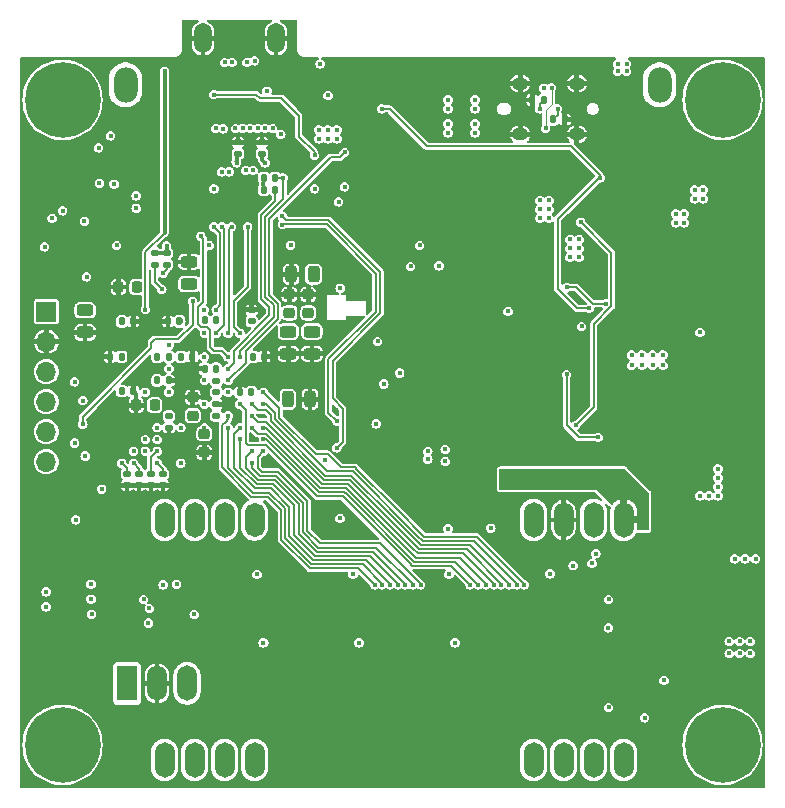
<source format=gbr>
%TF.GenerationSoftware,KiCad,Pcbnew,8.0.7*%
%TF.CreationDate,2025-01-06T00:02:34+01:00*%
%TF.ProjectId,hd_64_v0,68645f36-345f-4763-902e-6b696361645f,0.2*%
%TF.SameCoordinates,PX4737720PY55fe290*%
%TF.FileFunction,Copper,L6,Bot*%
%TF.FilePolarity,Positive*%
%FSLAX46Y46*%
G04 Gerber Fmt 4.6, Leading zero omitted, Abs format (unit mm)*
G04 Created by KiCad (PCBNEW 8.0.7) date 2025-01-06 00:02:34*
%MOMM*%
%LPD*%
G01*
G04 APERTURE LIST*
G04 Aperture macros list*
%AMRoundRect*
0 Rectangle with rounded corners*
0 $1 Rounding radius*
0 $2 $3 $4 $5 $6 $7 $8 $9 X,Y pos of 4 corners*
0 Add a 4 corners polygon primitive as box body*
4,1,4,$2,$3,$4,$5,$6,$7,$8,$9,$2,$3,0*
0 Add four circle primitives for the rounded corners*
1,1,$1+$1,$2,$3*
1,1,$1+$1,$4,$5*
1,1,$1+$1,$6,$7*
1,1,$1+$1,$8,$9*
0 Add four rect primitives between the rounded corners*
20,1,$1+$1,$2,$3,$4,$5,0*
20,1,$1+$1,$4,$5,$6,$7,0*
20,1,$1+$1,$6,$7,$8,$9,0*
20,1,$1+$1,$8,$9,$2,$3,0*%
G04 Aperture macros list end*
%TA.AperFunction,ComponentPad*%
%ADD10O,2.000000X3.000000*%
%TD*%
%TA.AperFunction,ComponentPad*%
%ADD11C,6.400000*%
%TD*%
%TA.AperFunction,ComponentPad*%
%ADD12O,1.346200X1.092200*%
%TD*%
%TA.AperFunction,ComponentPad*%
%ADD13O,1.700000X3.000000*%
%TD*%
%TA.AperFunction,ComponentPad*%
%ADD14O,1.500000X2.550000*%
%TD*%
%TA.AperFunction,ComponentPad*%
%ADD15R,1.700000X1.700000*%
%TD*%
%TA.AperFunction,ComponentPad*%
%ADD16O,1.700000X1.700000*%
%TD*%
%TA.AperFunction,ComponentPad*%
%ADD17O,1.700000X2.900000*%
%TD*%
%TA.AperFunction,ComponentPad*%
%ADD18R,1.700000X3.000000*%
%TD*%
%TA.AperFunction,SMDPad,CuDef*%
%ADD19RoundRect,0.243750X-0.456250X0.243750X-0.456250X-0.243750X0.456250X-0.243750X0.456250X0.243750X0*%
%TD*%
%TA.AperFunction,SMDPad,CuDef*%
%ADD20RoundRect,0.147500X-0.147500X-0.172500X0.147500X-0.172500X0.147500X0.172500X-0.147500X0.172500X0*%
%TD*%
%TA.AperFunction,SMDPad,CuDef*%
%ADD21RoundRect,0.147500X0.172500X-0.147500X0.172500X0.147500X-0.172500X0.147500X-0.172500X-0.147500X0*%
%TD*%
%TA.AperFunction,SMDPad,CuDef*%
%ADD22RoundRect,0.147500X-0.172500X0.147500X-0.172500X-0.147500X0.172500X-0.147500X0.172500X0.147500X0*%
%TD*%
%TA.AperFunction,SMDPad,CuDef*%
%ADD23RoundRect,0.147500X0.147500X0.172500X-0.147500X0.172500X-0.147500X-0.172500X0.147500X-0.172500X0*%
%TD*%
%TA.AperFunction,SMDPad,CuDef*%
%ADD24RoundRect,0.218750X0.218750X0.256250X-0.218750X0.256250X-0.218750X-0.256250X0.218750X-0.256250X0*%
%TD*%
%TA.AperFunction,SMDPad,CuDef*%
%ADD25RoundRect,0.243750X0.243750X0.456250X-0.243750X0.456250X-0.243750X-0.456250X0.243750X-0.456250X0*%
%TD*%
%TA.AperFunction,SMDPad,CuDef*%
%ADD26RoundRect,0.218750X0.256250X-0.218750X0.256250X0.218750X-0.256250X0.218750X-0.256250X-0.218750X0*%
%TD*%
%TA.AperFunction,SMDPad,CuDef*%
%ADD27RoundRect,0.243750X0.456250X-0.243750X0.456250X0.243750X-0.456250X0.243750X-0.456250X-0.243750X0*%
%TD*%
%TA.AperFunction,SMDPad,CuDef*%
%ADD28RoundRect,0.243750X-0.243750X-0.456250X0.243750X-0.456250X0.243750X0.456250X-0.243750X0.456250X0*%
%TD*%
%TA.AperFunction,SMDPad,CuDef*%
%ADD29RoundRect,0.218750X-0.256250X0.218750X-0.256250X-0.218750X0.256250X-0.218750X0.256250X0.218750X0*%
%TD*%
%TA.AperFunction,ViaPad*%
%ADD30C,0.400000*%
%TD*%
%TA.AperFunction,ViaPad*%
%ADD31C,0.450000*%
%TD*%
%TA.AperFunction,Conductor*%
%ADD32C,0.300000*%
%TD*%
%TA.AperFunction,Conductor*%
%ADD33C,0.200000*%
%TD*%
%TA.AperFunction,Conductor*%
%ADD34C,1.000000*%
%TD*%
%TA.AperFunction,Conductor*%
%ADD35C,0.120000*%
%TD*%
G04 APERTURE END LIST*
D10*
X54356000Y59690000D03*
D11*
X59690000Y3810000D03*
D12*
X47358000Y55507999D03*
X42558000Y55507999D03*
X47358000Y59808001D03*
X42558000Y59808001D03*
D13*
X20066000Y2540000D03*
X17526000Y2540000D03*
X14986000Y2540000D03*
X12446000Y2540000D03*
D11*
X59690000Y58420000D03*
D13*
X51308000Y22860000D03*
X48768000Y22860000D03*
X46228000Y22860000D03*
X43688000Y22860000D03*
D10*
X9144000Y59690000D03*
D14*
X21896000Y63627000D03*
X15696000Y63627000D03*
D13*
X51308000Y2540000D03*
X48768000Y2540000D03*
X46228000Y2540000D03*
X43688000Y2540000D03*
D11*
X3810000Y3810000D03*
D15*
X2438000Y40488000D03*
D16*
X2438000Y37948000D03*
X2438000Y35408000D03*
X2438000Y32868000D03*
X2438000Y30328000D03*
X2438000Y27788000D03*
D17*
X20066000Y22860000D03*
D13*
X17526000Y22860000D03*
X14986000Y22860000D03*
X12446000Y22860000D03*
D18*
X9271000Y9017000D03*
D13*
X11811000Y9017000D03*
X14351000Y9017000D03*
D11*
X3810000Y58420000D03*
D19*
X24924000Y38807500D03*
X24924000Y36932500D03*
D20*
X45362000Y56769000D03*
X46332000Y56769000D03*
X15839000Y35670000D03*
X16809000Y35670000D03*
X18839000Y33670000D03*
X19809000Y33670000D03*
D21*
X12824000Y30685000D03*
X12824000Y31655000D03*
D22*
X12319000Y26774000D03*
X12319000Y25804000D03*
D20*
X7839000Y36670000D03*
X8809000Y36670000D03*
D23*
X20909000Y36670000D03*
X19939000Y36670000D03*
D22*
X19824000Y40655000D03*
X19824000Y39685000D03*
D23*
X12804000Y34670000D03*
X11834000Y34670000D03*
X12809000Y36670000D03*
X11839000Y36670000D03*
D21*
X18669000Y53871000D03*
X18669000Y54841000D03*
D22*
X11624000Y45455000D03*
X11624000Y44485000D03*
D24*
X10111500Y42570000D03*
X8536500Y42570000D03*
X11611500Y32570000D03*
X10036500Y32570000D03*
D22*
X9271000Y26774000D03*
X9271000Y25804000D03*
X10287000Y26774000D03*
X10287000Y25804000D03*
D19*
X22924000Y38807500D03*
X22924000Y36932500D03*
D25*
X25061500Y43670000D03*
X23186500Y43670000D03*
D23*
X14809000Y36670000D03*
X13839000Y36670000D03*
X9809000Y33770000D03*
X8839000Y33770000D03*
D21*
X20701000Y53871000D03*
X20701000Y54841000D03*
D26*
X23024000Y40382500D03*
X23024000Y41957500D03*
D23*
X9809000Y39670000D03*
X8839000Y39670000D03*
D22*
X11303000Y26774000D03*
X11303000Y25804000D03*
D19*
X5724000Y40607500D03*
X5724000Y38732500D03*
D26*
X24624000Y40382500D03*
X24624000Y41957500D03*
D22*
X12624000Y45455000D03*
X12624000Y44485000D03*
D20*
X20851000Y51816000D03*
X21821000Y51816000D03*
D22*
X16824000Y34655000D03*
X16824000Y33685000D03*
D23*
X16809000Y39770000D03*
X15839000Y39770000D03*
X44554000Y58420000D03*
X43584000Y58420000D03*
D20*
X12739000Y39670000D03*
X13709000Y39670000D03*
D27*
X14524000Y42832500D03*
X14524000Y44707500D03*
D22*
X16824000Y32655000D03*
X16824000Y31685000D03*
D28*
X22886500Y33070000D03*
X24761500Y33070000D03*
D26*
X14824000Y31682500D03*
X14824000Y33257500D03*
D20*
X20839000Y50800000D03*
X21809000Y50800000D03*
D29*
X15824000Y30157500D03*
X15824000Y28582500D03*
D30*
X52578000Y29718000D03*
X37973000Y25273000D03*
X45212000Y55626000D03*
X30607000Y54737000D03*
X36924000Y1270000D03*
X14859000Y16510000D03*
X20193000Y8890000D03*
X6624000Y25070000D03*
X54483000Y57277000D03*
X3937000Y50673000D03*
X16637000Y20828000D03*
X16124000Y56170000D03*
X16637000Y15367000D03*
X30607000Y56642000D03*
X16637000Y18542000D03*
X25527000Y35814000D03*
X32624000Y1270000D03*
X5724000Y33570000D03*
X14824000Y29670000D03*
X34824000Y13370000D03*
X43180000Y10033000D03*
X16256000Y1397000D03*
X62484000Y8763000D03*
X49149000Y49784000D03*
X52832000Y44577000D03*
X18923000Y43180000D03*
X21524000Y17270000D03*
X27432000Y22225000D03*
X6731000Y14478000D03*
X30607000Y55753000D03*
X45212000Y19050000D03*
X14351000Y11303000D03*
X21590000Y5334000D03*
X23624000Y44970000D03*
X52114000Y52705000D03*
X40894000Y23114000D03*
X17624000Y51770000D03*
X51435000Y30353000D03*
X12824000Y29670000D03*
X22606000Y52705000D03*
X35687000Y22225000D03*
X19177000Y56769000D03*
X16256000Y44704000D03*
X42291000Y24003000D03*
X35179000Y31623000D03*
X41275000Y16764000D03*
X20024000Y16670000D03*
X6731000Y19177000D03*
X34524000Y9270000D03*
X15113000Y57277000D03*
X37211000Y32893000D03*
X21463000Y19431000D03*
X59436000Y18669000D03*
X51689000Y53213000D03*
X31877000Y16764000D03*
X27813000Y16764000D03*
X57404000Y17907000D03*
X12824000Y30670000D03*
X62484000Y9779000D03*
X31924000Y39370000D03*
X44929342Y42276671D03*
X6424000Y37670000D03*
X29624000Y17170000D03*
X53213000Y51816000D03*
X50165000Y10795000D03*
X46482000Y53086000D03*
X6223000Y18034000D03*
X30607000Y51943000D03*
X59182000Y43942000D03*
X46024000Y15748000D03*
X17824000Y37670000D03*
X50546000Y39370000D03*
X18415000Y20828000D03*
X12446000Y20828000D03*
X49403000Y10414000D03*
X42545000Y16764000D03*
X31024000Y28470000D03*
X36322000Y9525000D03*
X25724000Y33870000D03*
X33528000Y36576000D03*
X42926000Y19304000D03*
X7824000Y36670000D03*
X9398000Y49784000D03*
X38124000Y45570000D03*
X52832000Y43053000D03*
X38862000Y48514000D03*
X40640000Y6985000D03*
X33824000Y32570000D03*
X32258000Y29845000D03*
X50292000Y29718000D03*
X5024000Y12770000D03*
X39497000Y52451000D03*
X16524000Y53270000D03*
X9525000Y16891000D03*
X50624000Y13770000D03*
X34544000Y48768000D03*
X59944000Y34290000D03*
X45466000Y53086000D03*
X40005000Y16764000D03*
X22352000Y57531000D03*
X16637000Y11303000D03*
X10824000Y30670000D03*
X13824000Y29670000D03*
X34798000Y24270000D03*
X33147000Y58801000D03*
X11824000Y31670000D03*
X61595000Y39751000D03*
X59309000Y14859000D03*
X20824000Y31670000D03*
X12824000Y28670000D03*
X26524000Y29591000D03*
X28067000Y32893000D03*
X50546000Y40005000D03*
X14351000Y26289000D03*
X25400000Y22606000D03*
X18415000Y9906000D03*
X28575000Y7366000D03*
X10541000Y46355000D03*
X29845000Y51943000D03*
X9824000Y33670000D03*
X8255000Y42291000D03*
X22724000Y36770000D03*
X16989342Y61326671D03*
X42524000Y13670000D03*
X7824000Y40670000D03*
X59436000Y22352000D03*
X8763000Y5461000D03*
X2624000Y20970000D03*
X24765000Y56007000D03*
X38735000Y16764000D03*
X12824000Y36670000D03*
X33324000Y27370000D03*
X38989000Y43180000D03*
X12324000Y43070000D03*
X7824000Y31670000D03*
D31*
X26924000Y54070000D03*
D30*
X14824000Y30670000D03*
X13824000Y31670000D03*
D31*
X20824000Y40670000D03*
D30*
X31024000Y25970000D03*
X25324000Y36770000D03*
X37624000Y17170000D03*
X37719000Y40259000D03*
X45339000Y32639000D03*
X56261000Y54102000D03*
X59436000Y20574000D03*
X30226000Y45720000D03*
X18415000Y7112000D03*
X22987000Y14351000D03*
X33528000Y58166000D03*
X14351000Y61468000D03*
X52705000Y33274000D03*
X3429000Y34163000D03*
X52705000Y34798000D03*
X24892000Y29591000D03*
X34417000Y16764000D03*
X8824000Y29670000D03*
X47498000Y1270000D03*
X12319000Y19304000D03*
X55880000Y29718000D03*
X18415000Y15367000D03*
X5842000Y54483000D03*
X12824000Y39670000D03*
X43942000Y39878000D03*
X13081000Y58570000D03*
X35362000Y38664000D03*
X22225000Y56261000D03*
X24324000Y35270000D03*
X23324000Y37170000D03*
X42418000Y5461000D03*
X26824000Y11470000D03*
X52832000Y43815000D03*
X51943000Y34036000D03*
X18824000Y39670000D03*
X4324000Y24670000D03*
X23876000Y31369000D03*
X32893000Y3170000D03*
X46863000Y42037000D03*
X16637000Y8382000D03*
X49657000Y53721000D03*
X9525000Y43815000D03*
X31024000Y32770000D03*
X39497000Y21717000D03*
X6858000Y42418000D03*
X59436000Y21463000D03*
X44958000Y1270000D03*
X30607000Y16764000D03*
X29824000Y41770000D03*
X28524000Y49870000D03*
X46736000Y10033000D03*
X14824000Y28670000D03*
X55245000Y39243000D03*
X5024000Y37670000D03*
X11430000Y25146000D03*
X35524000Y12370000D03*
X27305000Y23749000D03*
X61722000Y30988000D03*
X16824000Y36670000D03*
X23876000Y6985000D03*
X33909000Y58801000D03*
X7724000Y25908000D03*
X27686000Y50419000D03*
X15024000Y44770000D03*
X51943000Y33274000D03*
X14824000Y36670000D03*
X49414000Y50870000D03*
X14097000Y56261000D03*
X13970000Y52705000D03*
X13716000Y60198000D03*
X51816000Y29718000D03*
X61595000Y48133000D03*
X25146000Y24257000D03*
X51816000Y39370000D03*
X51181000Y40005000D03*
X35560000Y52451000D03*
X26670000Y56769000D03*
X41656000Y46228000D03*
X20824000Y27670000D03*
X5946835Y27712912D03*
X19658833Y51920426D03*
X15024000Y4572000D03*
X5207000Y53721000D03*
X47498000Y24003000D03*
X3429000Y29083000D03*
X19177000Y53213000D03*
X52070000Y44577000D03*
X29337000Y38100000D03*
X3810000Y26543000D03*
X36524000Y3170000D03*
X14124000Y54570000D03*
X31369000Y6985000D03*
X59309000Y15621000D03*
X21124000Y50070000D03*
X58293000Y17907000D03*
X21924000Y53170000D03*
X52705000Y34036000D03*
X13824000Y37670000D03*
X27686000Y3170000D03*
X51943000Y34798000D03*
X55626000Y43815000D03*
X10541000Y15494000D03*
X57404000Y13462000D03*
X50673000Y8128000D03*
X35433000Y36251000D03*
X51562000Y6223000D03*
X52070000Y43815000D03*
X7824000Y27670000D03*
X27813000Y38989000D03*
X30353000Y48260000D03*
X57277000Y7620000D03*
X33147000Y16764000D03*
X13335000Y51943000D03*
X29845000Y21717000D03*
X26924000Y32131000D03*
X30734000Y1270000D03*
X59055000Y52832000D03*
X39370000Y35052000D03*
X35052000Y46101000D03*
X59436000Y19685000D03*
X18824000Y31670000D03*
X17794329Y62131658D03*
X18824000Y33670000D03*
X28448000Y9144000D03*
X5334000Y44196000D03*
X4318000Y9652000D03*
X44704000Y36703000D03*
X1270000Y15240000D03*
X14478000Y13081000D03*
X7124000Y22270000D03*
X54737000Y2667000D03*
X12824000Y32670000D03*
X17024000Y48270000D03*
X48524000Y12170000D03*
X26797000Y46101000D03*
X24424000Y44970000D03*
X45466000Y37211000D03*
X39024000Y26570000D03*
X16824000Y32670000D03*
X37973000Y43434000D03*
X11274000Y56000000D03*
X47879000Y19177000D03*
X51054000Y29718000D03*
X27305000Y1143000D03*
X31369000Y51943000D03*
X33274000Y31623000D03*
X38924000Y30070000D03*
X1905000Y50673000D03*
X20701000Y61849000D03*
X50038000Y8128000D03*
X16824000Y39670000D03*
X44958000Y24003000D03*
X24384000Y57785000D03*
X15824000Y37670000D03*
X34417000Y7112000D03*
X3429000Y31623000D03*
X13462000Y49270000D03*
X59309000Y16383000D03*
X27524000Y43070000D03*
X5724000Y37670000D03*
X8324000Y20170000D03*
X27432000Y57658000D03*
X39124000Y44770000D03*
X32258000Y42418000D03*
X15824000Y27670000D03*
X54991000Y23622000D03*
X16637000Y6223000D03*
X15824000Y33670000D03*
X6324000Y51370000D03*
X11430000Y53721000D03*
X41529000Y34290000D03*
X1824000Y22570000D03*
X23024000Y41970000D03*
X3424000Y23870000D03*
X12424000Y4572000D03*
X22924000Y43270000D03*
X30988000Y35306000D03*
X42926000Y11811000D03*
X50038000Y47752000D03*
X15824000Y35670000D03*
X18796000Y61976000D03*
X51181000Y39370000D03*
X16637000Y42799000D03*
X23424000Y43670000D03*
X19824000Y29670000D03*
X49022000Y48641000D03*
X20024000Y20828000D03*
X41910000Y42164000D03*
X20824000Y36670000D03*
X54229000Y29718000D03*
X52070000Y43053000D03*
X6924000Y48170000D03*
X14986000Y20828000D03*
X16824000Y34670000D03*
X12824000Y27670000D03*
X21724000Y37870000D03*
X1905000Y12954000D03*
X55499000Y26416000D03*
X8763000Y15367000D03*
X15875000Y25908000D03*
X18796000Y1397000D03*
X59309000Y17145000D03*
X22479000Y1270000D03*
X33528000Y37338000D03*
X10824000Y37670000D03*
X19824000Y48270000D03*
X25024000Y15970000D03*
X44704000Y8509000D03*
X51816000Y40005000D03*
X45974000Y52578000D03*
X10911450Y13553128D03*
X38024000Y28870000D03*
X42926000Y51943000D03*
X26624000Y13470000D03*
X9271000Y55626000D03*
X34624000Y33670000D03*
X38024000Y27770000D03*
X50038000Y1270000D03*
X44831000Y47498000D03*
X6350000Y16764000D03*
X6924000Y46070000D03*
X15824000Y31670000D03*
X5824000Y30370000D03*
X14624000Y45970000D03*
X1778000Y43053000D03*
X21909502Y48178699D03*
X42799000Y31242000D03*
X27424000Y36270000D03*
X2921000Y51689000D03*
X52578000Y53213000D03*
X44450000Y44577000D03*
X17724000Y48270000D03*
X31496000Y5588000D03*
X9824000Y39670000D03*
X12824000Y34670000D03*
X1651000Y18669000D03*
X18415000Y17907000D03*
X19645244Y62155448D03*
X62484000Y7874000D03*
X16637000Y50892000D03*
X8171000Y51294000D03*
X54653000Y35941000D03*
X19824000Y36670000D03*
X56452000Y48768000D03*
X56452000Y48006000D03*
X51986000Y35941000D03*
X19824000Y33670000D03*
X52875000Y36830000D03*
X38735000Y56388000D03*
X27686000Y51054000D03*
X23124000Y33470000D03*
X55733000Y48006000D03*
X14963000Y14859000D03*
X23024000Y40370000D03*
X2436000Y16764000D03*
X10124000Y42570000D03*
X12624000Y46070000D03*
X54653000Y36830000D03*
X26058000Y27940000D03*
D31*
X28924000Y12470000D03*
D30*
X13824000Y39670000D03*
X22624000Y33070000D03*
X4826000Y34544000D03*
D31*
X20824000Y12470000D03*
D30*
X41529000Y40513000D03*
X5324000Y40370000D03*
X8824000Y33670000D03*
X52875000Y35941000D03*
X12324000Y17370000D03*
X6858000Y54356000D03*
X5724000Y40870000D03*
X23124000Y32670000D03*
X36218000Y28829000D03*
X28404000Y18244000D03*
X51986000Y36830000D03*
X2286000Y45974000D03*
X25146000Y50892000D03*
X19824000Y39670000D03*
X6124000Y40370000D03*
X27178000Y49784000D03*
X36449000Y56388000D03*
X6941500Y51370000D03*
X30376000Y30988000D03*
X2413000Y15494000D03*
X15824000Y39670000D03*
X5842000Y43434000D03*
D31*
X37024000Y12470000D03*
D30*
X5671500Y48159500D03*
X36532000Y18244000D03*
X7874000Y55372000D03*
X8824000Y36670000D03*
X55733000Y48768000D03*
X3810000Y49022000D03*
X24424000Y40570000D03*
X2921000Y48387000D03*
X8382000Y46101000D03*
X36449000Y55626000D03*
X20276000Y18244000D03*
X4826000Y29370000D03*
X13462000Y17410000D03*
X53764000Y36830000D03*
X53764000Y35941000D03*
X8824000Y39670000D03*
X38735000Y55626000D03*
X34739500Y28661000D03*
X20824000Y51270000D03*
X4924000Y22870000D03*
X25527000Y55880000D03*
X26289000Y55118000D03*
X27051000Y55118000D03*
X26289000Y55880000D03*
X20955000Y53086000D03*
X25527000Y55118000D03*
X27051000Y55880000D03*
X18542000Y53086000D03*
X22285000Y55499000D03*
X44239000Y49149000D03*
X14924000Y43070000D03*
X23124000Y46117000D03*
X11824000Y34670000D03*
X44239000Y48387000D03*
X14124000Y43070000D03*
X11824000Y32670000D03*
X47688500Y48069500D03*
X16224000Y46101000D03*
X11824000Y36670000D03*
X45001000Y49149000D03*
X14524000Y42570000D03*
X12824000Y37670000D03*
X45001000Y48387000D03*
X44239000Y49911000D03*
X47244000Y30861000D03*
X45001000Y49911000D03*
X36449000Y22098000D03*
X30252000Y17370000D03*
X17824000Y31670000D03*
X30889712Y17371840D03*
X17824000Y30670000D03*
X31552000Y17370000D03*
X18824000Y30670000D03*
X32202000Y17370000D03*
X18824000Y29670000D03*
X32827003Y17370000D03*
X19824000Y28670000D03*
X33452006Y17370000D03*
X19824000Y27670000D03*
X20824000Y28670000D03*
X34124000Y17370000D03*
X18824000Y32670000D03*
X38324000Y17370000D03*
X20824000Y29670000D03*
X39024000Y17370000D03*
X19824000Y30670000D03*
X39649003Y17370000D03*
X40324000Y17370000D03*
X20824000Y30670000D03*
X40949003Y17370000D03*
X19824000Y31670000D03*
X19824000Y32670000D03*
X41624000Y17370000D03*
X42249003Y17370000D03*
X20824000Y32670000D03*
X42924000Y17370000D03*
X20824000Y33670000D03*
X54737000Y9271000D03*
X36218000Y27813000D03*
X35687000Y44368000D03*
X62032500Y12573000D03*
X60254500Y11557000D03*
X34739500Y28011000D03*
X61143500Y11557000D03*
X34036000Y46101000D03*
X30480000Y37973000D03*
X50038000Y16129000D03*
X32359500Y35301000D03*
X31024000Y34370000D03*
X62032500Y11557000D03*
X60254500Y12573000D03*
X50038000Y6985000D03*
X33274000Y44323000D03*
X50026529Y13714943D03*
X61143500Y12573000D03*
X16624000Y58870000D03*
X25146000Y53721000D03*
X17824000Y36670000D03*
X15524000Y46870000D03*
X16824000Y40670000D03*
X16624000Y47670000D03*
X17324000Y47670000D03*
X16824000Y38670000D03*
X18124000Y47662893D03*
X17824000Y38670000D03*
X19485000Y47670000D03*
X18824000Y38670000D03*
X27028000Y31242000D03*
X22424000Y47870000D03*
X22424000Y48570000D03*
X27028000Y28956000D03*
X22479000Y51816000D03*
X18824000Y36670000D03*
X17824000Y35670000D03*
X21809000Y50800000D03*
X20066000Y61722000D03*
X21590000Y56007000D03*
X19431000Y61595000D03*
X20955000Y56007000D03*
X20320000Y56007000D03*
X19939000Y52451000D03*
X19304000Y52451000D03*
X19685000Y56007000D03*
X19050000Y56016119D03*
X18161000Y61595000D03*
X17526000Y61595000D03*
X18450094Y56005350D03*
X17922875Y52324000D03*
X17399000Y55982750D03*
X16764000Y56007000D03*
X17272000Y52324000D03*
X17824000Y33670000D03*
X27324000Y42470000D03*
X11824000Y28670000D03*
X11824000Y27670000D03*
X46779000Y45847000D03*
X47541000Y45085000D03*
X16824000Y35670000D03*
X24524000Y38670000D03*
X46779000Y45085000D03*
X15824000Y34670000D03*
X15824000Y32670000D03*
X16824000Y31670000D03*
X22924000Y39070000D03*
X15824000Y30670000D03*
X14824000Y31670000D03*
X24824000Y43270000D03*
X47541000Y46609000D03*
X12824000Y33670000D03*
X22524000Y38570000D03*
X16824000Y33670000D03*
X47541000Y45847000D03*
X25324000Y43670000D03*
X46779000Y46609000D03*
X13824000Y36670000D03*
X24924000Y39070000D03*
X12824000Y31670000D03*
X13824000Y30670000D03*
X15824000Y36670000D03*
X12824000Y35670000D03*
X9824000Y27670000D03*
X42037000Y26416000D03*
X42037000Y25781000D03*
X43307000Y25781000D03*
X42672000Y26416000D03*
X41402000Y25781000D03*
X43307000Y26416000D03*
X42672000Y25781000D03*
X41402000Y26416000D03*
X49149000Y29845000D03*
X46482000Y35179000D03*
X5524000Y32970000D03*
X15824000Y40670000D03*
X5524000Y30970000D03*
X14824000Y41370000D03*
X5724000Y28270000D03*
X15824000Y38670000D03*
X49319000Y51816000D03*
X30861000Y57658000D03*
X48387000Y40767000D03*
X47053500Y18986500D03*
X45085000Y18288000D03*
X48641000Y19177000D03*
X53086000Y6096000D03*
X12324000Y43770000D03*
X6268997Y14870000D03*
X11824000Y30670000D03*
X12219022Y42370000D03*
X10668000Y16129000D03*
X11824000Y29670000D03*
X6223000Y17410000D03*
X10824000Y29670000D03*
X11168000Y15367000D03*
X13824000Y27670000D03*
X10824000Y28670000D03*
X11080750Y14128750D03*
X9824000Y28670000D03*
X6223000Y16140000D03*
X25624000Y61468000D03*
X57785000Y24892000D03*
X59309000Y24892000D03*
X21124000Y59170000D03*
X50800000Y61468000D03*
X50800000Y60833000D03*
X59309000Y26416000D03*
X51562000Y61468000D03*
X51562000Y60833000D03*
X59309000Y27178000D03*
X26289000Y58801000D03*
X59309000Y25654000D03*
X58547000Y24892000D03*
X58039000Y50800000D03*
X57320000Y50800000D03*
X60706000Y19558000D03*
X38735000Y57658000D03*
X36449000Y57658000D03*
X47752000Y39243000D03*
X36449000Y58420000D03*
X57785000Y38735000D03*
X38735000Y58420000D03*
X61595000Y19558000D03*
X62484000Y19558000D03*
X57320000Y50038000D03*
X58039000Y50038000D03*
X7124000Y25470000D03*
X10824000Y33670000D03*
X49784000Y41148000D03*
X46482000Y42545000D03*
X45212000Y59436000D03*
X44704000Y56007000D03*
X10053000Y50301000D03*
X10053000Y49239000D03*
X44564000Y59420000D03*
X10824000Y40670000D03*
X12446000Y60858500D03*
X45720000Y57658000D03*
X44196000Y57658000D03*
X8824000Y27670000D03*
X27686000Y53975000D03*
X17824000Y34670000D03*
X27305000Y22987000D03*
X40068500Y22161500D03*
X48958500Y20002500D03*
D32*
X9909000Y33670000D02*
X9824000Y33670000D01*
X10036500Y33542500D02*
X9909000Y33670000D01*
X15824000Y28582500D02*
X15824000Y27670000D01*
X10036500Y32570000D02*
X10036500Y33542500D01*
X9824000Y33670000D02*
X9824000Y33755000D01*
X9824000Y33755000D02*
X9809000Y33770000D01*
D33*
X20851000Y51297000D02*
X20851000Y51816000D01*
X20824000Y51270000D02*
X20851000Y51297000D01*
X20824000Y50815000D02*
X20839000Y50800000D01*
D32*
X12624000Y45455000D02*
X12624000Y46070000D01*
D33*
X20824000Y51270000D02*
X20824000Y50815000D01*
D32*
X11624000Y45455000D02*
X12624000Y45455000D01*
X18542000Y53744000D02*
X18669000Y53871000D01*
X18542000Y53086000D02*
X18542000Y53744000D01*
X20955000Y53086000D02*
X20701000Y53340000D01*
X20701000Y53340000D02*
X20701000Y53871000D01*
D33*
X18542000Y53086000D02*
X18415000Y53213000D01*
X48768000Y39424893D02*
X50284000Y40940893D01*
X48768000Y32385000D02*
X48768000Y39424893D01*
X50284000Y45474000D02*
X47688500Y48069500D01*
X47244000Y30861000D02*
X48768000Y32385000D01*
X50284000Y40940893D02*
X50284000Y45474000D01*
X24734050Y18770000D02*
X22324000Y21180050D01*
X17324000Y27300151D02*
X17324000Y30877107D01*
X17624000Y31170000D02*
X17824000Y31370000D01*
X17324000Y30877107D02*
X17616893Y31170000D01*
X21185078Y24824000D02*
X19800151Y24824000D01*
X22324000Y21180050D02*
X22324000Y23685078D01*
X19800151Y24824000D02*
X17324000Y27300151D01*
X17824000Y31370000D02*
X17824000Y31670000D01*
X17616893Y31170000D02*
X17624000Y31170000D01*
X22324000Y23685078D02*
X21185078Y24824000D01*
X30252000Y17370000D02*
X28852000Y18770000D01*
X28852000Y18770000D02*
X24734050Y18770000D01*
X22674000Y21325026D02*
X22674000Y23830052D01*
X30889712Y17439395D02*
X29209107Y19120000D01*
X29209107Y19120000D02*
X24879026Y19120000D01*
X22674000Y23830052D02*
X21330052Y25174000D01*
X17824000Y27295126D02*
X17824000Y30670000D01*
X30889712Y17371840D02*
X30889712Y17439395D01*
X21330052Y25174000D02*
X19945126Y25174000D01*
X24879026Y19120000D02*
X22674000Y21325026D01*
X19945126Y25174000D02*
X17824000Y27295126D01*
X18324000Y30170000D02*
X18824000Y30670000D01*
X18324000Y27290101D02*
X18324000Y30170000D01*
X23024000Y23975026D02*
X21475026Y25524000D01*
X31552000Y17416659D02*
X29498659Y19470000D01*
X31552000Y17370000D02*
X31552000Y17416659D01*
X20090101Y25524000D02*
X18324000Y27290101D01*
X25024000Y19470000D02*
X23024000Y21470000D01*
X29498659Y19470000D02*
X25024000Y19470000D01*
X21475026Y25524000D02*
X20090101Y25524000D01*
X23024000Y21470000D02*
X23024000Y23975026D01*
X23374000Y24120000D02*
X21620000Y25874000D01*
X23374000Y21614974D02*
X23374000Y24120000D01*
X25168974Y19820000D02*
X23374000Y21614974D01*
X21620000Y25874000D02*
X20235076Y25874000D01*
X32202000Y17427107D02*
X29809107Y19820000D01*
X32202000Y17370000D02*
X32202000Y17427107D01*
X18824000Y27285076D02*
X18824000Y29670000D01*
X29809107Y19820000D02*
X25168974Y19820000D01*
X20235076Y25874000D02*
X18824000Y27285076D01*
X20380051Y26224000D02*
X19321487Y27282564D01*
X19321487Y27282564D02*
X19321487Y28167487D01*
X23824000Y24170000D02*
X21770000Y26224000D01*
X23824000Y21670000D02*
X23824000Y24170000D01*
X19321487Y28167487D02*
X19824000Y28670000D01*
X21770000Y26224000D02*
X20380051Y26224000D01*
X32827003Y17452104D02*
X30109107Y20170000D01*
X32827003Y17370000D02*
X32827003Y17452104D01*
X30109107Y20170000D02*
X25324000Y20170000D01*
X25324000Y20170000D02*
X23824000Y21670000D01*
X33452006Y17452104D02*
X30384110Y20520000D01*
X30384110Y20520000D02*
X25468974Y20520000D01*
X24174000Y24314974D02*
X21914974Y26574000D01*
X19824000Y27275025D02*
X19824000Y27670000D01*
X20525025Y26574000D02*
X19824000Y27275025D01*
X25468974Y20520000D02*
X24174000Y21814974D01*
X21914974Y26574000D02*
X20525025Y26574000D01*
X24174000Y21814974D02*
X24174000Y24314974D01*
X33452006Y17370000D02*
X33452006Y17452104D01*
X20324000Y27270000D02*
X20324000Y28170000D01*
X22059949Y26924000D02*
X20670000Y26924000D01*
X20324000Y28170000D02*
X20824000Y28670000D01*
X24524000Y24459949D02*
X22059949Y26924000D01*
X34124000Y17370000D02*
X34124000Y17405113D01*
X30659113Y20870000D02*
X25613948Y20870000D01*
X25613948Y20870000D02*
X24524000Y21959948D01*
X34124000Y17405113D02*
X30659113Y20870000D01*
X24524000Y21959948D02*
X24524000Y24459949D01*
X20670000Y26924000D02*
X20324000Y27270000D01*
X19324000Y32170000D02*
X18824000Y32670000D01*
X36724000Y18970000D02*
X33423999Y18970000D01*
X19524000Y29170000D02*
X19324000Y29370000D01*
X33218974Y19175025D02*
X33218974Y19175026D01*
X33218974Y19175026D02*
X27524000Y24870000D01*
X25341157Y24870000D02*
X21041157Y29170000D01*
X21041157Y29170000D02*
X19524000Y29170000D01*
X38324000Y17370000D02*
X36724000Y18970000D01*
X33423999Y18970000D02*
X33218974Y19175025D01*
X19324000Y29370000D02*
X19324000Y32170000D01*
X27524000Y24870000D02*
X25341157Y24870000D01*
X37081107Y19320000D02*
X33568974Y19320000D01*
X39024000Y17377107D02*
X37081107Y19320000D01*
X27668975Y25220000D02*
X25486132Y25220000D01*
X39024000Y17370000D02*
X39024000Y17377107D01*
X33568974Y19320000D02*
X27874000Y25014974D01*
X25486132Y25220000D02*
X21036132Y29670000D01*
X27874000Y25014975D02*
X27668975Y25220000D01*
X21036132Y29670000D02*
X20824000Y29670000D01*
X27874000Y25014974D02*
X27874000Y25014975D01*
X27824000Y25570000D02*
X25631107Y25570000D01*
X39649003Y17370000D02*
X39649003Y17452104D01*
X20324000Y30170000D02*
X19824000Y30670000D01*
X21031107Y30170000D02*
X20324000Y30170000D01*
X25631107Y25570000D02*
X21031107Y30170000D01*
X33724000Y19670000D02*
X27824000Y25570000D01*
X39649003Y17452104D02*
X37431107Y19670000D01*
X37431107Y19670000D02*
X33724000Y19670000D01*
X27968975Y25920000D02*
X25776081Y25920000D01*
X25776081Y25920000D02*
X21026081Y30670000D01*
X40324000Y17402110D02*
X37706110Y20020000D01*
X37706110Y20020000D02*
X33868974Y20020000D01*
X21026081Y30670000D02*
X20824000Y30670000D01*
X33471487Y20417487D02*
X33471487Y20417488D01*
X40324000Y17370000D02*
X40324000Y17402110D01*
X33471487Y20417488D02*
X27968975Y25920000D01*
X33868974Y20020000D02*
X33471487Y20417487D01*
X25272527Y26918528D02*
X25272527Y26928580D01*
X38031107Y20370000D02*
X34024000Y20370000D01*
X40949003Y17452104D02*
X38031107Y20370000D01*
X34024000Y20370000D02*
X28124000Y26270000D01*
X28124000Y26270000D02*
X25921055Y26270000D01*
X20324000Y31170000D02*
X19824000Y31670000D01*
X25921055Y26270000D02*
X25272527Y26918528D01*
X40949003Y17370000D02*
X40949003Y17452104D01*
X25272527Y26928580D02*
X21031107Y31170000D01*
X21031107Y31170000D02*
X20324000Y31170000D01*
X41624000Y17370000D02*
X41624000Y17402110D01*
X31765000Y23123974D02*
X31765000Y23129000D01*
X21463000Y31738107D02*
X21031107Y32170000D01*
X41624000Y17402110D02*
X38306110Y20720000D01*
X20324000Y32170000D02*
X19824000Y32670000D01*
X31765000Y23129000D02*
X28274000Y26620000D01*
X26076081Y26620000D02*
X21463000Y31233081D01*
X34168974Y20720000D02*
X31765000Y23123974D01*
X28274000Y26620000D02*
X26076081Y26620000D01*
X38306110Y20720000D02*
X34168974Y20720000D01*
X21463000Y31233081D02*
X21463000Y31738107D01*
X21031107Y32170000D02*
X20324000Y32170000D01*
X28418974Y26970000D02*
X26221055Y26970000D01*
X21026082Y32670000D02*
X20824000Y32670000D01*
X34301948Y21082000D02*
X33851474Y21532474D01*
X26221055Y26970000D02*
X21813000Y31378055D01*
X42249003Y17370000D02*
X42249003Y17452104D01*
X21813000Y31883082D02*
X21026082Y32670000D01*
X39312054Y20389054D02*
X38619108Y21082000D01*
X42249003Y17452104D02*
X39312054Y20389054D01*
X33851474Y21537500D02*
X28418974Y26970000D01*
X33851474Y21532474D02*
X33851474Y21537500D01*
X38619108Y21082000D02*
X34301948Y21082000D01*
X21813000Y31378055D02*
X21813000Y31883082D01*
X32113948Y23770000D02*
X28768974Y27114975D01*
X22163000Y31523029D02*
X22163000Y32331000D01*
X27385107Y27320000D02*
X26265107Y28440000D01*
X22163000Y32331000D02*
X20824000Y33670000D01*
X28563949Y27320000D02*
X27385107Y27320000D01*
X34451948Y21432000D02*
X32113948Y23770000D01*
X38894110Y21432000D02*
X34451948Y21432000D01*
X25246029Y28440000D02*
X22163000Y31523029D01*
X42924000Y17402110D02*
X38894110Y21432000D01*
X42924000Y17370000D02*
X42924000Y17402110D01*
X26265107Y28440000D02*
X25246029Y28440000D01*
X28768974Y27114975D02*
X28563949Y27320000D01*
X25146000Y53990818D02*
X23824000Y55312818D01*
X25146000Y53721000D02*
X25146000Y53990818D01*
X20224000Y58870000D02*
X16624000Y58870000D01*
X23824000Y57075000D02*
X22329000Y58570000D01*
X22329000Y58570000D02*
X20524000Y58570000D01*
X23824000Y55312818D02*
X23824000Y57075000D01*
X20524000Y58570000D02*
X20224000Y58870000D01*
X15524000Y46870000D02*
X15724000Y46670000D01*
X15724000Y41277107D02*
X15294000Y40847107D01*
X15552762Y39170000D02*
X16074000Y39170000D01*
X17324000Y37170000D02*
X17824000Y36670000D01*
X15294000Y40847107D02*
X15294000Y39428762D01*
X16616893Y37170000D02*
X17324000Y37170000D01*
X15294000Y39428762D02*
X15552762Y39170000D01*
X16074000Y39170000D02*
X16324000Y38920000D01*
X15724000Y46670000D02*
X15724000Y41277107D01*
X16324000Y38920000D02*
X16324000Y37462893D01*
X16324000Y37462893D02*
X16616893Y37170000D01*
X16624000Y47670000D02*
X16824000Y47470000D01*
X17174000Y41020000D02*
X16824000Y40670000D01*
X16824000Y47462893D02*
X17174000Y47112893D01*
X17174000Y47112893D02*
X17174000Y41020000D01*
X16824000Y47470000D02*
X16824000Y47462893D01*
X17524000Y39370000D02*
X16824000Y38670000D01*
X17524000Y47470000D02*
X17524000Y39370000D01*
X17324000Y47670000D02*
X17524000Y47470000D01*
X17924000Y38770000D02*
X17824000Y38670000D01*
X17924000Y47462893D02*
X17924000Y38770000D01*
X18124000Y47662893D02*
X17924000Y47462893D01*
X19485000Y47670000D02*
X19485000Y42599000D01*
X18324000Y39170000D02*
X18824000Y38670000D01*
X19485000Y42599000D02*
X18324000Y41438000D01*
X18324000Y41438000D02*
X18324000Y39170000D01*
X26324000Y31946000D02*
X26324000Y36470975D01*
X27028000Y31242000D02*
X26324000Y31946000D01*
X22433000Y47879000D02*
X22424000Y47870000D01*
X30353000Y40499975D02*
X30353000Y43701026D01*
X30353000Y43701026D02*
X26175026Y47879000D01*
X26324000Y36470975D02*
X30353000Y40499975D01*
X26175026Y47879000D02*
X22433000Y47879000D01*
X26674000Y33143000D02*
X26674000Y36326000D01*
X26674000Y36326000D02*
X30703000Y40355000D01*
X26320001Y48229000D02*
X22772107Y48229000D01*
X22772107Y48229000D02*
X22431107Y48570000D01*
X27028000Y28956000D02*
X27528000Y29456000D01*
X27528000Y29456000D02*
X27528000Y32289000D01*
X27528000Y32289000D02*
X26674000Y33143000D01*
X30703000Y43846001D02*
X26320001Y48229000D01*
X22431107Y48570000D02*
X22424000Y48570000D01*
X30703000Y40355000D02*
X30703000Y43846001D01*
X21674000Y41022082D02*
X20974000Y41722082D01*
X18824000Y37178580D02*
X21674000Y40028580D01*
X18824000Y36670000D02*
X18824000Y37178580D01*
X22479000Y50030026D02*
X22479000Y51816000D01*
X21674000Y40028580D02*
X21674000Y41022082D01*
X20974000Y41722082D02*
X20974000Y48525026D01*
X22479000Y51816000D02*
X21821000Y51816000D01*
X20974000Y48525026D02*
X22479000Y50030026D01*
X17824000Y35670000D02*
X18324000Y36170000D01*
X18324000Y36170000D02*
X18324000Y37173554D01*
X20624000Y48670000D02*
X21824000Y49870000D01*
X18324000Y37173554D02*
X21324000Y40173554D01*
X21324000Y40173554D02*
X21324000Y40877107D01*
X21824000Y49870000D02*
X21824000Y50785000D01*
X21824000Y50785000D02*
X21809000Y50800000D01*
X20624000Y41577107D02*
X20624000Y48670000D01*
X21324000Y40877107D02*
X20624000Y41577107D01*
X11303000Y28149000D02*
X11824000Y28670000D01*
X11303000Y26774000D02*
X11303000Y28149000D01*
X12319000Y26774000D02*
X12319000Y27175000D01*
X12319000Y27175000D02*
X11824000Y27670000D01*
D32*
X15824000Y30157500D02*
X15824000Y30670000D01*
D33*
X10287000Y27207000D02*
X9824000Y27670000D01*
X10287000Y26774000D02*
X10287000Y27207000D01*
D34*
X51308000Y23510000D02*
X51308000Y22860000D01*
D33*
X46482000Y30861000D02*
X46482000Y35179000D01*
X47498000Y29845000D02*
X46482000Y30861000D01*
X49149000Y29845000D02*
X47498000Y29845000D01*
X14824000Y39370000D02*
X14824000Y41370000D01*
X11324000Y37405619D02*
X11324000Y37877107D01*
X13624000Y38170000D02*
X14824000Y39370000D01*
X5524000Y31605619D02*
X11324000Y37405619D01*
X11324000Y37877107D02*
X11616893Y38170000D01*
X11616893Y38170000D02*
X13624000Y38170000D01*
X5524000Y30970000D02*
X5524000Y31605619D01*
X47371000Y40767000D02*
X45720000Y42418000D01*
X31496000Y57658000D02*
X30861000Y57658000D01*
X46863000Y54483000D02*
X34671000Y54483000D01*
X34671000Y54483000D02*
X31496000Y57658000D01*
X45720000Y48332107D02*
X49203893Y51816000D01*
X48387000Y40767000D02*
X47371000Y40767000D01*
X49203893Y51816000D02*
X49319000Y51816000D01*
X45720000Y42418000D02*
X45720000Y48332107D01*
X49319000Y52027000D02*
X46863000Y54483000D01*
X49319000Y51816000D02*
X49319000Y52027000D01*
X12624000Y44070000D02*
X12624000Y44485000D01*
X12324000Y43770000D02*
X12624000Y44070000D01*
X11624000Y42965022D02*
X11624000Y44485000D01*
X12219022Y42370000D02*
X11624000Y42965022D01*
X11524000Y44385000D02*
X11624000Y44485000D01*
X47316107Y42545000D02*
X46482000Y42545000D01*
X48713107Y41148000D02*
X47316107Y42545000D01*
X49784000Y41148000D02*
X48713107Y41148000D01*
D35*
X45212000Y58039000D02*
X44704000Y57531000D01*
X45212000Y59436000D02*
X45212000Y58039000D01*
X44704000Y57531000D02*
X44704000Y56007000D01*
D33*
X10824000Y45541238D02*
X10824000Y40670000D01*
D32*
X12446000Y60858500D02*
X12446000Y47163238D01*
D33*
X12446000Y47163238D02*
X10824000Y45541238D01*
X45720000Y57127000D02*
X45362000Y56769000D01*
X45720000Y57658000D02*
X45720000Y57127000D01*
X44196000Y58062000D02*
X44554000Y58420000D01*
X44196000Y57658000D02*
X44196000Y58062000D01*
X9271000Y27223000D02*
X8824000Y27670000D01*
X9271000Y26774000D02*
X9271000Y27223000D01*
X21324000Y48380052D02*
X21324000Y41870000D01*
X22024000Y41170000D02*
X22024000Y39883605D01*
X27281000Y53570000D02*
X26513948Y53570000D01*
X21324000Y41870000D02*
X22024000Y41170000D01*
X19324000Y36170000D02*
X17824000Y34670000D01*
X27686000Y53975000D02*
X27281000Y53570000D01*
X26513948Y53570000D02*
X21324000Y48380052D01*
X19324000Y37183605D02*
X19324000Y36170000D01*
X22024000Y39883605D02*
X19324000Y37183605D01*
%TA.AperFunction,Conductor*%
G36*
X21316741Y28469444D02*
G01*
X21316745Y28469441D01*
X25100697Y24685489D01*
X25100696Y24685489D01*
X25156646Y24629540D01*
X25225164Y24589981D01*
X25225168Y24589979D01*
X25301592Y24569501D01*
X25301594Y24569500D01*
X25301595Y24569500D01*
X27358521Y24569500D01*
X27416712Y24550593D01*
X27428525Y24540504D01*
X30629525Y21339504D01*
X30657302Y21284987D01*
X30647731Y21224555D01*
X30604466Y21181290D01*
X30559521Y21170500D01*
X25779427Y21170500D01*
X25721236Y21189407D01*
X25709423Y21199496D01*
X24853496Y22055423D01*
X24825719Y22109940D01*
X24824500Y22125427D01*
X24824500Y22987001D01*
X26899508Y22987001D01*
X26899508Y22987000D01*
X26919354Y22861697D01*
X26919355Y22861693D01*
X26953758Y22794174D01*
X26976950Y22748658D01*
X27066658Y22658950D01*
X27179696Y22601354D01*
X27305000Y22581508D01*
X27430304Y22601354D01*
X27543342Y22658950D01*
X27633050Y22748658D01*
X27690646Y22861696D01*
X27710492Y22987000D01*
X27690646Y23112304D01*
X27633050Y23225342D01*
X27543342Y23315050D01*
X27521999Y23325925D01*
X27430307Y23372645D01*
X27430304Y23372646D01*
X27305000Y23392492D01*
X27179696Y23372646D01*
X27179692Y23372645D01*
X27066659Y23315051D01*
X26976949Y23225341D01*
X26919355Y23112308D01*
X26919354Y23112304D01*
X26899508Y22987001D01*
X24824500Y22987001D01*
X24824500Y24499512D01*
X24824499Y24499514D01*
X24817345Y24526211D01*
X24804021Y24575938D01*
X24803863Y24576211D01*
X24764460Y24644460D01*
X24708511Y24700410D01*
X24708511Y24700409D01*
X22244460Y27164460D01*
X22244457Y27164462D01*
X22221009Y27178000D01*
X22175939Y27204021D01*
X22175934Y27204023D01*
X22099513Y27224500D01*
X22099511Y27224500D01*
X20835479Y27224500D01*
X20777288Y27243407D01*
X20765475Y27253496D01*
X20653496Y27365475D01*
X20625719Y27419992D01*
X20624500Y27435479D01*
X20624500Y28004523D01*
X20643407Y28062714D01*
X20653490Y28074521D01*
X20824400Y28245431D01*
X20878911Y28273206D01*
X20949304Y28284354D01*
X21062342Y28341950D01*
X21152050Y28431658D01*
X21158532Y28444381D01*
X21201791Y28487644D01*
X21262223Y28497219D01*
X21316741Y28469444D01*
G37*
%TD.AperFunction*%
%TA.AperFunction,Conductor*%
G36*
X19769081Y30273207D02*
G01*
X19823597Y30245431D01*
X19823598Y30245430D01*
X20139488Y29929541D01*
X20139493Y29929537D01*
X20208008Y29889980D01*
X20208006Y29889980D01*
X20208010Y29889979D01*
X20208012Y29889978D01*
X20284438Y29869500D01*
X20334192Y29869500D01*
X20392383Y29850593D01*
X20428347Y29801093D01*
X20431972Y29755015D01*
X20418508Y29670000D01*
X20428540Y29606658D01*
X20431973Y29584987D01*
X20422402Y29524555D01*
X20379137Y29481291D01*
X20334192Y29470500D01*
X19723500Y29470500D01*
X19665309Y29489407D01*
X19629345Y29538907D01*
X19624500Y29569500D01*
X19624500Y30180192D01*
X19643407Y30238383D01*
X19692907Y30274347D01*
X19738985Y30277973D01*
X19769081Y30273207D01*
G37*
%TD.AperFunction*%
%TA.AperFunction,Conductor*%
G36*
X18320680Y33477164D02*
G01*
X18348458Y33422648D01*
X18348830Y33420083D01*
X18350661Y33406173D01*
X18402451Y33295110D01*
X18489109Y33208452D01*
X18571978Y33169809D01*
X18616726Y33128081D01*
X18628401Y33068020D01*
X18602543Y33012567D01*
X18588337Y32999998D01*
X18585666Y32998058D01*
X18495949Y32908341D01*
X18438355Y32795308D01*
X18438354Y32795304D01*
X18418572Y32670401D01*
X18418508Y32670000D01*
X18436880Y32554000D01*
X18438354Y32544697D01*
X18438355Y32544693D01*
X18449201Y32523407D01*
X18495950Y32431658D01*
X18585658Y32341950D01*
X18698696Y32284354D01*
X18769082Y32273207D01*
X18823598Y32245430D01*
X18823599Y32245430D01*
X18994504Y32074525D01*
X19022281Y32020008D01*
X19023500Y32004521D01*
X19023500Y31159809D01*
X19004593Y31101618D01*
X18955093Y31065654D01*
X18909014Y31062028D01*
X18824002Y31075492D01*
X18824000Y31075492D01*
X18698696Y31055646D01*
X18698692Y31055645D01*
X18585659Y30998051D01*
X18495949Y30908341D01*
X18438354Y30795306D01*
X18427205Y30724916D01*
X18399428Y30670400D01*
X18390062Y30661034D01*
X18335545Y30633257D01*
X18275113Y30642828D01*
X18231848Y30686093D01*
X18222277Y30715548D01*
X18209646Y30795304D01*
X18152050Y30908342D01*
X18062342Y30998050D01*
X18060982Y30998743D01*
X18059904Y30999821D01*
X18056040Y31002628D01*
X18056484Y31003241D01*
X18017720Y31042005D01*
X18008148Y31102437D01*
X18035925Y31156954D01*
X18035925Y31156955D01*
X18064460Y31185489D01*
X18095731Y31239651D01*
X18104020Y31254008D01*
X18104020Y31254010D01*
X18104022Y31254012D01*
X18124500Y31330438D01*
X18124500Y31363101D01*
X18143407Y31421292D01*
X18150850Y31430008D01*
X18152043Y31431652D01*
X18152050Y31431658D01*
X18209646Y31544696D01*
X18229492Y31670000D01*
X18229428Y31670401D01*
X18221318Y31721608D01*
X18209646Y31795304D01*
X18152050Y31908342D01*
X18062342Y31998050D01*
X18043774Y32007511D01*
X17949307Y32055645D01*
X17949304Y32055646D01*
X17824000Y32075492D01*
X17698696Y32055646D01*
X17698692Y32055645D01*
X17585658Y31998050D01*
X17585656Y31998049D01*
X17493807Y31906200D01*
X17439291Y31878423D01*
X17378858Y31887995D01*
X17335594Y31931259D01*
X17334863Y31932724D01*
X17334119Y31934246D01*
X17283636Y32037511D01*
X17220794Y32100353D01*
X17193019Y32154867D01*
X17202590Y32215299D01*
X17220797Y32240358D01*
X17285547Y32305108D01*
X17285548Y32305110D01*
X17337338Y32416172D01*
X17337338Y32416174D01*
X17342449Y32455000D01*
X16923000Y32455000D01*
X16864809Y32473907D01*
X16828845Y32523407D01*
X16824000Y32554000D01*
X16824000Y32756000D01*
X16842907Y32814191D01*
X16892407Y32850155D01*
X16923000Y32855000D01*
X17342449Y32855000D01*
X17342449Y32855001D01*
X17337338Y32893827D01*
X17337338Y32893829D01*
X17285548Y33004891D01*
X17192768Y33097671D01*
X17194629Y33099533D01*
X17165785Y33137803D01*
X17164711Y33198979D01*
X17196246Y33244028D01*
X17195710Y33244564D01*
X17198752Y33247607D01*
X17199800Y33249103D01*
X17201484Y33250339D01*
X17201507Y33250363D01*
X17201511Y33250364D01*
X17283636Y33332489D01*
X17325726Y33418587D01*
X17368269Y33462560D01*
X17428535Y33473130D01*
X17483503Y33446258D01*
X17494761Y33433295D01*
X17495948Y33431661D01*
X17495950Y33431658D01*
X17585658Y33341950D01*
X17698696Y33284354D01*
X17824000Y33264508D01*
X17949304Y33284354D01*
X18062342Y33341950D01*
X18152050Y33431658D01*
X18162468Y33452106D01*
X18205731Y33495369D01*
X18266163Y33504941D01*
X18320680Y33477164D01*
G37*
%TD.AperFunction*%
%TA.AperFunction,Conductor*%
G36*
X20923819Y31850593D02*
G01*
X20935632Y31840504D01*
X21133504Y31642632D01*
X21161281Y31588115D01*
X21162500Y31572628D01*
X21162500Y31569500D01*
X21143593Y31511309D01*
X21094093Y31475345D01*
X21063500Y31470500D01*
X20489479Y31470500D01*
X20431288Y31489407D01*
X20419475Y31499496D01*
X20248570Y31670401D01*
X20220794Y31724916D01*
X20216027Y31755015D01*
X20225599Y31815447D01*
X20268865Y31858710D01*
X20313808Y31869500D01*
X20865628Y31869500D01*
X20923819Y31850593D01*
G37*
%TD.AperFunction*%
%TA.AperFunction,Conductor*%
G36*
X26793504Y32598525D02*
G01*
X27198504Y32193525D01*
X27226281Y32139008D01*
X27227500Y32123521D01*
X27227500Y31731809D01*
X27208593Y31673618D01*
X27159093Y31637654D01*
X27113013Y31634028D01*
X27082916Y31638795D01*
X27028399Y31666572D01*
X26653496Y32041475D01*
X26625719Y32095992D01*
X26624500Y32111479D01*
X26624500Y32528521D01*
X26643407Y32586712D01*
X26692907Y32622676D01*
X26754093Y32622676D01*
X26793504Y32598525D01*
G37*
%TD.AperFunction*%
%TA.AperFunction,Conductor*%
G36*
X17372886Y38697175D02*
G01*
X17416151Y38653910D01*
X17425722Y38624452D01*
X17438354Y38544697D01*
X17438355Y38544693D01*
X17487623Y38448000D01*
X17495950Y38431658D01*
X17585658Y38341950D01*
X17698696Y38284354D01*
X17824000Y38264508D01*
X17949304Y38284354D01*
X18062342Y38341950D01*
X18152050Y38431658D01*
X18209646Y38544696D01*
X18222277Y38624451D01*
X18250054Y38678966D01*
X18304570Y38706744D01*
X18365003Y38697173D01*
X18390062Y38678967D01*
X18399428Y38669601D01*
X18427205Y38615085D01*
X18438354Y38544695D01*
X18487623Y38448000D01*
X18495950Y38431658D01*
X18585658Y38341950D01*
X18698696Y38284354D01*
X18775381Y38272209D01*
X18829897Y38244432D01*
X18857675Y38189916D01*
X18848104Y38129483D01*
X18829898Y38104424D01*
X18139489Y37414014D01*
X18139488Y37414015D01*
X18083539Y37358065D01*
X18043980Y37289547D01*
X18043978Y37289543D01*
X18023500Y37213119D01*
X18023500Y37159809D01*
X18004593Y37101618D01*
X17955093Y37065654D01*
X17909013Y37062028D01*
X17878916Y37066795D01*
X17824400Y37094572D01*
X17508511Y37410460D01*
X17493647Y37419042D01*
X17493647Y37419043D01*
X17439989Y37450021D01*
X17439985Y37450023D01*
X17363564Y37470500D01*
X17363562Y37470500D01*
X16782372Y37470500D01*
X16724181Y37489407D01*
X16712368Y37499496D01*
X16653496Y37558368D01*
X16625719Y37612885D01*
X16624500Y37628372D01*
X16624500Y38180192D01*
X16643407Y38238383D01*
X16692907Y38274347D01*
X16738985Y38277973D01*
X16824000Y38264508D01*
X16949304Y38284354D01*
X17062342Y38341950D01*
X17152050Y38431658D01*
X17209646Y38544696D01*
X17220794Y38615086D01*
X17248567Y38669598D01*
X17257941Y38678972D01*
X17312454Y38706746D01*
X17372886Y38697175D01*
G37*
%TD.AperFunction*%
%TA.AperFunction,Conductor*%
G36*
X47208819Y42225593D02*
G01*
X47220632Y42215504D01*
X48179782Y41256354D01*
X48207559Y41201837D01*
X48197988Y41141405D01*
X48154726Y41098142D01*
X48148659Y41095051D01*
X48142353Y41090469D01*
X48141251Y41091986D01*
X48095588Y41068719D01*
X48080101Y41067500D01*
X47536479Y41067500D01*
X47478288Y41086407D01*
X47466475Y41096496D01*
X46567804Y41995167D01*
X46540027Y42049684D01*
X46549598Y42110116D01*
X46592863Y42153381D01*
X46607222Y42159328D01*
X46607296Y42159353D01*
X46607304Y42159354D01*
X46720342Y42216950D01*
X46720348Y42216957D01*
X46726647Y42221531D01*
X46727748Y42220015D01*
X46773412Y42243281D01*
X46788899Y42244500D01*
X47150628Y42244500D01*
X47208819Y42225593D01*
G37*
%TD.AperFunction*%
%TA.AperFunction,Conductor*%
G36*
X15314975Y65185593D02*
G01*
X15350939Y65136093D01*
X15350939Y65074907D01*
X15314975Y65025407D01*
X15294669Y65014036D01*
X15246010Y64993882D01*
X15245998Y64993876D01*
X15090410Y64889913D01*
X15090406Y64889910D01*
X14958090Y64757594D01*
X14958087Y64757590D01*
X14854124Y64602002D01*
X14854118Y64601990D01*
X14782508Y64429107D01*
X14782508Y64429105D01*
X14746000Y64245570D01*
X14746000Y63827001D01*
X14746001Y63827000D01*
X15371000Y63827000D01*
X15371000Y63427000D01*
X14746001Y63427000D01*
X14746000Y63426999D01*
X14746000Y63008431D01*
X14782508Y62824896D01*
X14782508Y62824894D01*
X14854118Y62652011D01*
X14854124Y62651999D01*
X14958087Y62496411D01*
X14958090Y62496407D01*
X15090406Y62364091D01*
X15090410Y62364088D01*
X15245998Y62260125D01*
X15246010Y62260119D01*
X15418894Y62188509D01*
X15496000Y62173171D01*
X15496000Y62842382D01*
X15496446Y62841936D01*
X15570555Y62799149D01*
X15653213Y62777000D01*
X15738787Y62777000D01*
X15821445Y62799149D01*
X15895554Y62841936D01*
X15896000Y62842382D01*
X15896000Y62173172D01*
X15973104Y62188509D01*
X15973106Y62188509D01*
X16145989Y62260119D01*
X16146001Y62260125D01*
X16301589Y62364088D01*
X16301593Y62364091D01*
X16433909Y62496407D01*
X16433912Y62496411D01*
X16537875Y62651999D01*
X16537881Y62652011D01*
X16609491Y62824894D01*
X16609491Y62824896D01*
X16645999Y63008431D01*
X16646000Y63008435D01*
X16646000Y63426999D01*
X16645999Y63427000D01*
X16021000Y63427000D01*
X16021000Y63827000D01*
X16645999Y63827000D01*
X16646000Y63827001D01*
X16646000Y64245566D01*
X16645999Y64245570D01*
X16609491Y64429105D01*
X16609491Y64429107D01*
X16537881Y64601990D01*
X16537875Y64602002D01*
X16433912Y64757590D01*
X16433909Y64757594D01*
X16301593Y64889910D01*
X16301589Y64889913D01*
X16146001Y64993876D01*
X16145989Y64993882D01*
X16097331Y65014036D01*
X16050805Y65053772D01*
X16036521Y65113267D01*
X16059935Y65169795D01*
X16112104Y65201764D01*
X16135216Y65204500D01*
X21456784Y65204500D01*
X21514975Y65185593D01*
X21550939Y65136093D01*
X21550939Y65074907D01*
X21514975Y65025407D01*
X21494669Y65014036D01*
X21446010Y64993882D01*
X21445998Y64993876D01*
X21290410Y64889913D01*
X21290406Y64889910D01*
X21158090Y64757594D01*
X21158087Y64757590D01*
X21054124Y64602002D01*
X21054118Y64601990D01*
X20982508Y64429107D01*
X20982508Y64429105D01*
X20946000Y64245570D01*
X20946000Y63827001D01*
X20946001Y63827000D01*
X21571000Y63827000D01*
X21571000Y63427000D01*
X20946001Y63427000D01*
X20946000Y63426999D01*
X20946000Y63008431D01*
X20982508Y62824896D01*
X20982508Y62824894D01*
X21054118Y62652011D01*
X21054124Y62651999D01*
X21158087Y62496411D01*
X21158090Y62496407D01*
X21290406Y62364091D01*
X21290410Y62364088D01*
X21445998Y62260125D01*
X21446010Y62260119D01*
X21618894Y62188509D01*
X21696000Y62173171D01*
X21696000Y62842382D01*
X21696446Y62841936D01*
X21770555Y62799149D01*
X21853213Y62777000D01*
X21938787Y62777000D01*
X22021445Y62799149D01*
X22095554Y62841936D01*
X22096000Y62842382D01*
X22096000Y62173172D01*
X22173104Y62188509D01*
X22173106Y62188509D01*
X22345989Y62260119D01*
X22346001Y62260125D01*
X22501589Y62364088D01*
X22501593Y62364091D01*
X22633909Y62496407D01*
X22633912Y62496411D01*
X22737875Y62651999D01*
X22737881Y62652011D01*
X22809491Y62824894D01*
X22809491Y62824896D01*
X22845999Y63008431D01*
X22846000Y63008435D01*
X22846000Y63426999D01*
X22845999Y63427000D01*
X22221000Y63427000D01*
X22221000Y63827000D01*
X22845999Y63827000D01*
X22846000Y63827001D01*
X22846000Y64245566D01*
X22845999Y64245570D01*
X22809491Y64429105D01*
X22809491Y64429107D01*
X22737881Y64601990D01*
X22737875Y64602002D01*
X22633912Y64757590D01*
X22633909Y64757594D01*
X22501593Y64889910D01*
X22501589Y64889913D01*
X22346001Y64993876D01*
X22345989Y64993882D01*
X22297331Y65014036D01*
X22250805Y65053772D01*
X22236521Y65113267D01*
X22259935Y65169795D01*
X22312104Y65201764D01*
X22335216Y65204500D01*
X23576500Y65204500D01*
X23634691Y65185593D01*
X23670655Y65136093D01*
X23675500Y65105500D01*
X23675500Y62668217D01*
X23702726Y62531341D01*
X23702728Y62531335D01*
X23756135Y62402401D01*
X23756139Y62402392D01*
X23811583Y62319416D01*
X23833672Y62286358D01*
X23833675Y62286355D01*
X23847004Y62273026D01*
X23861577Y62244424D01*
X23876000Y62230001D01*
X23876000Y62230000D01*
X23876001Y62230000D01*
X23888985Y62217016D01*
X23907213Y62211093D01*
X23919026Y62201004D01*
X23932358Y62187672D01*
X23981830Y62154616D01*
X24048391Y62110140D01*
X24048397Y62110138D01*
X24048399Y62110136D01*
X24177338Y62056727D01*
X24314219Y62029500D01*
X24344118Y62029500D01*
X25431464Y62029500D01*
X25489655Y62010593D01*
X25525619Y61961093D01*
X25525619Y61899907D01*
X25489655Y61850407D01*
X25476410Y61842291D01*
X25385659Y61796051D01*
X25295949Y61706341D01*
X25238355Y61593308D01*
X25238354Y61593304D01*
X25218777Y61469696D01*
X25218508Y61468000D01*
X25236617Y61353660D01*
X25238354Y61342697D01*
X25238355Y61342693D01*
X25272284Y61276105D01*
X25295950Y61229658D01*
X25385658Y61139950D01*
X25498696Y61082354D01*
X25624000Y61062508D01*
X25749304Y61082354D01*
X25862342Y61139950D01*
X25952050Y61229658D01*
X26009646Y61342696D01*
X26029492Y61468000D01*
X26029223Y61469696D01*
X26026340Y61487898D01*
X26009646Y61593304D01*
X25952050Y61706342D01*
X25862342Y61796050D01*
X25857467Y61798534D01*
X25771590Y61842291D01*
X25728326Y61885556D01*
X25718755Y61945988D01*
X25746533Y62000504D01*
X25801050Y62028281D01*
X25816536Y62029500D01*
X50607464Y62029500D01*
X50665655Y62010593D01*
X50701619Y61961093D01*
X50701619Y61899907D01*
X50665655Y61850407D01*
X50652410Y61842291D01*
X50561659Y61796051D01*
X50471949Y61706341D01*
X50414355Y61593308D01*
X50414354Y61593304D01*
X50394777Y61469696D01*
X50394508Y61468000D01*
X50412617Y61353660D01*
X50414354Y61342697D01*
X50414355Y61342693D01*
X50443681Y61285139D01*
X50471950Y61229658D01*
X50471952Y61229656D01*
X50481106Y61220501D01*
X50508882Y61165984D01*
X50499308Y61105552D01*
X50481106Y61080499D01*
X50471952Y61071345D01*
X50471950Y61071342D01*
X50414355Y60958308D01*
X50414354Y60958304D01*
X50394508Y60833001D01*
X50394508Y60833000D01*
X50414354Y60707697D01*
X50414355Y60707693D01*
X50466486Y60605382D01*
X50471950Y60594658D01*
X50561658Y60504950D01*
X50674696Y60447354D01*
X50800000Y60427508D01*
X50925304Y60447354D01*
X51038342Y60504950D01*
X51110998Y60577607D01*
X51165513Y60605382D01*
X51225945Y60595811D01*
X51251000Y60577608D01*
X51323658Y60504950D01*
X51436696Y60447354D01*
X51562000Y60427508D01*
X51687304Y60447354D01*
X51800342Y60504950D01*
X51890050Y60594658D01*
X51947646Y60707696D01*
X51967492Y60833000D01*
X51947646Y60958304D01*
X51890050Y61071342D01*
X51880893Y61080499D01*
X51853118Y61135013D01*
X51862689Y61195445D01*
X51880892Y61220501D01*
X51890050Y61229658D01*
X51947646Y61342696D01*
X51967492Y61468000D01*
X51967223Y61469696D01*
X51964340Y61487898D01*
X51947646Y61593304D01*
X51890050Y61706342D01*
X51800342Y61796050D01*
X51795467Y61798534D01*
X51709590Y61842291D01*
X51666326Y61885556D01*
X51656755Y61945988D01*
X51684533Y62000504D01*
X51739050Y62028281D01*
X51754536Y62029500D01*
X63200500Y62029500D01*
X63258691Y62010593D01*
X63294655Y61961093D01*
X63299500Y61930500D01*
X63299500Y299500D01*
X63280593Y241309D01*
X63231093Y205345D01*
X63200500Y200500D01*
X299500Y200500D01*
X241309Y219407D01*
X205345Y268907D01*
X200500Y299500D01*
X200500Y3810000D01*
X404506Y3810000D01*
X424468Y3441803D01*
X484126Y3077913D01*
X582768Y2722635D01*
X582772Y2722624D01*
X719255Y2380073D01*
X719257Y2380070D01*
X891978Y2054284D01*
X1098910Y1749083D01*
X1098914Y1749078D01*
X1098915Y1749077D01*
X1337622Y1468049D01*
X1337632Y1468039D01*
X1605326Y1214465D01*
X1605330Y1214462D01*
X1898881Y991310D01*
X2214838Y801205D01*
X2549497Y646375D01*
X2898934Y528636D01*
X2898939Y528635D01*
X2898942Y528634D01*
X3259047Y449369D01*
X3259048Y449369D01*
X3259052Y449368D01*
X3625630Y409500D01*
X3994370Y409500D01*
X4360948Y449368D01*
X4721057Y528634D01*
X4721058Y528634D01*
X4721060Y528635D01*
X4721066Y528636D01*
X5070503Y646375D01*
X5405162Y801205D01*
X5721119Y991310D01*
X6014670Y1214462D01*
X6282373Y1468044D01*
X6521090Y1749083D01*
X6728022Y2054284D01*
X6900743Y2380070D01*
X7037227Y2722621D01*
X7135875Y3077919D01*
X7169095Y3280550D01*
X11295500Y3280550D01*
X11295500Y1799451D01*
X11323828Y1620594D01*
X11373393Y1468044D01*
X11379789Y1448361D01*
X11462004Y1287006D01*
X11568447Y1140499D01*
X11696499Y1012447D01*
X11843006Y906004D01*
X12004361Y823789D01*
X12176591Y767829D01*
X12248136Y756498D01*
X12355451Y739500D01*
X12355454Y739500D01*
X12536549Y739500D01*
X12625977Y753665D01*
X12715409Y767829D01*
X12887639Y823789D01*
X13048994Y906004D01*
X13195501Y1012447D01*
X13323553Y1140499D01*
X13429996Y1287006D01*
X13512211Y1448361D01*
X13568171Y1620591D01*
X13596500Y1799454D01*
X13596500Y3280546D01*
X13596500Y3280550D01*
X13835500Y3280550D01*
X13835500Y1799451D01*
X13863828Y1620594D01*
X13913393Y1468044D01*
X13919789Y1448361D01*
X14002004Y1287006D01*
X14108447Y1140499D01*
X14236499Y1012447D01*
X14383006Y906004D01*
X14544361Y823789D01*
X14716591Y767829D01*
X14788136Y756498D01*
X14895451Y739500D01*
X14895454Y739500D01*
X15076549Y739500D01*
X15165977Y753665D01*
X15255409Y767829D01*
X15427639Y823789D01*
X15588994Y906004D01*
X15735501Y1012447D01*
X15863553Y1140499D01*
X15969996Y1287006D01*
X16052211Y1448361D01*
X16108171Y1620591D01*
X16136500Y1799454D01*
X16136500Y3280546D01*
X16136500Y3280550D01*
X16375500Y3280550D01*
X16375500Y1799451D01*
X16403828Y1620594D01*
X16453393Y1468044D01*
X16459789Y1448361D01*
X16542004Y1287006D01*
X16648447Y1140499D01*
X16776499Y1012447D01*
X16923006Y906004D01*
X17084361Y823789D01*
X17256591Y767829D01*
X17328136Y756498D01*
X17435451Y739500D01*
X17435454Y739500D01*
X17616549Y739500D01*
X17705977Y753665D01*
X17795409Y767829D01*
X17967639Y823789D01*
X18128994Y906004D01*
X18275501Y1012447D01*
X18403553Y1140499D01*
X18509996Y1287006D01*
X18592211Y1448361D01*
X18648171Y1620591D01*
X18676500Y1799454D01*
X18676500Y3280546D01*
X18676500Y3280550D01*
X18915500Y3280550D01*
X18915500Y1799451D01*
X18943828Y1620594D01*
X18993393Y1468044D01*
X18999789Y1448361D01*
X19082004Y1287006D01*
X19188447Y1140499D01*
X19316499Y1012447D01*
X19463006Y906004D01*
X19624361Y823789D01*
X19796591Y767829D01*
X19868136Y756498D01*
X19975451Y739500D01*
X19975454Y739500D01*
X20156549Y739500D01*
X20245977Y753665D01*
X20335409Y767829D01*
X20507639Y823789D01*
X20668994Y906004D01*
X20815501Y1012447D01*
X20943553Y1140499D01*
X21049996Y1287006D01*
X21132211Y1448361D01*
X21188171Y1620591D01*
X21216500Y1799454D01*
X21216500Y3280546D01*
X21216500Y3280550D01*
X42537500Y3280550D01*
X42537500Y1799451D01*
X42565828Y1620594D01*
X42615393Y1468044D01*
X42621789Y1448361D01*
X42704004Y1287006D01*
X42810447Y1140499D01*
X42938499Y1012447D01*
X43085006Y906004D01*
X43246361Y823789D01*
X43418591Y767829D01*
X43490136Y756498D01*
X43597451Y739500D01*
X43597454Y739500D01*
X43778549Y739500D01*
X43867977Y753665D01*
X43957409Y767829D01*
X44129639Y823789D01*
X44290994Y906004D01*
X44437501Y1012447D01*
X44565553Y1140499D01*
X44671996Y1287006D01*
X44754211Y1448361D01*
X44810171Y1620591D01*
X44838500Y1799454D01*
X44838500Y3280546D01*
X44838500Y3280550D01*
X45077500Y3280550D01*
X45077500Y1799451D01*
X45105828Y1620594D01*
X45155393Y1468044D01*
X45161789Y1448361D01*
X45244004Y1287006D01*
X45350447Y1140499D01*
X45478499Y1012447D01*
X45625006Y906004D01*
X45786361Y823789D01*
X45958591Y767829D01*
X46030136Y756498D01*
X46137451Y739500D01*
X46137454Y739500D01*
X46318549Y739500D01*
X46407977Y753665D01*
X46497409Y767829D01*
X46669639Y823789D01*
X46830994Y906004D01*
X46977501Y1012447D01*
X47105553Y1140499D01*
X47211996Y1287006D01*
X47294211Y1448361D01*
X47350171Y1620591D01*
X47378500Y1799454D01*
X47378500Y3280546D01*
X47378500Y3280550D01*
X47617500Y3280550D01*
X47617500Y1799451D01*
X47645828Y1620594D01*
X47695393Y1468044D01*
X47701789Y1448361D01*
X47784004Y1287006D01*
X47890447Y1140499D01*
X48018499Y1012447D01*
X48165006Y906004D01*
X48326361Y823789D01*
X48498591Y767829D01*
X48570136Y756498D01*
X48677451Y739500D01*
X48677454Y739500D01*
X48858549Y739500D01*
X48947977Y753665D01*
X49037409Y767829D01*
X49209639Y823789D01*
X49370994Y906004D01*
X49517501Y1012447D01*
X49645553Y1140499D01*
X49751996Y1287006D01*
X49834211Y1448361D01*
X49890171Y1620591D01*
X49918500Y1799454D01*
X49918500Y3280546D01*
X49918500Y3280550D01*
X50157500Y3280550D01*
X50157500Y1799451D01*
X50185828Y1620594D01*
X50235393Y1468044D01*
X50241789Y1448361D01*
X50324004Y1287006D01*
X50430447Y1140499D01*
X50558499Y1012447D01*
X50705006Y906004D01*
X50866361Y823789D01*
X51038591Y767829D01*
X51110136Y756498D01*
X51217451Y739500D01*
X51217454Y739500D01*
X51398549Y739500D01*
X51487977Y753665D01*
X51577409Y767829D01*
X51749639Y823789D01*
X51910994Y906004D01*
X52057501Y1012447D01*
X52185553Y1140499D01*
X52291996Y1287006D01*
X52374211Y1448361D01*
X52430171Y1620591D01*
X52458500Y1799454D01*
X52458500Y3280546D01*
X52458500Y3280550D01*
X52432960Y3441801D01*
X52430171Y3459409D01*
X52374211Y3631639D01*
X52291996Y3792994D01*
X52279640Y3810000D01*
X56284506Y3810000D01*
X56304468Y3441803D01*
X56364126Y3077913D01*
X56462768Y2722635D01*
X56462772Y2722624D01*
X56599255Y2380073D01*
X56599257Y2380070D01*
X56771978Y2054284D01*
X56978910Y1749083D01*
X56978914Y1749078D01*
X56978915Y1749077D01*
X57217622Y1468049D01*
X57217632Y1468039D01*
X57485326Y1214465D01*
X57485330Y1214462D01*
X57778881Y991310D01*
X58094838Y801205D01*
X58429497Y646375D01*
X58778934Y528636D01*
X58778939Y528635D01*
X58778942Y528634D01*
X59139047Y449369D01*
X59139048Y449369D01*
X59139052Y449368D01*
X59505630Y409500D01*
X59874370Y409500D01*
X60240948Y449368D01*
X60601057Y528634D01*
X60601058Y528634D01*
X60601060Y528635D01*
X60601066Y528636D01*
X60950503Y646375D01*
X61285162Y801205D01*
X61601119Y991310D01*
X61894670Y1214462D01*
X62162373Y1468044D01*
X62401090Y1749083D01*
X62608022Y2054284D01*
X62780743Y2380070D01*
X62917227Y2722621D01*
X63015875Y3077919D01*
X63075531Y3441801D01*
X63095494Y3810000D01*
X63075531Y4178199D01*
X63015875Y4542081D01*
X62917227Y4897379D01*
X62780743Y5239930D01*
X62608022Y5565716D01*
X62401090Y5870917D01*
X62381399Y5894099D01*
X62162377Y6151952D01*
X62162367Y6151962D01*
X61894673Y6405536D01*
X61601123Y6628687D01*
X61601122Y6628688D01*
X61601119Y6628690D01*
X61285162Y6818795D01*
X61170226Y6871971D01*
X60950508Y6973623D01*
X60950505Y6973624D01*
X60950503Y6973625D01*
X60601066Y7091364D01*
X60601065Y7091365D01*
X60601057Y7091367D01*
X60240952Y7170632D01*
X60240953Y7170632D01*
X59874370Y7210500D01*
X59505630Y7210500D01*
X59139046Y7170632D01*
X58778943Y7091367D01*
X58778941Y7091367D01*
X58429491Y6973623D01*
X58094846Y6818799D01*
X58094840Y6818796D01*
X58094838Y6818795D01*
X57778881Y6628690D01*
X57778876Y6628687D01*
X57485326Y6405536D01*
X57217632Y6151962D01*
X57217622Y6151952D01*
X56978915Y5870924D01*
X56978908Y5870914D01*
X56771981Y5565722D01*
X56599255Y5239928D01*
X56462772Y4897377D01*
X56462768Y4897366D01*
X56364126Y4542088D01*
X56304468Y4178198D01*
X56284506Y3810000D01*
X52279640Y3810000D01*
X52185553Y3939501D01*
X52057501Y4067553D01*
X51910994Y4173996D01*
X51910993Y4173997D01*
X51910991Y4173998D01*
X51749637Y4256212D01*
X51577406Y4312172D01*
X51398549Y4340500D01*
X51398546Y4340500D01*
X51217454Y4340500D01*
X51217451Y4340500D01*
X51038593Y4312172D01*
X50866362Y4256212D01*
X50705008Y4173998D01*
X50631752Y4120775D01*
X50558499Y4067553D01*
X50430447Y3939501D01*
X50377225Y3866248D01*
X50324002Y3792992D01*
X50241788Y3631638D01*
X50185828Y3459407D01*
X50157500Y3280550D01*
X49918500Y3280550D01*
X49892960Y3441801D01*
X49890171Y3459409D01*
X49834211Y3631639D01*
X49751996Y3792994D01*
X49645553Y3939501D01*
X49517501Y4067553D01*
X49370994Y4173996D01*
X49370993Y4173997D01*
X49370991Y4173998D01*
X49209637Y4256212D01*
X49037406Y4312172D01*
X48858549Y4340500D01*
X48858546Y4340500D01*
X48677454Y4340500D01*
X48677451Y4340500D01*
X48498593Y4312172D01*
X48326362Y4256212D01*
X48165008Y4173998D01*
X48091752Y4120775D01*
X48018499Y4067553D01*
X47890447Y3939501D01*
X47837225Y3866248D01*
X47784002Y3792992D01*
X47701788Y3631638D01*
X47645828Y3459407D01*
X47617500Y3280550D01*
X47378500Y3280550D01*
X47352960Y3441801D01*
X47350171Y3459409D01*
X47294211Y3631639D01*
X47211996Y3792994D01*
X47105553Y3939501D01*
X46977501Y4067553D01*
X46830994Y4173996D01*
X46830993Y4173997D01*
X46830991Y4173998D01*
X46669637Y4256212D01*
X46497406Y4312172D01*
X46318549Y4340500D01*
X46318546Y4340500D01*
X46137454Y4340500D01*
X46137451Y4340500D01*
X45958593Y4312172D01*
X45786362Y4256212D01*
X45625008Y4173998D01*
X45551752Y4120775D01*
X45478499Y4067553D01*
X45350447Y3939501D01*
X45297225Y3866248D01*
X45244002Y3792992D01*
X45161788Y3631638D01*
X45105828Y3459407D01*
X45077500Y3280550D01*
X44838500Y3280550D01*
X44812960Y3441801D01*
X44810171Y3459409D01*
X44754211Y3631639D01*
X44671996Y3792994D01*
X44565553Y3939501D01*
X44437501Y4067553D01*
X44290994Y4173996D01*
X44290993Y4173997D01*
X44290991Y4173998D01*
X44129637Y4256212D01*
X43957406Y4312172D01*
X43778549Y4340500D01*
X43778546Y4340500D01*
X43597454Y4340500D01*
X43597451Y4340500D01*
X43418593Y4312172D01*
X43246362Y4256212D01*
X43085008Y4173998D01*
X43011752Y4120775D01*
X42938499Y4067553D01*
X42810447Y3939501D01*
X42757225Y3866248D01*
X42704002Y3792992D01*
X42621788Y3631638D01*
X42565828Y3459407D01*
X42537500Y3280550D01*
X21216500Y3280550D01*
X21190960Y3441801D01*
X21188171Y3459409D01*
X21132211Y3631639D01*
X21049996Y3792994D01*
X20943553Y3939501D01*
X20815501Y4067553D01*
X20668994Y4173996D01*
X20668993Y4173997D01*
X20668991Y4173998D01*
X20507637Y4256212D01*
X20335406Y4312172D01*
X20156549Y4340500D01*
X20156546Y4340500D01*
X19975454Y4340500D01*
X19975451Y4340500D01*
X19796593Y4312172D01*
X19624362Y4256212D01*
X19463008Y4173998D01*
X19389752Y4120775D01*
X19316499Y4067553D01*
X19188447Y3939501D01*
X19135225Y3866248D01*
X19082002Y3792992D01*
X18999788Y3631638D01*
X18943828Y3459407D01*
X18915500Y3280550D01*
X18676500Y3280550D01*
X18650960Y3441801D01*
X18648171Y3459409D01*
X18592211Y3631639D01*
X18509996Y3792994D01*
X18403553Y3939501D01*
X18275501Y4067553D01*
X18128994Y4173996D01*
X18128993Y4173997D01*
X18128991Y4173998D01*
X17967637Y4256212D01*
X17795406Y4312172D01*
X17616549Y4340500D01*
X17616546Y4340500D01*
X17435454Y4340500D01*
X17435451Y4340500D01*
X17256593Y4312172D01*
X17084362Y4256212D01*
X16923008Y4173998D01*
X16849752Y4120775D01*
X16776499Y4067553D01*
X16648447Y3939501D01*
X16595225Y3866248D01*
X16542002Y3792992D01*
X16459788Y3631638D01*
X16403828Y3459407D01*
X16375500Y3280550D01*
X16136500Y3280550D01*
X16110960Y3441801D01*
X16108171Y3459409D01*
X16052211Y3631639D01*
X15969996Y3792994D01*
X15863553Y3939501D01*
X15735501Y4067553D01*
X15588994Y4173996D01*
X15588993Y4173997D01*
X15588991Y4173998D01*
X15427637Y4256212D01*
X15255406Y4312172D01*
X15076549Y4340500D01*
X15076546Y4340500D01*
X14895454Y4340500D01*
X14895451Y4340500D01*
X14716593Y4312172D01*
X14544362Y4256212D01*
X14383008Y4173998D01*
X14309752Y4120775D01*
X14236499Y4067553D01*
X14108447Y3939501D01*
X14055225Y3866248D01*
X14002002Y3792992D01*
X13919788Y3631638D01*
X13863828Y3459407D01*
X13835500Y3280550D01*
X13596500Y3280550D01*
X13570960Y3441801D01*
X13568171Y3459409D01*
X13512211Y3631639D01*
X13429996Y3792994D01*
X13323553Y3939501D01*
X13195501Y4067553D01*
X13048994Y4173996D01*
X13048993Y4173997D01*
X13048991Y4173998D01*
X12887637Y4256212D01*
X12715406Y4312172D01*
X12536549Y4340500D01*
X12536546Y4340500D01*
X12355454Y4340500D01*
X12355451Y4340500D01*
X12176593Y4312172D01*
X12004362Y4256212D01*
X11843008Y4173998D01*
X11769752Y4120775D01*
X11696499Y4067553D01*
X11568447Y3939501D01*
X11515225Y3866248D01*
X11462002Y3792992D01*
X11379788Y3631638D01*
X11323828Y3459407D01*
X11295500Y3280550D01*
X7169095Y3280550D01*
X7195531Y3441801D01*
X7215494Y3810000D01*
X7195531Y4178199D01*
X7135875Y4542081D01*
X7037227Y4897379D01*
X6900743Y5239930D01*
X6728022Y5565716D01*
X6521090Y5870917D01*
X6501399Y5894099D01*
X6329902Y6096001D01*
X52680508Y6096001D01*
X52680508Y6096000D01*
X52700354Y5970697D01*
X52700355Y5970693D01*
X52751191Y5870924D01*
X52757950Y5857658D01*
X52847658Y5767950D01*
X52960696Y5710354D01*
X53086000Y5690508D01*
X53211304Y5710354D01*
X53324342Y5767950D01*
X53414050Y5857658D01*
X53471646Y5970696D01*
X53491492Y6096000D01*
X53471646Y6221304D01*
X53414050Y6334342D01*
X53324342Y6424050D01*
X53320406Y6426056D01*
X53211307Y6481645D01*
X53211304Y6481646D01*
X53086000Y6501492D01*
X52960696Y6481646D01*
X52960692Y6481645D01*
X52847659Y6424051D01*
X52757949Y6334341D01*
X52700355Y6221308D01*
X52700354Y6221304D01*
X52680508Y6096001D01*
X6329902Y6096001D01*
X6282377Y6151952D01*
X6282367Y6151962D01*
X6014673Y6405536D01*
X5721123Y6628687D01*
X5721122Y6628688D01*
X5721119Y6628690D01*
X5405162Y6818795D01*
X5290226Y6871971D01*
X5070508Y6973623D01*
X5070505Y6973624D01*
X5070503Y6973625D01*
X5036740Y6985001D01*
X49632508Y6985001D01*
X49632508Y6985000D01*
X49652354Y6859697D01*
X49652355Y6859693D01*
X49673194Y6818795D01*
X49709950Y6746658D01*
X49799658Y6656950D01*
X49912696Y6599354D01*
X50038000Y6579508D01*
X50163304Y6599354D01*
X50276342Y6656950D01*
X50366050Y6746658D01*
X50423646Y6859696D01*
X50443492Y6985000D01*
X50423646Y7110304D01*
X50366050Y7223342D01*
X50276342Y7313050D01*
X50272406Y7315056D01*
X50163307Y7370645D01*
X50163304Y7370646D01*
X50038000Y7390492D01*
X49912696Y7370646D01*
X49912692Y7370645D01*
X49799659Y7313051D01*
X49709949Y7223341D01*
X49652355Y7110308D01*
X49652354Y7110304D01*
X49632508Y6985001D01*
X5036740Y6985001D01*
X4721066Y7091364D01*
X4721065Y7091365D01*
X4721057Y7091367D01*
X4360952Y7170632D01*
X4360953Y7170632D01*
X3994370Y7210500D01*
X3625630Y7210500D01*
X3259046Y7170632D01*
X2898943Y7091367D01*
X2898941Y7091367D01*
X2549491Y6973623D01*
X2214846Y6818799D01*
X2214840Y6818796D01*
X2214838Y6818795D01*
X1898881Y6628690D01*
X1898876Y6628687D01*
X1605326Y6405536D01*
X1337632Y6151962D01*
X1337622Y6151952D01*
X1098915Y5870924D01*
X1098908Y5870914D01*
X891981Y5565722D01*
X719255Y5239928D01*
X582772Y4897377D01*
X582768Y4897366D01*
X484126Y4542088D01*
X424468Y4178198D01*
X404506Y3810000D01*
X200500Y3810000D01*
X200500Y10561870D01*
X8120500Y10561870D01*
X8120500Y7472140D01*
X8120501Y7472137D01*
X8123414Y7447010D01*
X8128051Y7436509D01*
X8168794Y7344235D01*
X8248235Y7264794D01*
X8351009Y7219415D01*
X8376135Y7216500D01*
X10165864Y7216501D01*
X10190991Y7219415D01*
X10293765Y7264794D01*
X10373206Y7344235D01*
X10418585Y7447009D01*
X10421500Y7472135D01*
X10421499Y9770419D01*
X10761000Y9770419D01*
X10761000Y9217001D01*
X10761001Y9217000D01*
X11349120Y9217000D01*
X11345075Y9209993D01*
X11311000Y9082826D01*
X11311000Y8951174D01*
X11345075Y8824007D01*
X11349120Y8817000D01*
X10761001Y8817000D01*
X10761000Y8816999D01*
X10761000Y8263582D01*
X10801349Y8060728D01*
X10880501Y7869640D01*
X10880508Y7869626D01*
X10995405Y7697671D01*
X11141670Y7551406D01*
X11313625Y7436509D01*
X11313639Y7436502D01*
X11504723Y7357352D01*
X11504730Y7357350D01*
X11611000Y7336213D01*
X11611000Y8555121D01*
X11618007Y8551075D01*
X11745174Y8517000D01*
X11876826Y8517000D01*
X12003993Y8551075D01*
X12011000Y8555121D01*
X12011000Y7336214D01*
X12117269Y7357350D01*
X12117276Y7357352D01*
X12308360Y7436502D01*
X12308374Y7436509D01*
X12480329Y7551406D01*
X12626594Y7697671D01*
X12741491Y7869626D01*
X12741498Y7869640D01*
X12820650Y8060728D01*
X12860999Y8263582D01*
X12861000Y8263587D01*
X12861000Y8816999D01*
X12860999Y8817000D01*
X12272880Y8817000D01*
X12276925Y8824007D01*
X12311000Y8951174D01*
X12311000Y9082826D01*
X12276925Y9209993D01*
X12272880Y9217000D01*
X12860999Y9217000D01*
X12861000Y9217001D01*
X12861000Y9757550D01*
X13200500Y9757550D01*
X13200500Y8276451D01*
X13228828Y8097594D01*
X13284788Y7925363D01*
X13313187Y7869626D01*
X13367004Y7764006D01*
X13473447Y7617499D01*
X13601499Y7489447D01*
X13748006Y7383004D01*
X13909361Y7300789D01*
X14081591Y7244829D01*
X14153136Y7233498D01*
X14260451Y7216500D01*
X14260454Y7216500D01*
X14441549Y7216500D01*
X14530977Y7230665D01*
X14620409Y7244829D01*
X14792639Y7300789D01*
X14953994Y7383004D01*
X15100501Y7489447D01*
X15228553Y7617499D01*
X15334996Y7764006D01*
X15417211Y7925361D01*
X15473171Y8097591D01*
X15487335Y8187023D01*
X15501500Y8276451D01*
X15501500Y9271000D01*
X54331508Y9271000D01*
X54341170Y9209993D01*
X54351354Y9145697D01*
X54351355Y9145693D01*
X54383388Y9082826D01*
X54408950Y9032658D01*
X54498658Y8942950D01*
X54611696Y8885354D01*
X54737000Y8865508D01*
X54862304Y8885354D01*
X54975342Y8942950D01*
X55065050Y9032658D01*
X55122646Y9145696D01*
X55142492Y9271000D01*
X55122646Y9396304D01*
X55065050Y9509342D01*
X54975342Y9599050D01*
X54971406Y9601056D01*
X54862307Y9656645D01*
X54862304Y9656646D01*
X54737000Y9676492D01*
X54611696Y9656646D01*
X54611692Y9656645D01*
X54498659Y9599051D01*
X54408949Y9509341D01*
X54351355Y9396308D01*
X54351354Y9396304D01*
X54331508Y9271000D01*
X15501500Y9271000D01*
X15501500Y9757550D01*
X15473171Y9936407D01*
X15473171Y9936409D01*
X15417211Y10108639D01*
X15334996Y10269994D01*
X15228553Y10416501D01*
X15100501Y10544553D01*
X14953994Y10650996D01*
X14953993Y10650997D01*
X14953991Y10650998D01*
X14792637Y10733212D01*
X14620406Y10789172D01*
X14441549Y10817500D01*
X14441546Y10817500D01*
X14260454Y10817500D01*
X14260451Y10817500D01*
X14081593Y10789172D01*
X13909362Y10733212D01*
X13748008Y10650998D01*
X13674752Y10597775D01*
X13601499Y10544553D01*
X13473447Y10416501D01*
X13420225Y10343248D01*
X13367002Y10269992D01*
X13284788Y10108638D01*
X13228828Y9936407D01*
X13200500Y9757550D01*
X12861000Y9757550D01*
X12861000Y9770414D01*
X12860999Y9770419D01*
X12820650Y9973273D01*
X12741498Y10164361D01*
X12741491Y10164375D01*
X12626594Y10336330D01*
X12480329Y10482595D01*
X12308374Y10597492D01*
X12308360Y10597499D01*
X12117277Y10676649D01*
X12117269Y10676651D01*
X12011000Y10697789D01*
X12011000Y9478880D01*
X12003993Y9482925D01*
X11876826Y9517000D01*
X11745174Y9517000D01*
X11618007Y9482925D01*
X11611000Y9478880D01*
X11611000Y10697789D01*
X11610999Y10697789D01*
X11504730Y10676651D01*
X11504722Y10676649D01*
X11313639Y10597499D01*
X11313625Y10597492D01*
X11141670Y10482595D01*
X10995405Y10336330D01*
X10880508Y10164375D01*
X10880501Y10164361D01*
X10801349Y9973273D01*
X10761000Y9770419D01*
X10421499Y9770419D01*
X10421499Y10561864D01*
X10418585Y10586991D01*
X10373206Y10689765D01*
X10293765Y10769206D01*
X10190991Y10814585D01*
X10190990Y10814586D01*
X10190988Y10814586D01*
X10165868Y10817500D01*
X8376139Y10817500D01*
X8376136Y10817499D01*
X8351009Y10814586D01*
X8248235Y10769206D01*
X8168794Y10689765D01*
X8123414Y10586989D01*
X8120500Y10561870D01*
X200500Y10561870D01*
X200500Y11557001D01*
X59849008Y11557001D01*
X59849008Y11557000D01*
X59868854Y11431697D01*
X59868855Y11431693D01*
X59898209Y11374084D01*
X59926450Y11318658D01*
X60016158Y11228950D01*
X60129196Y11171354D01*
X60254500Y11151508D01*
X60379804Y11171354D01*
X60492842Y11228950D01*
X60582550Y11318658D01*
X60610791Y11374085D01*
X60654055Y11417348D01*
X60714488Y11426919D01*
X60769004Y11399141D01*
X60787208Y11374085D01*
X60815450Y11318658D01*
X60905158Y11228950D01*
X61018196Y11171354D01*
X61143500Y11151508D01*
X61268804Y11171354D01*
X61381842Y11228950D01*
X61471550Y11318658D01*
X61499791Y11374085D01*
X61543055Y11417348D01*
X61603488Y11426919D01*
X61658004Y11399141D01*
X61676208Y11374085D01*
X61704450Y11318658D01*
X61794158Y11228950D01*
X61907196Y11171354D01*
X62032500Y11151508D01*
X62157804Y11171354D01*
X62270842Y11228950D01*
X62360550Y11318658D01*
X62418146Y11431696D01*
X62437992Y11557000D01*
X62418146Y11682304D01*
X62360550Y11795342D01*
X62270842Y11885050D01*
X62266906Y11887056D01*
X62157807Y11942645D01*
X62157804Y11942646D01*
X62032500Y11962492D01*
X61907196Y11942646D01*
X61907192Y11942645D01*
X61794159Y11885051D01*
X61704449Y11795341D01*
X61676209Y11739917D01*
X61632944Y11696653D01*
X61572512Y11687082D01*
X61517996Y11714860D01*
X61499791Y11739917D01*
X61486974Y11765070D01*
X61471550Y11795342D01*
X61381842Y11885050D01*
X61377906Y11887056D01*
X61268807Y11942645D01*
X61268804Y11942646D01*
X61143500Y11962492D01*
X61018196Y11942646D01*
X61018192Y11942645D01*
X60905159Y11885051D01*
X60815449Y11795341D01*
X60787209Y11739917D01*
X60743944Y11696653D01*
X60683512Y11687082D01*
X60628996Y11714860D01*
X60610791Y11739917D01*
X60597974Y11765070D01*
X60582550Y11795342D01*
X60492842Y11885050D01*
X60488906Y11887056D01*
X60379807Y11942645D01*
X60379804Y11942646D01*
X60254500Y11962492D01*
X60129196Y11942646D01*
X60129192Y11942645D01*
X60016159Y11885051D01*
X59926449Y11795341D01*
X59868855Y11682308D01*
X59868854Y11682304D01*
X59849008Y11557001D01*
X200500Y11557001D01*
X200500Y12470001D01*
X20393196Y12470001D01*
X20393196Y12470000D01*
X20414281Y12336873D01*
X20414282Y12336871D01*
X20475470Y12216783D01*
X20475472Y12216780D01*
X20570780Y12121472D01*
X20690874Y12060281D01*
X20824000Y12039196D01*
X20957126Y12060281D01*
X21077220Y12121472D01*
X21172528Y12216780D01*
X21233719Y12336874D01*
X21254804Y12470000D01*
X21254804Y12470001D01*
X28493196Y12470001D01*
X28493196Y12470000D01*
X28514281Y12336873D01*
X28514282Y12336871D01*
X28575470Y12216783D01*
X28575472Y12216780D01*
X28670780Y12121472D01*
X28790874Y12060281D01*
X28924000Y12039196D01*
X29057126Y12060281D01*
X29177220Y12121472D01*
X29272528Y12216780D01*
X29333719Y12336874D01*
X29354804Y12470000D01*
X29354804Y12470001D01*
X36593196Y12470001D01*
X36593196Y12470000D01*
X36614281Y12336873D01*
X36614282Y12336871D01*
X36675470Y12216783D01*
X36675472Y12216780D01*
X36770780Y12121472D01*
X36890874Y12060281D01*
X37024000Y12039196D01*
X37157126Y12060281D01*
X37277220Y12121472D01*
X37372528Y12216780D01*
X37433719Y12336874D01*
X37454804Y12470000D01*
X37438490Y12573000D01*
X59849008Y12573000D01*
X59865321Y12470000D01*
X59868854Y12447697D01*
X59868855Y12447693D01*
X59898209Y12390084D01*
X59926450Y12334658D01*
X60016158Y12244950D01*
X60129196Y12187354D01*
X60254500Y12167508D01*
X60379804Y12187354D01*
X60492842Y12244950D01*
X60582550Y12334658D01*
X60610791Y12390085D01*
X60654055Y12433348D01*
X60714488Y12442919D01*
X60769004Y12415141D01*
X60787208Y12390085D01*
X60815450Y12334658D01*
X60905158Y12244950D01*
X61018196Y12187354D01*
X61143500Y12167508D01*
X61268804Y12187354D01*
X61381842Y12244950D01*
X61471550Y12334658D01*
X61499791Y12390085D01*
X61543055Y12433348D01*
X61603488Y12442919D01*
X61658004Y12415141D01*
X61676208Y12390085D01*
X61704450Y12334658D01*
X61794158Y12244950D01*
X61907196Y12187354D01*
X62032500Y12167508D01*
X62157804Y12187354D01*
X62270842Y12244950D01*
X62360550Y12334658D01*
X62418146Y12447696D01*
X62437992Y12573000D01*
X62418146Y12698304D01*
X62360550Y12811342D01*
X62270842Y12901050D01*
X62266906Y12903056D01*
X62157807Y12958645D01*
X62157804Y12958646D01*
X62032500Y12978492D01*
X61907196Y12958646D01*
X61907192Y12958645D01*
X61794159Y12901051D01*
X61704449Y12811341D01*
X61676209Y12755917D01*
X61632944Y12712653D01*
X61572512Y12703082D01*
X61517996Y12730860D01*
X61499791Y12755917D01*
X61486974Y12781070D01*
X61471550Y12811342D01*
X61381842Y12901050D01*
X61377906Y12903056D01*
X61268807Y12958645D01*
X61268804Y12958646D01*
X61143500Y12978492D01*
X61018196Y12958646D01*
X61018192Y12958645D01*
X60905159Y12901051D01*
X60815449Y12811341D01*
X60787209Y12755917D01*
X60743944Y12712653D01*
X60683512Y12703082D01*
X60628996Y12730860D01*
X60610791Y12755917D01*
X60597974Y12781070D01*
X60582550Y12811342D01*
X60492842Y12901050D01*
X60488906Y12903056D01*
X60379807Y12958645D01*
X60379804Y12958646D01*
X60254500Y12978492D01*
X60129196Y12958646D01*
X60129192Y12958645D01*
X60016159Y12901051D01*
X59926449Y12811341D01*
X59868855Y12698308D01*
X59868854Y12698304D01*
X59849008Y12573000D01*
X37438490Y12573000D01*
X37433719Y12603126D01*
X37372528Y12723220D01*
X37277220Y12818528D01*
X37277217Y12818530D01*
X37157129Y12879718D01*
X37157127Y12879719D01*
X37024000Y12900804D01*
X36890872Y12879719D01*
X36890870Y12879718D01*
X36770782Y12818530D01*
X36675470Y12723218D01*
X36614282Y12603130D01*
X36614281Y12603128D01*
X36593196Y12470001D01*
X29354804Y12470001D01*
X29333719Y12603126D01*
X29272528Y12723220D01*
X29177220Y12818528D01*
X29177217Y12818530D01*
X29057129Y12879718D01*
X29057127Y12879719D01*
X28924000Y12900804D01*
X28790872Y12879719D01*
X28790870Y12879718D01*
X28670782Y12818530D01*
X28575470Y12723218D01*
X28514282Y12603130D01*
X28514281Y12603128D01*
X28493196Y12470001D01*
X21254804Y12470001D01*
X21233719Y12603126D01*
X21172528Y12723220D01*
X21077220Y12818528D01*
X21077217Y12818530D01*
X20957129Y12879718D01*
X20957127Y12879719D01*
X20824000Y12900804D01*
X20690872Y12879719D01*
X20690870Y12879718D01*
X20570782Y12818530D01*
X20475470Y12723218D01*
X20414282Y12603130D01*
X20414281Y12603128D01*
X20393196Y12470001D01*
X200500Y12470001D01*
X200500Y13714944D01*
X49621037Y13714944D01*
X49621037Y13714943D01*
X49640883Y13589640D01*
X49640884Y13589636D01*
X49696473Y13480537D01*
X49698479Y13476601D01*
X49788187Y13386893D01*
X49901225Y13329297D01*
X50026529Y13309451D01*
X50151833Y13329297D01*
X50264871Y13386893D01*
X50354579Y13476601D01*
X50412175Y13589639D01*
X50432021Y13714943D01*
X50412175Y13840247D01*
X50354579Y13953285D01*
X50264871Y14042993D01*
X50260935Y14044999D01*
X50151836Y14100588D01*
X50151833Y14100589D01*
X50026529Y14120435D01*
X49901225Y14100589D01*
X49901221Y14100588D01*
X49788188Y14042994D01*
X49698478Y13953284D01*
X49640884Y13840251D01*
X49640883Y13840247D01*
X49621037Y13714944D01*
X200500Y13714944D01*
X200500Y14128750D01*
X10675258Y14128750D01*
X10688840Y14042993D01*
X10695104Y14003447D01*
X10695105Y14003443D01*
X10720662Y13953285D01*
X10752700Y13890408D01*
X10842408Y13800700D01*
X10955446Y13743104D01*
X11080750Y13723258D01*
X11206054Y13743104D01*
X11319092Y13800700D01*
X11408800Y13890408D01*
X11466396Y14003446D01*
X11486242Y14128750D01*
X11466396Y14254054D01*
X11408800Y14367092D01*
X11319092Y14456800D01*
X11286599Y14473356D01*
X11206057Y14514395D01*
X11206054Y14514396D01*
X11080750Y14534242D01*
X10955446Y14514396D01*
X10955442Y14514395D01*
X10842409Y14456801D01*
X10752699Y14367091D01*
X10695105Y14254058D01*
X10695104Y14254054D01*
X10675258Y14128750D01*
X200500Y14128750D01*
X200500Y14870001D01*
X5863505Y14870001D01*
X5863505Y14870000D01*
X5883351Y14744697D01*
X5883352Y14744693D01*
X5888957Y14733693D01*
X5940947Y14631658D01*
X6030655Y14541950D01*
X6143693Y14484354D01*
X6268997Y14464508D01*
X6394301Y14484354D01*
X6507339Y14541950D01*
X6597047Y14631658D01*
X6654643Y14744696D01*
X6672747Y14859001D01*
X14557508Y14859001D01*
X14557508Y14859000D01*
X14577354Y14733697D01*
X14577355Y14733693D01*
X14629344Y14631660D01*
X14634950Y14620658D01*
X14724658Y14530950D01*
X14837696Y14473354D01*
X14963000Y14453508D01*
X15088304Y14473354D01*
X15201342Y14530950D01*
X15291050Y14620658D01*
X15348646Y14733696D01*
X15368492Y14859000D01*
X15348646Y14984304D01*
X15291050Y15097342D01*
X15201342Y15187050D01*
X15197406Y15189056D01*
X15088307Y15244645D01*
X15088304Y15244646D01*
X14963000Y15264492D01*
X14837696Y15244646D01*
X14837692Y15244645D01*
X14724659Y15187051D01*
X14634949Y15097341D01*
X14577355Y14984308D01*
X14577354Y14984304D01*
X14557508Y14859001D01*
X6672747Y14859001D01*
X6674489Y14870000D01*
X6654643Y14995304D01*
X6597047Y15108342D01*
X6507339Y15198050D01*
X6503403Y15200056D01*
X6394304Y15255645D01*
X6394301Y15255646D01*
X6268997Y15275492D01*
X6143693Y15255646D01*
X6143689Y15255645D01*
X6030656Y15198051D01*
X5940946Y15108341D01*
X5883352Y14995308D01*
X5883351Y14995304D01*
X5863505Y14870001D01*
X200500Y14870001D01*
X200500Y15494001D01*
X2007508Y15494001D01*
X2007508Y15494000D01*
X2027354Y15368697D01*
X2027355Y15368693D01*
X2028218Y15367000D01*
X2084950Y15255658D01*
X2174658Y15165950D01*
X2287696Y15108354D01*
X2413000Y15088508D01*
X2538304Y15108354D01*
X2651342Y15165950D01*
X2741050Y15255658D01*
X2798646Y15368696D01*
X2818492Y15494000D01*
X2798646Y15619304D01*
X2741050Y15732342D01*
X2651342Y15822050D01*
X2545152Y15876157D01*
X2538307Y15879645D01*
X2538304Y15879646D01*
X2413000Y15899492D01*
X2287696Y15879646D01*
X2287692Y15879645D01*
X2174659Y15822051D01*
X2084949Y15732341D01*
X2027355Y15619308D01*
X2027354Y15619304D01*
X2007508Y15494001D01*
X200500Y15494001D01*
X200500Y16140001D01*
X5817508Y16140001D01*
X5817508Y16140000D01*
X5837354Y16014697D01*
X5837355Y16014693D01*
X5842960Y16003693D01*
X5894950Y15901658D01*
X5984658Y15811950D01*
X6097696Y15754354D01*
X6223000Y15734508D01*
X6348304Y15754354D01*
X6461342Y15811950D01*
X6551050Y15901658D01*
X6608646Y16014696D01*
X6626750Y16129001D01*
X10262508Y16129001D01*
X10262508Y16129000D01*
X10282354Y16003697D01*
X10282355Y16003693D01*
X10332328Y15905616D01*
X10339950Y15890658D01*
X10429658Y15800950D01*
X10542696Y15743354D01*
X10668000Y15723508D01*
X10728634Y15733112D01*
X10789063Y15723541D01*
X10832328Y15680277D01*
X10841900Y15619845D01*
X10832329Y15590386D01*
X10782354Y15492306D01*
X10782354Y15492304D01*
X10762508Y15367001D01*
X10762508Y15367000D01*
X10782354Y15241697D01*
X10782355Y15241693D01*
X10820949Y15165950D01*
X10839950Y15128658D01*
X10929658Y15038950D01*
X11042696Y14981354D01*
X11168000Y14961508D01*
X11293304Y14981354D01*
X11406342Y15038950D01*
X11496050Y15128658D01*
X11553646Y15241696D01*
X11573492Y15367000D01*
X11573223Y15368696D01*
X11570778Y15384134D01*
X11553646Y15492304D01*
X11496050Y15605342D01*
X11406342Y15695050D01*
X11402406Y15697056D01*
X11293307Y15752645D01*
X11293304Y15752646D01*
X11168000Y15772492D01*
X11167999Y15772492D01*
X11107367Y15762889D01*
X11046935Y15772461D01*
X11003670Y15815725D01*
X10994099Y15876157D01*
X11003670Y15905614D01*
X11053646Y16003696D01*
X11073492Y16129000D01*
X11073492Y16129001D01*
X49632508Y16129001D01*
X49632508Y16129000D01*
X49652354Y16003697D01*
X49652355Y16003693D01*
X49702328Y15905616D01*
X49709950Y15890658D01*
X49799658Y15800950D01*
X49912696Y15743354D01*
X50038000Y15723508D01*
X50163304Y15743354D01*
X50276342Y15800950D01*
X50366050Y15890658D01*
X50423646Y16003696D01*
X50443492Y16129000D01*
X50423646Y16254304D01*
X50366050Y16367342D01*
X50276342Y16457050D01*
X50272406Y16459056D01*
X50163307Y16514645D01*
X50163304Y16514646D01*
X50038000Y16534492D01*
X49912696Y16514646D01*
X49912692Y16514645D01*
X49799659Y16457051D01*
X49709949Y16367341D01*
X49652355Y16254308D01*
X49652354Y16254304D01*
X49632508Y16129001D01*
X11073492Y16129001D01*
X11053646Y16254304D01*
X10996050Y16367342D01*
X10906342Y16457050D01*
X10902406Y16459056D01*
X10793307Y16514645D01*
X10793304Y16514646D01*
X10668000Y16534492D01*
X10542696Y16514646D01*
X10542692Y16514645D01*
X10429659Y16457051D01*
X10339949Y16367341D01*
X10282355Y16254308D01*
X10282354Y16254304D01*
X10262508Y16129001D01*
X6626750Y16129001D01*
X6628492Y16140000D01*
X6608646Y16265304D01*
X6551050Y16378342D01*
X6461342Y16468050D01*
X6369893Y16514646D01*
X6348307Y16525645D01*
X6348304Y16525646D01*
X6223000Y16545492D01*
X6097696Y16525646D01*
X6097692Y16525645D01*
X5984659Y16468051D01*
X5894949Y16378341D01*
X5837355Y16265308D01*
X5837354Y16265304D01*
X5817508Y16140001D01*
X200500Y16140001D01*
X200500Y16764001D01*
X2030508Y16764001D01*
X2030508Y16764000D01*
X2050354Y16638697D01*
X2050355Y16638693D01*
X2097844Y16545492D01*
X2107950Y16525658D01*
X2197658Y16435950D01*
X2310696Y16378354D01*
X2436000Y16358508D01*
X2561304Y16378354D01*
X2674342Y16435950D01*
X2764050Y16525658D01*
X2821646Y16638696D01*
X2841492Y16764000D01*
X2821646Y16889304D01*
X2764050Y17002342D01*
X2674342Y17092050D01*
X2663883Y17097379D01*
X2561307Y17149645D01*
X2561304Y17149646D01*
X2436000Y17169492D01*
X2310696Y17149646D01*
X2310692Y17149645D01*
X2197659Y17092051D01*
X2107949Y17002341D01*
X2050355Y16889308D01*
X2050354Y16889304D01*
X2030508Y16764001D01*
X200500Y16764001D01*
X200500Y17410001D01*
X5817508Y17410001D01*
X5817508Y17410000D01*
X5837354Y17284697D01*
X5837355Y17284693D01*
X5892944Y17175594D01*
X5894950Y17171658D01*
X5984658Y17081950D01*
X6097696Y17024354D01*
X6223000Y17004508D01*
X6348304Y17024354D01*
X6461342Y17081950D01*
X6551050Y17171658D01*
X6608646Y17284696D01*
X6622157Y17370001D01*
X11918508Y17370001D01*
X11918508Y17370000D01*
X11938354Y17244697D01*
X11938355Y17244693D01*
X11986501Y17150202D01*
X11995950Y17131658D01*
X12085658Y17041950D01*
X12198696Y16984354D01*
X12324000Y16964508D01*
X12449304Y16984354D01*
X12562342Y17041950D01*
X12652050Y17131658D01*
X12709646Y17244696D01*
X12729492Y17370000D01*
X12723157Y17410001D01*
X13056508Y17410001D01*
X13056508Y17410000D01*
X13076354Y17284697D01*
X13076355Y17284693D01*
X13131944Y17175594D01*
X13133950Y17171658D01*
X13223658Y17081950D01*
X13336696Y17024354D01*
X13462000Y17004508D01*
X13587304Y17024354D01*
X13700342Y17081950D01*
X13790050Y17171658D01*
X13847646Y17284696D01*
X13867492Y17410000D01*
X13847646Y17535304D01*
X13790050Y17648342D01*
X13700342Y17738050D01*
X13655787Y17760752D01*
X13587307Y17795645D01*
X13587304Y17795646D01*
X13462000Y17815492D01*
X13336696Y17795646D01*
X13336692Y17795645D01*
X13223659Y17738051D01*
X13133949Y17648341D01*
X13076355Y17535308D01*
X13076354Y17535304D01*
X13056508Y17410001D01*
X12723157Y17410001D01*
X12709646Y17495304D01*
X12652050Y17608342D01*
X12562342Y17698050D01*
X12558406Y17700056D01*
X12449307Y17755645D01*
X12449304Y17755646D01*
X12324000Y17775492D01*
X12198696Y17755646D01*
X12198692Y17755645D01*
X12085659Y17698051D01*
X11995949Y17608341D01*
X11938355Y17495308D01*
X11938354Y17495304D01*
X11918508Y17370001D01*
X6622157Y17370001D01*
X6628492Y17410000D01*
X6608646Y17535304D01*
X6551050Y17648342D01*
X6461342Y17738050D01*
X6416787Y17760752D01*
X6348307Y17795645D01*
X6348304Y17795646D01*
X6223000Y17815492D01*
X6097696Y17795646D01*
X6097692Y17795645D01*
X5984659Y17738051D01*
X5894949Y17648341D01*
X5837355Y17535308D01*
X5837354Y17535304D01*
X5817508Y17410001D01*
X200500Y17410001D01*
X200500Y18244001D01*
X19870508Y18244001D01*
X19870508Y18244000D01*
X19890354Y18118697D01*
X19890355Y18118693D01*
X19925530Y18049660D01*
X19947950Y18005658D01*
X20037658Y17915950D01*
X20150696Y17858354D01*
X20276000Y17838508D01*
X20401304Y17858354D01*
X20514342Y17915950D01*
X20604050Y18005658D01*
X20661646Y18118696D01*
X20681492Y18244000D01*
X20661646Y18369304D01*
X20604050Y18482342D01*
X20514342Y18572050D01*
X20487967Y18585489D01*
X20401307Y18629645D01*
X20401304Y18629646D01*
X20276000Y18649492D01*
X20150696Y18629646D01*
X20150692Y18629645D01*
X20037659Y18572051D01*
X19947949Y18482341D01*
X19890355Y18369308D01*
X19890354Y18369304D01*
X19870508Y18244001D01*
X200500Y18244001D01*
X200500Y22870000D01*
X4518508Y22870000D01*
X4537726Y22748658D01*
X4538354Y22744697D01*
X4538355Y22744693D01*
X4577939Y22667007D01*
X4595950Y22631658D01*
X4685658Y22541950D01*
X4798696Y22484354D01*
X4924000Y22464508D01*
X5049304Y22484354D01*
X5162342Y22541950D01*
X5252050Y22631658D01*
X5309646Y22744696D01*
X5329492Y22870000D01*
X5309646Y22995304D01*
X5252050Y23108342D01*
X5162342Y23198050D01*
X5108779Y23225342D01*
X5049307Y23255645D01*
X5049304Y23255646D01*
X4924000Y23275492D01*
X4798696Y23255646D01*
X4798692Y23255645D01*
X4685659Y23198051D01*
X4595949Y23108341D01*
X4538355Y22995308D01*
X4538354Y22995304D01*
X4518508Y22870000D01*
X200500Y22870000D01*
X200500Y23600550D01*
X11295500Y23600550D01*
X11295500Y22119451D01*
X11323828Y21940594D01*
X11379788Y21768363D01*
X11436527Y21657006D01*
X11462004Y21607006D01*
X11568447Y21460499D01*
X11696499Y21332447D01*
X11843006Y21226004D01*
X12004361Y21143789D01*
X12176591Y21087829D01*
X12248136Y21076498D01*
X12355451Y21059500D01*
X12355454Y21059500D01*
X12536549Y21059500D01*
X12625977Y21073665D01*
X12715409Y21087829D01*
X12887639Y21143789D01*
X13048994Y21226004D01*
X13195501Y21332447D01*
X13323553Y21460499D01*
X13429996Y21607006D01*
X13512211Y21768361D01*
X13568171Y21940591D01*
X13588667Y22069997D01*
X13596500Y22119451D01*
X13596500Y23600550D01*
X13835500Y23600550D01*
X13835500Y22119451D01*
X13863828Y21940594D01*
X13919788Y21768363D01*
X13976527Y21657006D01*
X14002004Y21607006D01*
X14108447Y21460499D01*
X14236499Y21332447D01*
X14383006Y21226004D01*
X14544361Y21143789D01*
X14716591Y21087829D01*
X14788136Y21076498D01*
X14895451Y21059500D01*
X14895454Y21059500D01*
X15076549Y21059500D01*
X15165977Y21073665D01*
X15255409Y21087829D01*
X15427639Y21143789D01*
X15588994Y21226004D01*
X15735501Y21332447D01*
X15863553Y21460499D01*
X15969996Y21607006D01*
X16052211Y21768361D01*
X16108171Y21940591D01*
X16128667Y22069997D01*
X16136500Y22119451D01*
X16136500Y23600550D01*
X16375500Y23600550D01*
X16375500Y22119451D01*
X16403828Y21940594D01*
X16459788Y21768363D01*
X16516527Y21657006D01*
X16542004Y21607006D01*
X16648447Y21460499D01*
X16776499Y21332447D01*
X16923006Y21226004D01*
X17084361Y21143789D01*
X17256591Y21087829D01*
X17328136Y21076498D01*
X17435451Y21059500D01*
X17435454Y21059500D01*
X17616549Y21059500D01*
X17705977Y21073665D01*
X17795409Y21087829D01*
X17967639Y21143789D01*
X18128994Y21226004D01*
X18275501Y21332447D01*
X18403553Y21460499D01*
X18509996Y21607006D01*
X18592211Y21768361D01*
X18648171Y21940591D01*
X18668667Y22069997D01*
X18676500Y22119451D01*
X18676500Y23600550D01*
X18657614Y23719788D01*
X18648171Y23779409D01*
X18592211Y23951639D01*
X18509996Y24112994D01*
X18403553Y24259501D01*
X18275501Y24387553D01*
X18128994Y24493996D01*
X18128993Y24493997D01*
X18128991Y24493998D01*
X17967637Y24576212D01*
X17795406Y24632172D01*
X17616549Y24660500D01*
X17616546Y24660500D01*
X17435454Y24660500D01*
X17435451Y24660500D01*
X17256593Y24632172D01*
X17084362Y24576212D01*
X16923008Y24493998D01*
X16849752Y24440775D01*
X16776499Y24387553D01*
X16648447Y24259501D01*
X16635669Y24241913D01*
X16542002Y24112992D01*
X16459788Y23951638D01*
X16403828Y23779407D01*
X16375500Y23600550D01*
X16136500Y23600550D01*
X16117614Y23719788D01*
X16108171Y23779409D01*
X16052211Y23951639D01*
X15969996Y24112994D01*
X15863553Y24259501D01*
X15735501Y24387553D01*
X15588994Y24493996D01*
X15588993Y24493997D01*
X15588991Y24493998D01*
X15427637Y24576212D01*
X15255406Y24632172D01*
X15076549Y24660500D01*
X15076546Y24660500D01*
X14895454Y24660500D01*
X14895451Y24660500D01*
X14716593Y24632172D01*
X14544362Y24576212D01*
X14383008Y24493998D01*
X14309752Y24440775D01*
X14236499Y24387553D01*
X14108447Y24259501D01*
X14095669Y24241913D01*
X14002002Y24112992D01*
X13919788Y23951638D01*
X13863828Y23779407D01*
X13835500Y23600550D01*
X13596500Y23600550D01*
X13577614Y23719788D01*
X13568171Y23779409D01*
X13512211Y23951639D01*
X13429996Y24112994D01*
X13323553Y24259501D01*
X13195501Y24387553D01*
X13048994Y24493996D01*
X13048993Y24493997D01*
X13048991Y24493998D01*
X12887637Y24576212D01*
X12715406Y24632172D01*
X12536549Y24660500D01*
X12536546Y24660500D01*
X12355454Y24660500D01*
X12355451Y24660500D01*
X12176593Y24632172D01*
X12004362Y24576212D01*
X11843008Y24493998D01*
X11769752Y24440775D01*
X11696499Y24387553D01*
X11568447Y24259501D01*
X11555669Y24241913D01*
X11462002Y24112992D01*
X11379788Y23951638D01*
X11323828Y23779407D01*
X11295500Y23600550D01*
X200500Y23600550D01*
X200500Y25470000D01*
X6718508Y25470000D01*
X6737891Y25347617D01*
X6738354Y25344697D01*
X6738355Y25344693D01*
X6776224Y25270372D01*
X6795950Y25231658D01*
X6885658Y25141950D01*
X6998696Y25084354D01*
X7124000Y25064508D01*
X7249304Y25084354D01*
X7362342Y25141950D01*
X7452050Y25231658D01*
X7509646Y25344696D01*
X7529492Y25470000D01*
X7509646Y25595304D01*
X7505215Y25604000D01*
X8752550Y25604000D01*
X8757661Y25565174D01*
X8757661Y25565172D01*
X8809451Y25454110D01*
X8896109Y25367452D01*
X9007173Y25315662D01*
X9007171Y25315662D01*
X9057774Y25309001D01*
X9057779Y25309000D01*
X9070999Y25309000D01*
X9071000Y25309001D01*
X9071000Y25603999D01*
X9471000Y25603999D01*
X9471000Y25309001D01*
X9471001Y25309000D01*
X9484221Y25309000D01*
X9484225Y25309001D01*
X9534827Y25315662D01*
X9645890Y25367452D01*
X9708996Y25430557D01*
X9763513Y25458334D01*
X9823945Y25448763D01*
X9849004Y25430557D01*
X9912109Y25367452D01*
X10023173Y25315662D01*
X10023171Y25315662D01*
X10073774Y25309001D01*
X10073779Y25309000D01*
X10086999Y25309000D01*
X10087000Y25309001D01*
X10087000Y25603999D01*
X10487000Y25603999D01*
X10487000Y25309001D01*
X10487001Y25309000D01*
X10500221Y25309000D01*
X10500225Y25309001D01*
X10550827Y25315662D01*
X10661890Y25367452D01*
X10724996Y25430557D01*
X10779513Y25458334D01*
X10839945Y25448763D01*
X10865004Y25430557D01*
X10928109Y25367452D01*
X11039173Y25315662D01*
X11039171Y25315662D01*
X11089774Y25309001D01*
X11089779Y25309000D01*
X11102999Y25309000D01*
X11103000Y25309001D01*
X11103000Y25603999D01*
X11503000Y25603999D01*
X11503000Y25309001D01*
X11503001Y25309000D01*
X11516221Y25309000D01*
X11516225Y25309001D01*
X11566827Y25315662D01*
X11677890Y25367452D01*
X11740996Y25430557D01*
X11795513Y25458334D01*
X11855945Y25448763D01*
X11881004Y25430557D01*
X11944109Y25367452D01*
X12055173Y25315662D01*
X12055171Y25315662D01*
X12105774Y25309001D01*
X12105779Y25309000D01*
X12118999Y25309000D01*
X12119000Y25309001D01*
X12119000Y25603999D01*
X12519000Y25603999D01*
X12519000Y25309001D01*
X12519001Y25309000D01*
X12532221Y25309000D01*
X12532225Y25309001D01*
X12582827Y25315662D01*
X12693890Y25367452D01*
X12780548Y25454110D01*
X12832338Y25565172D01*
X12832338Y25565174D01*
X12837449Y25604000D01*
X12519001Y25604000D01*
X12519000Y25603999D01*
X12119000Y25603999D01*
X12118999Y25604000D01*
X11503001Y25604000D01*
X11503000Y25603999D01*
X11103000Y25603999D01*
X11102999Y25604000D01*
X10487001Y25604000D01*
X10487000Y25603999D01*
X10087000Y25603999D01*
X10086999Y25604000D01*
X9471001Y25604000D01*
X9471000Y25603999D01*
X9071000Y25603999D01*
X9070999Y25604000D01*
X8752550Y25604000D01*
X7505215Y25604000D01*
X7452050Y25708342D01*
X7362342Y25798050D01*
X7358406Y25800056D01*
X7249307Y25855645D01*
X7249304Y25855646D01*
X7124000Y25875492D01*
X6998696Y25855646D01*
X6998692Y25855645D01*
X6885659Y25798051D01*
X6795949Y25708341D01*
X6738355Y25595308D01*
X6738354Y25595304D01*
X6718508Y25470000D01*
X200500Y25470000D01*
X200500Y27788004D01*
X1382417Y27788004D01*
X1382417Y27787997D01*
X1402698Y27582071D01*
X1402699Y27582066D01*
X1462768Y27384046D01*
X1560316Y27201548D01*
X1682478Y27052693D01*
X1691590Y27041590D01*
X1720838Y27017587D01*
X1851547Y26910317D01*
X1851548Y26910317D01*
X1851550Y26910315D01*
X2034046Y26812768D01*
X2171997Y26770922D01*
X2232065Y26752700D01*
X2232070Y26752699D01*
X2437997Y26732417D01*
X2438000Y26732417D01*
X2438003Y26732417D01*
X2643929Y26752699D01*
X2643934Y26752700D01*
X2841954Y26812768D01*
X3024450Y26910315D01*
X3184410Y27041590D01*
X3315685Y27201550D01*
X3413232Y27384046D01*
X3473300Y27582066D01*
X3473301Y27582071D01*
X3481961Y27670000D01*
X8418508Y27670000D01*
X8435856Y27560465D01*
X8438354Y27544697D01*
X8438355Y27544693D01*
X8458045Y27506050D01*
X8495950Y27431658D01*
X8585658Y27341950D01*
X8698696Y27284354D01*
X8743072Y27277326D01*
X8797588Y27249549D01*
X8825366Y27195032D01*
X8815795Y27134600D01*
X8813350Y27130574D01*
X8760355Y27022172D01*
X8760355Y27022170D01*
X8750500Y26954528D01*
X8750500Y26593472D01*
X8758100Y26541308D01*
X8760355Y26525829D01*
X8785859Y26473660D01*
X8811364Y26421489D01*
X8874204Y26358649D01*
X8901980Y26304134D01*
X8892409Y26243702D01*
X8874203Y26218644D01*
X8809453Y26153894D01*
X8809451Y26153891D01*
X8757661Y26042829D01*
X8757661Y26042827D01*
X8752550Y26004001D01*
X8752551Y26004000D01*
X12837449Y26004000D01*
X12837449Y26004001D01*
X12832338Y26042827D01*
X12832338Y26042829D01*
X12780548Y26153891D01*
X12715796Y26218643D01*
X12688019Y26273160D01*
X12697590Y26333592D01*
X12715794Y26358648D01*
X12778636Y26421489D01*
X12829645Y26525830D01*
X12839500Y26593472D01*
X12839500Y26954528D01*
X12829645Y27022170D01*
X12778636Y27126511D01*
X12696511Y27208636D01*
X12696509Y27208637D01*
X12696507Y27208639D01*
X12650202Y27231276D01*
X12606228Y27273819D01*
X12601787Y27285107D01*
X12601506Y27284990D01*
X12599023Y27290982D01*
X12599022Y27290988D01*
X12559460Y27359511D01*
X12412920Y27506051D01*
X12248972Y27670000D01*
X13418508Y27670000D01*
X13435856Y27560465D01*
X13438354Y27544697D01*
X13438355Y27544693D01*
X13458045Y27506050D01*
X13495950Y27431658D01*
X13585658Y27341950D01*
X13698696Y27284354D01*
X13824000Y27264508D01*
X13949304Y27284354D01*
X14062342Y27341950D01*
X14152050Y27431658D01*
X14209646Y27544696D01*
X14229492Y27670000D01*
X14229428Y27670401D01*
X14223518Y27707719D01*
X14209646Y27795304D01*
X14152050Y27908342D01*
X14062342Y27998050D01*
X14044500Y28007141D01*
X13949307Y28055645D01*
X13949304Y28055646D01*
X13824000Y28075492D01*
X13698696Y28055646D01*
X13698692Y28055645D01*
X13585659Y27998051D01*
X13495949Y27908341D01*
X13438355Y27795308D01*
X13438354Y27795304D01*
X13418572Y27670401D01*
X13418508Y27670000D01*
X12248972Y27670000D01*
X12248570Y27670402D01*
X12220794Y27724916D01*
X12209646Y27795304D01*
X12152050Y27908342D01*
X12062342Y27998050D01*
X12044500Y28007141D01*
X11949307Y28055645D01*
X11949304Y28055646D01*
X11869548Y28068278D01*
X11815031Y28096056D01*
X11787254Y28150572D01*
X11796825Y28211004D01*
X11815025Y28236056D01*
X11824402Y28245433D01*
X11878911Y28273206D01*
X11949304Y28284354D01*
X12062342Y28341950D01*
X12102891Y28382499D01*
X15149001Y28382499D01*
X15149001Y28330791D01*
X15164531Y28232738D01*
X15224751Y28114548D01*
X15318547Y28020752D01*
X15436735Y27960532D01*
X15534790Y27945001D01*
X15624000Y27945001D01*
X15624000Y28382499D01*
X16024000Y28382499D01*
X16024000Y27945002D01*
X16024001Y27945001D01*
X16113209Y27945001D01*
X16211262Y27960532D01*
X16329452Y28020752D01*
X16423248Y28114548D01*
X16483468Y28232736D01*
X16499000Y28330792D01*
X16499000Y28382499D01*
X16498999Y28382500D01*
X16024001Y28382500D01*
X16024000Y28382499D01*
X15624000Y28382499D01*
X15623999Y28382500D01*
X15149002Y28382500D01*
X15149001Y28382499D01*
X12102891Y28382499D01*
X12152050Y28431658D01*
X12209646Y28544696D01*
X12229492Y28670000D01*
X12229428Y28670401D01*
X12225826Y28693145D01*
X12209646Y28795304D01*
X12189823Y28834209D01*
X15149000Y28834209D01*
X15149000Y28782501D01*
X15149001Y28782500D01*
X15623999Y28782500D01*
X15624000Y28782501D01*
X15624000Y29219999D01*
X16024000Y29219999D01*
X16024000Y28782501D01*
X16024001Y28782500D01*
X16498998Y28782500D01*
X16498999Y28782501D01*
X16498999Y28834210D01*
X16483468Y28932263D01*
X16423248Y29050453D01*
X16329452Y29144249D01*
X16211264Y29204469D01*
X16113209Y29220000D01*
X16024001Y29220000D01*
X16024000Y29219999D01*
X15624000Y29219999D01*
X15624000Y29220000D01*
X15534791Y29220000D01*
X15436737Y29204469D01*
X15318547Y29144249D01*
X15224751Y29050453D01*
X15164531Y28932265D01*
X15149000Y28834209D01*
X12189823Y28834209D01*
X12152050Y28908342D01*
X12062342Y28998050D01*
X12058406Y29000056D01*
X11949307Y29055645D01*
X11949304Y29055646D01*
X11844664Y29072220D01*
X11828571Y29080419D01*
X11803334Y29072219D01*
X11698696Y29055646D01*
X11698692Y29055645D01*
X11585659Y28998051D01*
X11495949Y28908341D01*
X11438354Y28795306D01*
X11427205Y28724916D01*
X11399428Y28670400D01*
X11390062Y28661034D01*
X11335545Y28633257D01*
X11275113Y28642828D01*
X11231848Y28686093D01*
X11222277Y28715548D01*
X11209646Y28795304D01*
X11152050Y28908342D01*
X11062342Y28998050D01*
X11058406Y29000056D01*
X10949307Y29055645D01*
X10949304Y29055646D01*
X10844664Y29072220D01*
X10828571Y29080419D01*
X10803334Y29072219D01*
X10698696Y29055646D01*
X10698692Y29055645D01*
X10585659Y28998051D01*
X10495949Y28908341D01*
X10438355Y28795308D01*
X10438354Y28795304D01*
X10421781Y28690666D01*
X10413581Y28674573D01*
X10421780Y28649336D01*
X10437433Y28550508D01*
X10438354Y28544697D01*
X10438355Y28544693D01*
X10489469Y28444377D01*
X10495950Y28431658D01*
X10585658Y28341950D01*
X10698696Y28284354D01*
X10824000Y28264508D01*
X10888013Y28274647D01*
X10948445Y28265076D01*
X10991709Y28221812D01*
X11002500Y28176866D01*
X11002500Y27308084D01*
X10983593Y27249893D01*
X10946981Y27219144D01*
X10925494Y27208640D01*
X10925490Y27208637D01*
X10925489Y27208636D01*
X10865001Y27148149D01*
X10810487Y27120373D01*
X10750055Y27129944D01*
X10724999Y27148148D01*
X10664511Y27208636D01*
X10664509Y27208637D01*
X10664508Y27208638D01*
X10628068Y27226452D01*
X10584094Y27268995D01*
X10575923Y27289764D01*
X10567021Y27322989D01*
X10557783Y27338989D01*
X10527460Y27391511D01*
X10471511Y27447461D01*
X10471511Y27447460D01*
X10248570Y27670401D01*
X10220794Y27724916D01*
X10209646Y27795304D01*
X10152050Y27908342D01*
X10062342Y27998050D01*
X10044500Y28007141D01*
X9949307Y28055645D01*
X9949304Y28055646D01*
X9844664Y28072220D01*
X9828571Y28080419D01*
X9803334Y28072219D01*
X9698696Y28055646D01*
X9698692Y28055645D01*
X9585659Y27998051D01*
X9495949Y27908341D01*
X9438355Y27795308D01*
X9438354Y27795304D01*
X9425722Y27715550D01*
X9397944Y27661034D01*
X9343427Y27633257D01*
X9282995Y27642829D01*
X9257937Y27661034D01*
X9248570Y27670401D01*
X9220794Y27724916D01*
X9209646Y27795304D01*
X9152050Y27908342D01*
X9062342Y27998050D01*
X9044500Y28007141D01*
X8949307Y28055645D01*
X8949304Y28055646D01*
X8824000Y28075492D01*
X8698696Y28055646D01*
X8698692Y28055645D01*
X8585659Y27998051D01*
X8495949Y27908341D01*
X8438355Y27795308D01*
X8438354Y27795304D01*
X8418572Y27670401D01*
X8418508Y27670000D01*
X3481961Y27670000D01*
X3493583Y27787997D01*
X3493583Y27788004D01*
X3473301Y27993930D01*
X3473300Y27993935D01*
X3442322Y28096056D01*
X3413232Y28191954D01*
X3371515Y28270001D01*
X5318508Y28270001D01*
X5318508Y28270000D01*
X5338354Y28144697D01*
X5338355Y28144693D01*
X5375283Y28072219D01*
X5395950Y28031658D01*
X5485658Y27941950D01*
X5598696Y27884354D01*
X5724000Y27864508D01*
X5849304Y27884354D01*
X5962342Y27941950D01*
X6052050Y28031658D01*
X6109646Y28144696D01*
X6129492Y28270000D01*
X6109646Y28395304D01*
X6052050Y28508342D01*
X5962342Y28598050D01*
X5958406Y28600056D01*
X5849307Y28655645D01*
X5849304Y28655646D01*
X5758675Y28670000D01*
X9418508Y28670000D01*
X9437433Y28550508D01*
X9438354Y28544697D01*
X9438355Y28544693D01*
X9489469Y28444377D01*
X9495950Y28431658D01*
X9585658Y28341950D01*
X9698696Y28284354D01*
X9789318Y28270001D01*
X9803334Y28267781D01*
X9819427Y28259582D01*
X9844665Y28267781D01*
X9847146Y28268174D01*
X9949304Y28284354D01*
X10062342Y28341950D01*
X10152050Y28431658D01*
X10209646Y28544696D01*
X10226219Y28649336D01*
X10234418Y28665429D01*
X10226219Y28690666D01*
X10224155Y28703697D01*
X10209646Y28795304D01*
X10152050Y28908342D01*
X10062342Y28998050D01*
X10058406Y29000056D01*
X9949307Y29055645D01*
X9949304Y29055646D01*
X9824000Y29075492D01*
X9698696Y29055646D01*
X9698692Y29055645D01*
X9585659Y28998051D01*
X9495949Y28908341D01*
X9438355Y28795308D01*
X9438354Y28795304D01*
X9418572Y28670401D01*
X9418508Y28670000D01*
X5758675Y28670000D01*
X5724000Y28675492D01*
X5598696Y28655646D01*
X5598692Y28655645D01*
X5485659Y28598051D01*
X5395949Y28508341D01*
X5338355Y28395308D01*
X5338354Y28395304D01*
X5318508Y28270001D01*
X3371515Y28270001D01*
X3315685Y28374450D01*
X3309079Y28382499D01*
X3184414Y28534405D01*
X3184410Y28534410D01*
X3171880Y28544693D01*
X3024452Y28665684D01*
X2841954Y28763232D01*
X2643934Y28823301D01*
X2643929Y28823302D01*
X2438003Y28843583D01*
X2437997Y28843583D01*
X2232070Y28823302D01*
X2232065Y28823301D01*
X2034045Y28763232D01*
X1851547Y28665684D01*
X1691595Y28534415D01*
X1691585Y28534405D01*
X1560316Y28374453D01*
X1462768Y28191955D01*
X1402699Y27993935D01*
X1402698Y27993930D01*
X1382417Y27788004D01*
X200500Y27788004D01*
X200500Y30328004D01*
X1382417Y30328004D01*
X1382417Y30327997D01*
X1402698Y30122071D01*
X1402699Y30122066D01*
X1462768Y29924046D01*
X1560316Y29741548D01*
X1680304Y29595342D01*
X1691590Y29581590D01*
X1691595Y29581586D01*
X1851547Y29450317D01*
X1851548Y29450317D01*
X1851550Y29450315D01*
X2034046Y29352768D01*
X2171997Y29310922D01*
X2232065Y29292700D01*
X2232070Y29292699D01*
X2437997Y29272417D01*
X2438000Y29272417D01*
X2438003Y29272417D01*
X2643929Y29292699D01*
X2643934Y29292700D01*
X2841954Y29352768D01*
X2874193Y29370000D01*
X4420508Y29370000D01*
X4436110Y29271489D01*
X4440354Y29244697D01*
X4440355Y29244693D01*
X4495944Y29135594D01*
X4497950Y29131658D01*
X4587658Y29041950D01*
X4700696Y28984354D01*
X4826000Y28964508D01*
X4951304Y28984354D01*
X5064342Y29041950D01*
X5154050Y29131658D01*
X5211646Y29244696D01*
X5231492Y29370000D01*
X5211646Y29495304D01*
X5154050Y29608342D01*
X5092392Y29670000D01*
X10418508Y29670000D01*
X10434425Y29569500D01*
X10438354Y29544697D01*
X10438355Y29544693D01*
X10481838Y29459354D01*
X10495950Y29431658D01*
X10585658Y29341950D01*
X10698696Y29284354D01*
X10790547Y29269807D01*
X10803334Y29267781D01*
X10819427Y29259582D01*
X10844665Y29267781D01*
X10949304Y29284354D01*
X11062342Y29341950D01*
X11152050Y29431658D01*
X11209646Y29544696D01*
X11226219Y29649336D01*
X11234418Y29665429D01*
X11231447Y29674573D01*
X11413581Y29674573D01*
X11421780Y29649336D01*
X11434425Y29569500D01*
X11438354Y29544697D01*
X11438355Y29544693D01*
X11481838Y29459354D01*
X11495950Y29431658D01*
X11585658Y29341950D01*
X11698696Y29284354D01*
X11790547Y29269807D01*
X11803334Y29267781D01*
X11819427Y29259582D01*
X11844665Y29267781D01*
X11949304Y29284354D01*
X12062342Y29341950D01*
X12152050Y29431658D01*
X12209646Y29544696D01*
X12229492Y29670000D01*
X12209646Y29795304D01*
X12152050Y29908342D01*
X12062342Y29998050D01*
X12058406Y30000056D01*
X11949307Y30055645D01*
X11949304Y30055646D01*
X11844664Y30072220D01*
X11828571Y30080419D01*
X11803334Y30072219D01*
X11698696Y30055646D01*
X11698692Y30055645D01*
X11585659Y29998051D01*
X11495949Y29908341D01*
X11438355Y29795308D01*
X11438354Y29795304D01*
X11421781Y29690666D01*
X11413581Y29674573D01*
X11231447Y29674573D01*
X11226219Y29690666D01*
X11218160Y29741548D01*
X11209646Y29795304D01*
X11152050Y29908342D01*
X11062342Y29998050D01*
X11058406Y30000056D01*
X10949307Y30055645D01*
X10949304Y30055646D01*
X10824000Y30075492D01*
X10698696Y30055646D01*
X10698692Y30055645D01*
X10585659Y29998051D01*
X10495949Y29908341D01*
X10438355Y29795308D01*
X10438354Y29795304D01*
X10426379Y29719693D01*
X10418508Y29670000D01*
X5092392Y29670000D01*
X5064342Y29698050D01*
X5060406Y29700056D01*
X4951307Y29755645D01*
X4951304Y29755646D01*
X4826000Y29775492D01*
X4700696Y29755646D01*
X4700692Y29755645D01*
X4587659Y29698051D01*
X4497949Y29608341D01*
X4440355Y29495308D01*
X4440354Y29495304D01*
X4430274Y29431658D01*
X4420508Y29370000D01*
X2874193Y29370000D01*
X3024450Y29450315D01*
X3184410Y29581590D01*
X3315685Y29741550D01*
X3413232Y29924046D01*
X3473300Y30122066D01*
X3473301Y30122071D01*
X3493583Y30327997D01*
X3493583Y30328004D01*
X3473301Y30533930D01*
X3473300Y30533935D01*
X3446386Y30622658D01*
X3413232Y30731954D01*
X3315685Y30914450D01*
X3313861Y30916672D01*
X3270096Y30970000D01*
X5118508Y30970000D01*
X5136507Y30856355D01*
X5138354Y30844697D01*
X5138355Y30844693D01*
X5189146Y30745012D01*
X5195950Y30731658D01*
X5285658Y30641950D01*
X5398696Y30584354D01*
X5524000Y30564508D01*
X5649304Y30584354D01*
X5762342Y30641950D01*
X5790392Y30670000D01*
X11418508Y30670000D01*
X11424327Y30633257D01*
X11438354Y30544697D01*
X11438355Y30544693D01*
X11493215Y30437026D01*
X11495950Y30431658D01*
X11585658Y30341950D01*
X11698696Y30284354D01*
X11790547Y30269807D01*
X11803334Y30267781D01*
X11819427Y30259582D01*
X11844665Y30267781D01*
X11847146Y30268174D01*
X11949304Y30284354D01*
X12062342Y30341950D01*
X12152050Y30431658D01*
X12152054Y30431666D01*
X12153989Y30434328D01*
X12156659Y30436269D01*
X12157559Y30437168D01*
X12157701Y30437026D01*
X12203488Y30470294D01*
X12264674Y30470296D01*
X12314175Y30434333D01*
X12323808Y30417980D01*
X12362451Y30335110D01*
X12449109Y30248452D01*
X12560173Y30196662D01*
X12560171Y30196662D01*
X12610774Y30190001D01*
X12610779Y30190000D01*
X12623999Y30190000D01*
X12624000Y30190001D01*
X12624000Y30586000D01*
X12642907Y30644191D01*
X12692407Y30680155D01*
X12723000Y30685000D01*
X12925000Y30685000D01*
X12983191Y30666093D01*
X13019155Y30616593D01*
X13024000Y30586000D01*
X13024000Y30190001D01*
X13024001Y30190000D01*
X13037221Y30190000D01*
X13037225Y30190001D01*
X13087827Y30196662D01*
X13198890Y30248452D01*
X13285546Y30335108D01*
X13324190Y30417979D01*
X13365919Y30462727D01*
X13425980Y30474402D01*
X13481433Y30448544D01*
X13494005Y30434334D01*
X13495945Y30431664D01*
X13495948Y30431661D01*
X13495950Y30431658D01*
X13585658Y30341950D01*
X13698696Y30284354D01*
X13824000Y30264508D01*
X13949304Y30284354D01*
X14062342Y30341950D01*
X14129641Y30409249D01*
X15148500Y30409249D01*
X15148500Y29905752D01*
X15164049Y29807581D01*
X15164050Y29807577D01*
X15190511Y29755646D01*
X15224342Y29689249D01*
X15318249Y29595342D01*
X15436580Y29535049D01*
X15496284Y29525593D01*
X15534751Y29519500D01*
X15534754Y29519500D01*
X16113249Y29519500D01*
X16145162Y29524555D01*
X16211420Y29535049D01*
X16329751Y29595342D01*
X16423658Y29689249D01*
X16483951Y29807580D01*
X16499500Y29905754D01*
X16499500Y30409246D01*
X16495949Y30431664D01*
X16493276Y30448544D01*
X16483951Y30507420D01*
X16423658Y30625751D01*
X16329751Y30719658D01*
X16329748Y30719660D01*
X16329746Y30719661D01*
X16248250Y30761186D01*
X16204986Y30804449D01*
X16152050Y30908342D01*
X16062342Y30998050D01*
X16051332Y31003660D01*
X15949307Y31055645D01*
X15949304Y31055646D01*
X15824000Y31075492D01*
X15698696Y31055646D01*
X15698692Y31055645D01*
X15585659Y30998051D01*
X15495949Y30908341D01*
X15443013Y30804450D01*
X15399751Y30761187D01*
X15318250Y30719659D01*
X15224341Y30625750D01*
X15164050Y30507424D01*
X15164049Y30507420D01*
X15148500Y30409249D01*
X14129641Y30409249D01*
X14152050Y30431658D01*
X14209646Y30544696D01*
X14229492Y30670000D01*
X14228463Y30676494D01*
X14225826Y30693145D01*
X14209646Y30795304D01*
X14152050Y30908342D01*
X14062342Y30998050D01*
X14051332Y31003660D01*
X13949307Y31055645D01*
X13949304Y31055646D01*
X13824000Y31075492D01*
X13698696Y31055646D01*
X13698692Y31055645D01*
X13585658Y30998050D01*
X13585656Y30998049D01*
X13492678Y30905071D01*
X13438162Y30877294D01*
X13377729Y30886866D01*
X13334465Y30930130D01*
X13332951Y30933236D01*
X13285548Y31034891D01*
X13220796Y31099643D01*
X13193019Y31154160D01*
X13202590Y31214592D01*
X13220794Y31239648D01*
X13283636Y31302489D01*
X13334645Y31406830D01*
X13344500Y31474472D01*
X13344500Y31835528D01*
X13334645Y31903170D01*
X13319451Y31934249D01*
X14148500Y31934249D01*
X14148500Y31430752D01*
X14164049Y31332581D01*
X14164050Y31332577D01*
X14205940Y31250365D01*
X14224342Y31214249D01*
X14318249Y31120342D01*
X14436580Y31060049D01*
X14503130Y31049509D01*
X14534751Y31044500D01*
X14534754Y31044500D01*
X15113249Y31044500D01*
X15141803Y31049024D01*
X15211420Y31060049D01*
X15329751Y31120342D01*
X15423658Y31214249D01*
X15483951Y31332580D01*
X15497824Y31420169D01*
X15499500Y31430752D01*
X15499500Y31934249D01*
X15493718Y31970752D01*
X15483951Y32032420D01*
X15423658Y32150751D01*
X15329751Y32244658D01*
X15325631Y32246757D01*
X15211423Y32304950D01*
X15211420Y32304951D01*
X15186876Y32308839D01*
X15113249Y32320500D01*
X15113246Y32320500D01*
X14534754Y32320500D01*
X14534751Y32320500D01*
X14436580Y32304951D01*
X14436576Y32304950D01*
X14318250Y32244659D01*
X14224341Y32150750D01*
X14164050Y32032424D01*
X14164049Y32032420D01*
X14148500Y31934249D01*
X13319451Y31934249D01*
X13283636Y32007511D01*
X13201511Y32089636D01*
X13097170Y32140645D01*
X13097171Y32140645D01*
X13080259Y32143109D01*
X13029528Y32150500D01*
X12618472Y32150500D01*
X12577886Y32144587D01*
X12550828Y32140645D01*
X12446488Y32089636D01*
X12358587Y32001735D01*
X12350139Y31997431D01*
X12341793Y31961343D01*
X12313356Y31903174D01*
X12313355Y31903172D01*
X12309413Y31876114D01*
X12303500Y31835528D01*
X12303500Y31474472D01*
X12309870Y31430752D01*
X12313355Y31406829D01*
X12329578Y31373645D01*
X12364364Y31302489D01*
X12427204Y31239649D01*
X12454980Y31185134D01*
X12445409Y31124702D01*
X12427203Y31099644D01*
X12362452Y31034893D01*
X12315048Y30933235D01*
X12273319Y30888487D01*
X12213258Y30876813D01*
X12157806Y30902672D01*
X12155320Y30905071D01*
X12152051Y30908340D01*
X12152050Y30908342D01*
X12062342Y30998050D01*
X12051332Y31003660D01*
X11949307Y31055645D01*
X11949304Y31055646D01*
X11824000Y31075492D01*
X11698696Y31055646D01*
X11698692Y31055645D01*
X11585659Y30998051D01*
X11495949Y30908341D01*
X11438355Y30795308D01*
X11438354Y30795304D01*
X11419537Y30676494D01*
X11418508Y30670000D01*
X5790392Y30670000D01*
X5852050Y30731658D01*
X5909646Y30844696D01*
X5929492Y30970000D01*
X5909646Y31095304D01*
X5852050Y31208342D01*
X5852046Y31208346D01*
X5847469Y31214647D01*
X5848983Y31215748D01*
X5825717Y31261425D01*
X5824500Y31276900D01*
X5824500Y31440141D01*
X5843407Y31498332D01*
X5853490Y31510139D01*
X6713350Y32369999D01*
X9399001Y32369999D01*
X9399001Y32280791D01*
X9414531Y32182738D01*
X9474751Y32064548D01*
X9568547Y31970752D01*
X9686735Y31910532D01*
X9784790Y31895001D01*
X9836499Y31895002D01*
X9836500Y31895002D01*
X9836500Y32369999D01*
X10236500Y32369999D01*
X10236500Y31895002D01*
X10236501Y31895001D01*
X10288209Y31895001D01*
X10386262Y31910532D01*
X10504452Y31970752D01*
X10598248Y32064548D01*
X10658468Y32182736D01*
X10674000Y32280792D01*
X10674000Y32369999D01*
X10673999Y32370000D01*
X10236501Y32370000D01*
X10236500Y32369999D01*
X9836500Y32369999D01*
X9836499Y32370000D01*
X9399002Y32370000D01*
X9399001Y32369999D01*
X6713350Y32369999D01*
X8174496Y33831146D01*
X8229013Y33858922D01*
X8289445Y33849351D01*
X8332710Y33806086D01*
X8343500Y33761141D01*
X8343500Y33564472D01*
X8346382Y33544693D01*
X8353355Y33496829D01*
X8372582Y33457501D01*
X8404364Y33392489D01*
X8486489Y33310364D01*
X8590830Y33259355D01*
X8658472Y33249500D01*
X8658475Y33249500D01*
X9019524Y33249500D01*
X9019528Y33249500D01*
X9087170Y33259355D01*
X9191511Y33310364D01*
X9254351Y33373205D01*
X9308865Y33400981D01*
X9369297Y33391410D01*
X9394357Y33373204D01*
X9459107Y33308454D01*
X9500538Y33289134D01*
X9545286Y33247405D01*
X9556961Y33187344D01*
X9531103Y33131891D01*
X9528703Y33129406D01*
X9474752Y33075455D01*
X9414531Y32957265D01*
X9399000Y32859209D01*
X9399000Y32770001D01*
X9399001Y32770000D01*
X10673998Y32770000D01*
X10673999Y32770001D01*
X10673999Y32859210D01*
X10673993Y32859249D01*
X10973500Y32859249D01*
X10973500Y32280752D01*
X10989049Y32182581D01*
X10989050Y32182577D01*
X11033168Y32095992D01*
X11049342Y32064249D01*
X11143249Y31970342D01*
X11261580Y31910049D01*
X11328130Y31899509D01*
X11359751Y31894500D01*
X11359754Y31894500D01*
X11863249Y31894500D01*
X11891803Y31899024D01*
X11961420Y31910049D01*
X12079751Y31970342D01*
X12173658Y32064249D01*
X12173659Y32064252D01*
X12179167Y32069759D01*
X12180379Y32068547D01*
X12192380Y32077268D01*
X12190803Y32087227D01*
X12200373Y32116682D01*
X12233951Y32182580D01*
X12249500Y32280754D01*
X12249500Y32859246D01*
X12248537Y32865324D01*
X12242147Y32905669D01*
X12233951Y32957420D01*
X12182958Y33057499D01*
X14149001Y33057499D01*
X14149001Y33005791D01*
X14164531Y32907738D01*
X14224751Y32789548D01*
X14318547Y32695752D01*
X14436735Y32635532D01*
X14534790Y32620001D01*
X14624000Y32620001D01*
X14624000Y33057499D01*
X14623999Y33057500D01*
X14149002Y33057500D01*
X14149001Y33057499D01*
X12182958Y33057499D01*
X12173658Y33075751D01*
X12079751Y33169658D01*
X12048693Y33185483D01*
X11961423Y33229950D01*
X11961420Y33229951D01*
X11922830Y33236063D01*
X11863249Y33245500D01*
X11863246Y33245500D01*
X11359754Y33245500D01*
X11359751Y33245500D01*
X11261580Y33229951D01*
X11261578Y33229951D01*
X11183949Y33190396D01*
X11152924Y33185483D01*
X11136590Y33163000D01*
X11049343Y33075753D01*
X11049342Y33075751D01*
X10989050Y32957424D01*
X10989049Y32957420D01*
X10973500Y32859249D01*
X10673993Y32859249D01*
X10658468Y32957263D01*
X10598248Y33075453D01*
X10509967Y33163734D01*
X10482190Y33218251D01*
X10491761Y33278683D01*
X10535026Y33321948D01*
X10595458Y33331519D01*
X10624914Y33321948D01*
X10698696Y33284354D01*
X10824000Y33264508D01*
X10949304Y33284354D01*
X11021642Y33321213D01*
X11052665Y33326127D01*
X11068998Y33348607D01*
X11152050Y33431658D01*
X11209646Y33544696D01*
X11229492Y33670000D01*
X11229428Y33670401D01*
X11225826Y33693145D01*
X11209646Y33795304D01*
X11152050Y33908342D01*
X11062342Y33998050D01*
X11054164Y34002217D01*
X10949307Y34055645D01*
X10949304Y34055646D01*
X10824000Y34075492D01*
X10698696Y34055646D01*
X10698692Y34055645D01*
X10585659Y33998051D01*
X10495949Y33908341D01*
X10491209Y33899037D01*
X10447944Y33855773D01*
X10387512Y33846202D01*
X10332996Y33873980D01*
X10305219Y33928497D01*
X10304000Y33943983D01*
X10304000Y33983221D01*
X10303999Y33983226D01*
X10297338Y34033828D01*
X10245548Y34144891D01*
X10158892Y34231547D01*
X10047825Y34283338D01*
X10009000Y34288450D01*
X10009000Y33869000D01*
X9990093Y33810809D01*
X9940593Y33774845D01*
X9910000Y33770000D01*
X9708000Y33770000D01*
X9649809Y33788907D01*
X9613845Y33838407D01*
X9609000Y33869000D01*
X9609000Y34288450D01*
X9608999Y34288450D01*
X9570174Y34283338D01*
X9570173Y34283338D01*
X9459105Y34231546D01*
X9394356Y34166797D01*
X9339839Y34139020D01*
X9279407Y34148592D01*
X9254352Y34166795D01*
X9191511Y34229636D01*
X9087170Y34280645D01*
X9087171Y34280645D01*
X9061712Y34284354D01*
X9019528Y34290500D01*
X8872859Y34290500D01*
X8814668Y34309407D01*
X8778704Y34358907D01*
X8778704Y34420093D01*
X8802855Y34459504D01*
X10049843Y35706492D01*
X11174497Y36831146D01*
X11229013Y36858922D01*
X11289445Y36849351D01*
X11332710Y36806086D01*
X11343500Y36761141D01*
X11343500Y36464472D01*
X11349968Y36420079D01*
X11353355Y36396829D01*
X11366465Y36370012D01*
X11404364Y36292489D01*
X11486489Y36210364D01*
X11590830Y36159355D01*
X11658472Y36149500D01*
X11658475Y36149500D01*
X12019524Y36149500D01*
X12019528Y36149500D01*
X12087170Y36159355D01*
X12191511Y36210364D01*
X12254351Y36273205D01*
X12308865Y36300981D01*
X12369297Y36291410D01*
X12394357Y36273204D01*
X12459109Y36208452D01*
X12560764Y36161049D01*
X12605512Y36119321D01*
X12617187Y36059260D01*
X12591329Y36003807D01*
X12588929Y36001322D01*
X12495951Y35908344D01*
X12495950Y35908342D01*
X12438355Y35795308D01*
X12438354Y35795304D01*
X12418508Y35670000D01*
X12435194Y35564645D01*
X12438354Y35544697D01*
X12438355Y35544693D01*
X12457835Y35506462D01*
X12495950Y35431658D01*
X12585658Y35341950D01*
X12585660Y35341949D01*
X12587339Y35340270D01*
X12615116Y35285753D01*
X12605545Y35225321D01*
X12562280Y35182056D01*
X12559175Y35180542D01*
X12454107Y35131548D01*
X12389356Y35066797D01*
X12334839Y35039020D01*
X12274407Y35048592D01*
X12249352Y35066795D01*
X12186511Y35129636D01*
X12082170Y35180645D01*
X12082171Y35180645D01*
X12065259Y35183109D01*
X12014528Y35190500D01*
X11653472Y35190500D01*
X11612886Y35184587D01*
X11585828Y35180645D01*
X11481489Y35129636D01*
X11399364Y35047511D01*
X11348355Y34943172D01*
X11346384Y34929645D01*
X11338500Y34875528D01*
X11338500Y34464472D01*
X11343281Y34431658D01*
X11346907Y34406765D01*
X11348355Y34396830D01*
X11399364Y34292489D01*
X11481489Y34210364D01*
X11585830Y34159355D01*
X11653472Y34149500D01*
X11653475Y34149500D01*
X12014524Y34149500D01*
X12014528Y34149500D01*
X12082170Y34159355D01*
X12186511Y34210364D01*
X12249351Y34273205D01*
X12303865Y34300981D01*
X12364297Y34291410D01*
X12389357Y34273204D01*
X12454109Y34208452D01*
X12559174Y34159459D01*
X12603922Y34117731D01*
X12615597Y34057670D01*
X12589739Y34002217D01*
X12587339Y33999732D01*
X12495951Y33908344D01*
X12495950Y33908342D01*
X12438355Y33795308D01*
X12438354Y33795304D01*
X12418572Y33670401D01*
X12418508Y33670000D01*
X12428444Y33607263D01*
X12438354Y33544697D01*
X12438355Y33544693D01*
X12482782Y33457501D01*
X12495950Y33431658D01*
X12585658Y33341950D01*
X12698696Y33284354D01*
X12824000Y33264508D01*
X12949304Y33284354D01*
X13062342Y33341950D01*
X13152050Y33431658D01*
X13191564Y33509209D01*
X14149000Y33509209D01*
X14149000Y33457501D01*
X14149001Y33457500D01*
X14623999Y33457500D01*
X14624000Y33457501D01*
X14624000Y33894999D01*
X15024000Y33894999D01*
X15024000Y33457501D01*
X15024001Y33457500D01*
X15498998Y33457500D01*
X15498999Y33457501D01*
X15498999Y33509210D01*
X15483468Y33607263D01*
X15423248Y33725453D01*
X15329452Y33819249D01*
X15211264Y33879469D01*
X15113209Y33895000D01*
X15024001Y33895000D01*
X15024000Y33894999D01*
X14624000Y33894999D01*
X14624000Y33895000D01*
X14534791Y33895000D01*
X14436737Y33879469D01*
X14318547Y33819249D01*
X14224751Y33725453D01*
X14164531Y33607265D01*
X14149000Y33509209D01*
X13191564Y33509209D01*
X13209646Y33544696D01*
X13229492Y33670000D01*
X13229428Y33670401D01*
X13225826Y33693145D01*
X13209646Y33795304D01*
X13152050Y33908342D01*
X13062342Y33998050D01*
X13062339Y33998052D01*
X13057713Y34001413D01*
X13021750Y34050913D01*
X13021751Y34112099D01*
X13057715Y34161598D01*
X13074066Y34171230D01*
X13153892Y34208454D01*
X13240548Y34295110D01*
X13292338Y34406173D01*
X13298999Y34456775D01*
X13299000Y34456779D01*
X13299000Y34469999D01*
X13298999Y34470000D01*
X12903000Y34470000D01*
X12844809Y34488907D01*
X12808845Y34538407D01*
X12804000Y34569000D01*
X12804000Y34771000D01*
X12822907Y34829191D01*
X12872407Y34865155D01*
X12903000Y34870000D01*
X13298999Y34870000D01*
X13299000Y34870001D01*
X13299000Y34883221D01*
X13298999Y34883226D01*
X13292338Y34933828D01*
X13240548Y35044891D01*
X13153890Y35131549D01*
X13074065Y35168772D01*
X13029317Y35210500D01*
X13017643Y35270562D01*
X13043501Y35326014D01*
X13057718Y35338592D01*
X13062332Y35341946D01*
X13062342Y35341950D01*
X13152050Y35431658D01*
X13209646Y35544696D01*
X13229492Y35670000D01*
X13209646Y35795304D01*
X13152050Y35908342D01*
X13062342Y35998050D01*
X13062339Y35998052D01*
X13062336Y35998055D01*
X13059666Y35999995D01*
X13057726Y36002665D01*
X13056832Y36003559D01*
X13056973Y36003701D01*
X13023704Y36049496D01*
X13023707Y36110681D01*
X13059672Y36160180D01*
X13076021Y36169810D01*
X13158892Y36208454D01*
X13251671Y36301232D01*
X13253534Y36299369D01*
X13291784Y36328209D01*
X13352960Y36329295D01*
X13398029Y36297756D01*
X13398564Y36298290D01*
X13401587Y36295267D01*
X13403090Y36294215D01*
X13404333Y36292521D01*
X13404363Y36292491D01*
X13404364Y36292489D01*
X13486489Y36210364D01*
X13590830Y36159355D01*
X13658472Y36149500D01*
X13658475Y36149500D01*
X14019524Y36149500D01*
X14019528Y36149500D01*
X14087170Y36159355D01*
X14191511Y36210364D01*
X14254351Y36273205D01*
X14308865Y36300981D01*
X14369297Y36291410D01*
X14394357Y36273204D01*
X14459109Y36208452D01*
X14570172Y36156662D01*
X14608999Y36151551D01*
X14609000Y36151552D01*
X14609000Y37188450D01*
X14608999Y37188450D01*
X14570174Y37183338D01*
X14570173Y37183338D01*
X14459105Y37131546D01*
X14394356Y37066797D01*
X14339839Y37039020D01*
X14279407Y37048592D01*
X14254352Y37066795D01*
X14191511Y37129636D01*
X14087170Y37180645D01*
X14087171Y37180645D01*
X14068686Y37183338D01*
X14019528Y37190500D01*
X13658472Y37190500D01*
X13617886Y37184587D01*
X13590828Y37180645D01*
X13492349Y37132501D01*
X13486489Y37129636D01*
X13404364Y37047511D01*
X13404363Y37047510D01*
X13398564Y37041710D01*
X13397599Y37042675D01*
X13355403Y37011487D01*
X13294220Y37010988D01*
X13253191Y37040289D01*
X13251671Y37038768D01*
X13158890Y37131549D01*
X13076020Y37170192D01*
X13031272Y37211920D01*
X13019598Y37271982D01*
X13045456Y37327434D01*
X13059672Y37340011D01*
X13062334Y37341946D01*
X13062342Y37341950D01*
X13152050Y37431658D01*
X13209646Y37544696D01*
X13229492Y37670000D01*
X13216027Y37755015D01*
X13225598Y37815445D01*
X13268863Y37858709D01*
X13313808Y37869500D01*
X13663563Y37869500D01*
X13663563Y37869501D01*
X13739989Y37889979D01*
X13808511Y37929540D01*
X13864460Y37985489D01*
X15018380Y39139410D01*
X15072893Y39167184D01*
X15133325Y39157613D01*
X15158383Y39139407D01*
X15368250Y38929541D01*
X15368252Y38929539D01*
X15394579Y38914339D01*
X15435519Y38868869D01*
X15441914Y38808019D01*
X15439236Y38798021D01*
X15438354Y38795309D01*
X15419928Y38678967D01*
X15418508Y38670000D01*
X15425722Y38624449D01*
X15438354Y38544697D01*
X15438355Y38544693D01*
X15487623Y38448000D01*
X15495950Y38431658D01*
X15585658Y38341950D01*
X15698696Y38284354D01*
X15799414Y38268402D01*
X15823999Y38264508D01*
X15823999Y38264509D01*
X15824000Y38264508D01*
X15909014Y38277973D01*
X15969445Y38268402D01*
X16012709Y38225137D01*
X16023500Y38180192D01*
X16023500Y37423329D01*
X16043978Y37346906D01*
X16077044Y37289633D01*
X16083540Y37278382D01*
X16376432Y36985489D01*
X16432382Y36929540D01*
X16500900Y36889981D01*
X16500904Y36889979D01*
X16577328Y36869501D01*
X16577330Y36869500D01*
X16577331Y36869500D01*
X16656455Y36869500D01*
X17158521Y36869500D01*
X17216712Y36850593D01*
X17228525Y36840504D01*
X17399428Y36669601D01*
X17427205Y36615085D01*
X17438354Y36544695D01*
X17474524Y36473709D01*
X17495950Y36431658D01*
X17585658Y36341950D01*
X17698696Y36284354D01*
X17778450Y36271723D01*
X17832965Y36243946D01*
X17860743Y36189429D01*
X17851172Y36128997D01*
X17832966Y36103938D01*
X17823600Y36094572D01*
X17769084Y36066795D01*
X17698694Y36055646D01*
X17585659Y35998051D01*
X17495949Y35908341D01*
X17484653Y35886172D01*
X17441387Y35842909D01*
X17380955Y35833339D01*
X17326439Y35861119D01*
X17298663Y35915636D01*
X17298499Y35916716D01*
X17294645Y35943170D01*
X17243636Y36047511D01*
X17161511Y36129636D01*
X17057170Y36180645D01*
X17057171Y36180645D01*
X17040259Y36183109D01*
X16989528Y36190500D01*
X16628472Y36190500D01*
X16587886Y36184587D01*
X16560828Y36180645D01*
X16456488Y36129636D01*
X16393649Y36066797D01*
X16339132Y36039020D01*
X16278700Y36048592D01*
X16253642Y36066797D01*
X16188890Y36131549D01*
X16087234Y36178952D01*
X16042486Y36220680D01*
X16030812Y36280741D01*
X16056670Y36336194D01*
X16059071Y36338680D01*
X16062339Y36341949D01*
X16062342Y36341950D01*
X16152050Y36431658D01*
X16209646Y36544696D01*
X16229492Y36670000D01*
X16209646Y36795304D01*
X16152050Y36908342D01*
X16062342Y36998050D01*
X16033164Y37012917D01*
X15949307Y37055645D01*
X15949304Y37055646D01*
X15824000Y37075492D01*
X15698696Y37055646D01*
X15698692Y37055645D01*
X15585659Y36998051D01*
X15495949Y36908341D01*
X15485530Y36887893D01*
X15442264Y36844630D01*
X15381832Y36835060D01*
X15327316Y36862840D01*
X15299540Y36917357D01*
X15299169Y36919922D01*
X15297338Y36933827D01*
X15245548Y37044891D01*
X15158892Y37131547D01*
X15047825Y37183338D01*
X15009000Y37188450D01*
X15009000Y36151551D01*
X15047826Y36156662D01*
X15047828Y36156662D01*
X15158890Y36208452D01*
X15245548Y36295110D01*
X15297338Y36406173D01*
X15299169Y36420079D01*
X15325508Y36475305D01*
X15379277Y36504502D01*
X15439940Y36496517D01*
X15484323Y36454402D01*
X15485520Y36452127D01*
X15495950Y36431658D01*
X15585658Y36341950D01*
X15585660Y36341949D01*
X15585664Y36341945D01*
X15588331Y36340007D01*
X15590267Y36337342D01*
X15591168Y36336441D01*
X15591025Y36336299D01*
X15624294Y36290507D01*
X15624293Y36229321D01*
X15588328Y36179822D01*
X15571979Y36170192D01*
X15489109Y36131549D01*
X15402451Y36044891D01*
X15350661Y35933828D01*
X15344000Y35883226D01*
X15344000Y35870001D01*
X15344001Y35870000D01*
X15740000Y35870000D01*
X15798191Y35851093D01*
X15834155Y35801593D01*
X15839000Y35771000D01*
X15839000Y35569000D01*
X15820093Y35510809D01*
X15770593Y35474845D01*
X15740000Y35470000D01*
X15344001Y35470000D01*
X15344000Y35469999D01*
X15344000Y35456775D01*
X15350661Y35406173D01*
X15402451Y35295110D01*
X15489109Y35208452D01*
X15571978Y35169809D01*
X15616726Y35128081D01*
X15628401Y35068020D01*
X15602543Y35012567D01*
X15588337Y34999998D01*
X15585666Y34998058D01*
X15495949Y34908341D01*
X15438355Y34795308D01*
X15438354Y34795304D01*
X15418508Y34670001D01*
X15418508Y34670000D01*
X15438354Y34544697D01*
X15438355Y34544693D01*
X15480130Y34462707D01*
X15495950Y34431658D01*
X15585658Y34341950D01*
X15698696Y34284354D01*
X15824000Y34264508D01*
X15949304Y34284354D01*
X16062342Y34341950D01*
X16152050Y34431658D01*
X16152051Y34431661D01*
X16155320Y34434929D01*
X16209836Y34462707D01*
X16270269Y34453136D01*
X16313533Y34409872D01*
X16315048Y34406766D01*
X16362451Y34305110D01*
X16427203Y34240358D01*
X16454980Y34185841D01*
X16445409Y34125409D01*
X16427203Y34100351D01*
X16364364Y34037512D01*
X16313355Y33933172D01*
X16311874Y33923006D01*
X16303500Y33865528D01*
X16303500Y33504472D01*
X16309328Y33464472D01*
X16313355Y33436829D01*
X16320288Y33422648D01*
X16364364Y33332489D01*
X16446489Y33250364D01*
X16446490Y33250364D01*
X16452290Y33244564D01*
X16451324Y33243599D01*
X16482510Y33201414D01*
X16483015Y33140230D01*
X16453712Y33099191D01*
X16455232Y33097671D01*
X16362451Y33004891D01*
X16323808Y32922021D01*
X16282079Y32877273D01*
X16222018Y32865599D01*
X16166565Y32891458D01*
X16153993Y32905669D01*
X16152055Y32908336D01*
X16152051Y32908340D01*
X16152050Y32908342D01*
X16062342Y32998050D01*
X15980547Y33039727D01*
X15949307Y33055645D01*
X15949304Y33055646D01*
X15824000Y33075492D01*
X15698696Y33055646D01*
X15698691Y33055645D01*
X15631720Y33021521D01*
X15571288Y33011950D01*
X15516772Y33039727D01*
X15498999Y33057500D01*
X15024001Y33057500D01*
X15024000Y33057499D01*
X15024000Y32620002D01*
X15024001Y32620001D01*
X15113209Y32620001D01*
X15211264Y32635532D01*
X15286672Y32673954D01*
X15347104Y32683526D01*
X15401621Y32655749D01*
X15429399Y32601233D01*
X15438354Y32544697D01*
X15438355Y32544693D01*
X15449201Y32523407D01*
X15495950Y32431658D01*
X15585658Y32341950D01*
X15698696Y32284354D01*
X15824000Y32264508D01*
X15949304Y32284354D01*
X16062342Y32341950D01*
X16152050Y32431658D01*
X16152051Y32431661D01*
X16155320Y32434929D01*
X16209836Y32462707D01*
X16270269Y32453136D01*
X16313533Y32409872D01*
X16315048Y32406766D01*
X16362451Y32305110D01*
X16427203Y32240358D01*
X16454980Y32185841D01*
X16445409Y32125409D01*
X16427203Y32100351D01*
X16364364Y32037512D01*
X16313355Y31933172D01*
X16312826Y31929540D01*
X16303500Y31865528D01*
X16303500Y31504472D01*
X16310705Y31455019D01*
X16313355Y31436829D01*
X16338859Y31384660D01*
X16364364Y31332489D01*
X16446489Y31250364D01*
X16550830Y31199355D01*
X16618472Y31189500D01*
X16618475Y31189500D01*
X16985900Y31189500D01*
X17044091Y31170593D01*
X17080055Y31121093D01*
X17080055Y31059907D01*
X17071637Y31041002D01*
X17068109Y31034891D01*
X17043978Y30993096D01*
X17023500Y30916672D01*
X17023500Y27260587D01*
X17043977Y27184166D01*
X17043978Y27184164D01*
X17043979Y27184162D01*
X17072080Y27135489D01*
X17083540Y27115640D01*
X18323688Y25875492D01*
X19559691Y24639489D01*
X19560210Y24638970D01*
X19587987Y24584453D01*
X19578416Y24524021D01*
X19535151Y24480756D01*
X19463008Y24443998D01*
X19394067Y24393909D01*
X19316499Y24337553D01*
X19188447Y24209501D01*
X19166527Y24179330D01*
X19082002Y24062992D01*
X18999788Y23901638D01*
X18943828Y23729407D01*
X18915500Y23550550D01*
X18915500Y22169451D01*
X18943828Y21990594D01*
X18999788Y21818363D01*
X19074129Y21672460D01*
X19082004Y21657006D01*
X19188447Y21510499D01*
X19316499Y21382447D01*
X19463006Y21276004D01*
X19624361Y21193789D01*
X19796591Y21137829D01*
X19868136Y21126498D01*
X19975451Y21109500D01*
X19975454Y21109500D01*
X20156549Y21109500D01*
X20245977Y21123665D01*
X20335409Y21137829D01*
X20507639Y21193789D01*
X20668994Y21276004D01*
X20815501Y21382447D01*
X20943553Y21510499D01*
X21049996Y21657006D01*
X21132211Y21818361D01*
X21188171Y21990591D01*
X21207074Y22109940D01*
X21216500Y22169451D01*
X21216500Y23550550D01*
X21188171Y23729407D01*
X21188171Y23729409D01*
X21132211Y23901639D01*
X21049996Y24062994D01*
X20943553Y24209501D01*
X20815501Y24337553D01*
X20806064Y24344410D01*
X20770102Y24393909D01*
X20770103Y24455094D01*
X20806068Y24504594D01*
X20864257Y24523500D01*
X21019599Y24523500D01*
X21077790Y24504593D01*
X21089603Y24494504D01*
X21994504Y23589603D01*
X22022281Y23535086D01*
X22023500Y23519599D01*
X22023500Y21140486D01*
X22043978Y21064062D01*
X22043979Y21064061D01*
X22069129Y21020500D01*
X22083540Y20995539D01*
X24493590Y18585489D01*
X24493589Y18585489D01*
X24549539Y18529540D01*
X24618057Y18489981D01*
X24618061Y18489979D01*
X24694485Y18469501D01*
X24694487Y18469500D01*
X24694488Y18469500D01*
X27918310Y18469500D01*
X27976501Y18450593D01*
X28012465Y18401093D01*
X28016091Y18355013D01*
X27998508Y18244001D01*
X27998508Y18244000D01*
X28018354Y18118697D01*
X28018355Y18118693D01*
X28053530Y18049660D01*
X28075950Y18005658D01*
X28165658Y17915950D01*
X28278696Y17858354D01*
X28404000Y17838508D01*
X28529304Y17858354D01*
X28642342Y17915950D01*
X28732050Y18005658D01*
X28789646Y18118696D01*
X28798722Y18176006D01*
X28826499Y18230521D01*
X28881015Y18258299D01*
X28941447Y18248728D01*
X28966507Y18230522D01*
X29827428Y17369601D01*
X29855205Y17315085D01*
X29866354Y17244695D01*
X29914501Y17150202D01*
X29923950Y17131658D01*
X30013658Y17041950D01*
X30126696Y16984354D01*
X30252000Y16964508D01*
X30377304Y16984354D01*
X30490342Y17041950D01*
X30501774Y17053383D01*
X30556289Y17081158D01*
X30616721Y17071587D01*
X30641776Y17053384D01*
X30651370Y17043790D01*
X30764408Y16986194D01*
X30889712Y16966348D01*
X31015016Y16986194D01*
X31128054Y17043790D01*
X31149934Y17065671D01*
X31204449Y17093446D01*
X31264881Y17083875D01*
X31289936Y17065672D01*
X31313658Y17041950D01*
X31426696Y16984354D01*
X31552000Y16964508D01*
X31677304Y16984354D01*
X31790342Y17041950D01*
X31806998Y17058607D01*
X31861513Y17086382D01*
X31921945Y17076811D01*
X31947000Y17058608D01*
X31963658Y17041950D01*
X32076696Y16984354D01*
X32202000Y16964508D01*
X32327304Y16984354D01*
X32440342Y17041950D01*
X32444491Y17046100D01*
X32499004Y17073883D01*
X32559437Y17064317D01*
X32584501Y17046110D01*
X32588661Y17041950D01*
X32701699Y16984354D01*
X32827003Y16964508D01*
X32952307Y16984354D01*
X33065345Y17041950D01*
X33069494Y17046100D01*
X33124007Y17073883D01*
X33184440Y17064317D01*
X33209504Y17046110D01*
X33213664Y17041950D01*
X33326702Y16984354D01*
X33452006Y16964508D01*
X33577310Y16984354D01*
X33690348Y17041950D01*
X33718001Y17069604D01*
X33772516Y17097379D01*
X33832948Y17087808D01*
X33858003Y17069605D01*
X33885658Y17041950D01*
X33998696Y16984354D01*
X34124000Y16964508D01*
X34249304Y16984354D01*
X34362342Y17041950D01*
X34452050Y17131658D01*
X34509646Y17244696D01*
X34529492Y17370000D01*
X34509646Y17495304D01*
X34452050Y17608342D01*
X34362342Y17698050D01*
X34249304Y17755646D01*
X34249306Y17755646D01*
X34220635Y17760187D01*
X34166120Y17787964D01*
X33453588Y18500496D01*
X33425811Y18555013D01*
X33435382Y18615445D01*
X33478647Y18658710D01*
X33523592Y18669500D01*
X36152101Y18669500D01*
X36210292Y18650593D01*
X36246256Y18601093D01*
X36246256Y18539907D01*
X36222106Y18500499D01*
X36211589Y18489981D01*
X36203949Y18482341D01*
X36146355Y18369308D01*
X36146354Y18369304D01*
X36126508Y18244001D01*
X36126508Y18244000D01*
X36146354Y18118697D01*
X36146355Y18118693D01*
X36181530Y18049660D01*
X36203950Y18005658D01*
X36293658Y17915950D01*
X36406696Y17858354D01*
X36532000Y17838508D01*
X36657304Y17858354D01*
X36770342Y17915950D01*
X36860050Y18005658D01*
X36917646Y18118696D01*
X36919065Y18127661D01*
X36946839Y18182175D01*
X37001354Y18209955D01*
X37061787Y18200387D01*
X37086850Y18182179D01*
X37899428Y17369601D01*
X37927205Y17315085D01*
X37938354Y17244695D01*
X37986501Y17150202D01*
X37995950Y17131658D01*
X38085658Y17041950D01*
X38198696Y16984354D01*
X38324000Y16964508D01*
X38449304Y16984354D01*
X38562342Y17041950D01*
X38603998Y17083607D01*
X38658513Y17111382D01*
X38718945Y17101811D01*
X38744000Y17083608D01*
X38785658Y17041950D01*
X38898696Y16984354D01*
X39024000Y16964508D01*
X39149304Y16984354D01*
X39262342Y17041950D01*
X39266491Y17046100D01*
X39321004Y17073883D01*
X39381437Y17064317D01*
X39406501Y17046110D01*
X39410661Y17041950D01*
X39523699Y16984354D01*
X39649003Y16964508D01*
X39774307Y16984354D01*
X39887345Y17041950D01*
X39916500Y17071106D01*
X39971013Y17098881D01*
X40031445Y17089310D01*
X40056501Y17071107D01*
X40085658Y17041950D01*
X40198696Y16984354D01*
X40324000Y16964508D01*
X40449304Y16984354D01*
X40562342Y17041950D01*
X40566491Y17046100D01*
X40621004Y17073883D01*
X40681437Y17064317D01*
X40706501Y17046110D01*
X40710661Y17041950D01*
X40823699Y16984354D01*
X40949003Y16964508D01*
X41074307Y16984354D01*
X41187345Y17041950D01*
X41216500Y17071106D01*
X41271013Y17098881D01*
X41331445Y17089310D01*
X41356501Y17071107D01*
X41385658Y17041950D01*
X41498696Y16984354D01*
X41624000Y16964508D01*
X41749304Y16984354D01*
X41862342Y17041950D01*
X41866491Y17046100D01*
X41921004Y17073883D01*
X41981437Y17064317D01*
X42006501Y17046110D01*
X42010661Y17041950D01*
X42123699Y16984354D01*
X42249003Y16964508D01*
X42374307Y16984354D01*
X42487345Y17041950D01*
X42516500Y17071106D01*
X42571013Y17098881D01*
X42631445Y17089310D01*
X42656501Y17071107D01*
X42685658Y17041950D01*
X42798696Y16984354D01*
X42924000Y16964508D01*
X43049304Y16984354D01*
X43162342Y17041950D01*
X43252050Y17131658D01*
X43309646Y17244696D01*
X43329492Y17370000D01*
X43309646Y17495304D01*
X43252050Y17608342D01*
X43162342Y17698050D01*
X43049304Y17755646D01*
X43049305Y17755646D01*
X43017068Y17760752D01*
X42962552Y17788529D01*
X42463081Y18288000D01*
X44679508Y18288000D01*
X44693384Y18200387D01*
X44699354Y18162697D01*
X44699355Y18162693D01*
X44754944Y18053594D01*
X44756950Y18049658D01*
X44846658Y17959950D01*
X44959696Y17902354D01*
X45085000Y17882508D01*
X45210304Y17902354D01*
X45323342Y17959950D01*
X45413050Y18049658D01*
X45470646Y18162696D01*
X45490492Y18288000D01*
X45470646Y18413304D01*
X45413050Y18526342D01*
X45323342Y18616050D01*
X45319406Y18618056D01*
X45210307Y18673645D01*
X45210304Y18673646D01*
X45085000Y18693492D01*
X44959696Y18673646D01*
X44959692Y18673645D01*
X44846659Y18616051D01*
X44756949Y18526341D01*
X44699355Y18413308D01*
X44699354Y18413304D01*
X44679508Y18288000D01*
X42463081Y18288000D01*
X41764580Y18986501D01*
X46648008Y18986501D01*
X46648008Y18986500D01*
X46667854Y18861197D01*
X46667855Y18861193D01*
X46723444Y18752094D01*
X46725450Y18748158D01*
X46815158Y18658450D01*
X46928196Y18600854D01*
X47053500Y18581008D01*
X47178804Y18600854D01*
X47291842Y18658450D01*
X47381550Y18748158D01*
X47439146Y18861196D01*
X47458992Y18986500D01*
X47439146Y19111804D01*
X47405926Y19177001D01*
X48235508Y19177001D01*
X48235508Y19177000D01*
X48255354Y19051697D01*
X48255355Y19051693D01*
X48288573Y18986500D01*
X48312950Y18938658D01*
X48402658Y18848950D01*
X48515696Y18791354D01*
X48641000Y18771508D01*
X48766304Y18791354D01*
X48879342Y18848950D01*
X48969050Y18938658D01*
X49026646Y19051696D01*
X49046492Y19177000D01*
X49026646Y19302304D01*
X48969050Y19415342D01*
X48948167Y19436225D01*
X48920392Y19490739D01*
X48929963Y19551171D01*
X48936793Y19558001D01*
X60300508Y19558001D01*
X60300508Y19558000D01*
X60320354Y19432697D01*
X60320355Y19432693D01*
X60349709Y19375084D01*
X60377950Y19319658D01*
X60467658Y19229950D01*
X60580696Y19172354D01*
X60706000Y19152508D01*
X60831304Y19172354D01*
X60944342Y19229950D01*
X61034050Y19319658D01*
X61062291Y19375085D01*
X61105555Y19418348D01*
X61165988Y19427919D01*
X61220504Y19400141D01*
X61238708Y19375085D01*
X61266950Y19319658D01*
X61356658Y19229950D01*
X61469696Y19172354D01*
X61595000Y19152508D01*
X61720304Y19172354D01*
X61833342Y19229950D01*
X61923050Y19319658D01*
X61951291Y19375085D01*
X61994555Y19418348D01*
X62054988Y19427919D01*
X62109504Y19400141D01*
X62127708Y19375085D01*
X62155950Y19319658D01*
X62245658Y19229950D01*
X62358696Y19172354D01*
X62484000Y19152508D01*
X62609304Y19172354D01*
X62722342Y19229950D01*
X62812050Y19319658D01*
X62869646Y19432696D01*
X62889492Y19558000D01*
X62869646Y19683304D01*
X62812050Y19796342D01*
X62722342Y19886050D01*
X62718406Y19888056D01*
X62609307Y19943645D01*
X62609304Y19943646D01*
X62484000Y19963492D01*
X62358696Y19943646D01*
X62358692Y19943645D01*
X62245659Y19886051D01*
X62155949Y19796341D01*
X62127709Y19740917D01*
X62084444Y19697653D01*
X62024012Y19688082D01*
X61969496Y19715860D01*
X61951291Y19740917D01*
X61938474Y19766070D01*
X61923050Y19796342D01*
X61833342Y19886050D01*
X61829406Y19888056D01*
X61720307Y19943645D01*
X61720304Y19943646D01*
X61595000Y19963492D01*
X61469696Y19943646D01*
X61469692Y19943645D01*
X61356659Y19886051D01*
X61266949Y19796341D01*
X61238709Y19740917D01*
X61195444Y19697653D01*
X61135012Y19688082D01*
X61080496Y19715860D01*
X61062291Y19740917D01*
X61049474Y19766070D01*
X61034050Y19796342D01*
X60944342Y19886050D01*
X60940406Y19888056D01*
X60831307Y19943645D01*
X60831304Y19943646D01*
X60706000Y19963492D01*
X60580696Y19943646D01*
X60580692Y19943645D01*
X60467659Y19886051D01*
X60377949Y19796341D01*
X60320355Y19683308D01*
X60320354Y19683304D01*
X60300508Y19558001D01*
X48936793Y19558001D01*
X48973228Y19594436D01*
X49002683Y19604006D01*
X49083804Y19616854D01*
X49196842Y19674450D01*
X49286550Y19764158D01*
X49344146Y19877196D01*
X49363992Y20002500D01*
X49344146Y20127804D01*
X49286550Y20240842D01*
X49196842Y20330550D01*
X49192906Y20332556D01*
X49083807Y20388145D01*
X49083804Y20388146D01*
X48958500Y20407992D01*
X48833196Y20388146D01*
X48833192Y20388145D01*
X48720159Y20330551D01*
X48630449Y20240841D01*
X48572855Y20127808D01*
X48572854Y20127804D01*
X48553008Y20002500D01*
X48562329Y19943646D01*
X48572854Y19877197D01*
X48572855Y19877193D01*
X48614051Y19796342D01*
X48630450Y19764158D01*
X48651331Y19743277D01*
X48679107Y19688762D01*
X48669536Y19628330D01*
X48626271Y19585065D01*
X48596814Y19575494D01*
X48515696Y19562646D01*
X48515692Y19562645D01*
X48402659Y19505051D01*
X48312949Y19415341D01*
X48255355Y19302308D01*
X48255354Y19302304D01*
X48235508Y19177001D01*
X47405926Y19177001D01*
X47381550Y19224842D01*
X47291842Y19314550D01*
X47281813Y19319660D01*
X47178807Y19372145D01*
X47178804Y19372146D01*
X47053500Y19391992D01*
X46928196Y19372146D01*
X46928192Y19372145D01*
X46815159Y19314551D01*
X46725449Y19224841D01*
X46667855Y19111808D01*
X46667854Y19111804D01*
X46648008Y18986501D01*
X41764580Y18986501D01*
X41035221Y19715860D01*
X39078621Y21672460D01*
X39065688Y21679927D01*
X39010099Y21712021D01*
X39010097Y21712022D01*
X39010095Y21712023D01*
X38933674Y21732500D01*
X38933672Y21732500D01*
X36873813Y21732500D01*
X36815622Y21751407D01*
X36779658Y21800907D01*
X36779658Y21862093D01*
X36785604Y21876445D01*
X36834643Y21972690D01*
X36834643Y21972691D01*
X36834646Y21972696D01*
X36854492Y22098000D01*
X36844435Y22161501D01*
X39663008Y22161501D01*
X39663008Y22161500D01*
X39682854Y22036197D01*
X39682855Y22036193D01*
X39715209Y21972696D01*
X39740450Y21923158D01*
X39830158Y21833450D01*
X39943196Y21775854D01*
X40068500Y21756008D01*
X40193804Y21775854D01*
X40306842Y21833450D01*
X40396550Y21923158D01*
X40454146Y22036196D01*
X40473992Y22161500D01*
X40454146Y22286804D01*
X40396550Y22399842D01*
X40306842Y22489550D01*
X40302906Y22491556D01*
X40193807Y22547145D01*
X40193804Y22547146D01*
X40068500Y22566992D01*
X39943196Y22547146D01*
X39943192Y22547145D01*
X39830159Y22489551D01*
X39740449Y22399841D01*
X39682855Y22286808D01*
X39682854Y22286804D01*
X39663008Y22161501D01*
X36844435Y22161501D01*
X36834646Y22223304D01*
X36777050Y22336342D01*
X36687342Y22426050D01*
X36683406Y22428056D01*
X36574307Y22483645D01*
X36574304Y22483646D01*
X36449000Y22503492D01*
X36323696Y22483646D01*
X36323692Y22483645D01*
X36210659Y22426051D01*
X36120949Y22336341D01*
X36063355Y22223308D01*
X36063354Y22223304D01*
X36043508Y22098000D01*
X36050251Y22055423D01*
X36063354Y21972697D01*
X36063356Y21972690D01*
X36112396Y21876445D01*
X36121968Y21816013D01*
X36094191Y21761497D01*
X36039674Y21733719D01*
X36024187Y21732500D01*
X34617427Y21732500D01*
X34559236Y21751407D01*
X34547423Y21761496D01*
X32708369Y23600550D01*
X42537500Y23600550D01*
X42537500Y22119451D01*
X42565828Y21940594D01*
X42621788Y21768363D01*
X42678527Y21657006D01*
X42704004Y21607006D01*
X42810447Y21460499D01*
X42938499Y21332447D01*
X43085006Y21226004D01*
X43246361Y21143789D01*
X43418591Y21087829D01*
X43490136Y21076498D01*
X43597451Y21059500D01*
X43597454Y21059500D01*
X43778549Y21059500D01*
X43867977Y21073665D01*
X43957409Y21087829D01*
X44129639Y21143789D01*
X44290994Y21226004D01*
X44437501Y21332447D01*
X44565553Y21460499D01*
X44671996Y21607006D01*
X44754211Y21768361D01*
X44810171Y21940591D01*
X44830667Y22069997D01*
X44838500Y22119451D01*
X44838500Y23600550D01*
X44836462Y23613419D01*
X45178000Y23613419D01*
X45178000Y23060001D01*
X45178001Y23060000D01*
X45766120Y23060000D01*
X45762075Y23052993D01*
X45728000Y22925826D01*
X45728000Y22794174D01*
X45762075Y22667007D01*
X45766120Y22660000D01*
X45178001Y22660000D01*
X45178000Y22659999D01*
X45178000Y22106582D01*
X45218349Y21903728D01*
X45297501Y21712640D01*
X45297508Y21712626D01*
X45412405Y21540671D01*
X45558670Y21394406D01*
X45730625Y21279509D01*
X45730639Y21279502D01*
X45921723Y21200352D01*
X45921730Y21200350D01*
X46028000Y21179213D01*
X46028000Y22398121D01*
X46035007Y22394075D01*
X46162174Y22360000D01*
X46293826Y22360000D01*
X46420993Y22394075D01*
X46428000Y22398121D01*
X46428000Y21179214D01*
X46534269Y21200350D01*
X46534276Y21200352D01*
X46725360Y21279502D01*
X46725374Y21279509D01*
X46897329Y21394406D01*
X47043594Y21540671D01*
X47158491Y21712626D01*
X47158498Y21712640D01*
X47237650Y21903728D01*
X47277999Y22106582D01*
X47278000Y22106587D01*
X47278000Y22659999D01*
X47277999Y22660000D01*
X46689880Y22660000D01*
X46693925Y22667007D01*
X46728000Y22794174D01*
X46728000Y22925826D01*
X46693925Y23052993D01*
X46689880Y23060000D01*
X47277999Y23060000D01*
X47278000Y23060001D01*
X47278000Y23613414D01*
X47277999Y23613419D01*
X47237650Y23816273D01*
X47158498Y24007361D01*
X47158491Y24007375D01*
X47043594Y24179330D01*
X46897329Y24325595D01*
X46725374Y24440492D01*
X46725360Y24440499D01*
X46534277Y24519649D01*
X46534269Y24519651D01*
X46428000Y24540789D01*
X46428000Y23321880D01*
X46420993Y23325925D01*
X46293826Y23360000D01*
X46162174Y23360000D01*
X46035007Y23325925D01*
X46028000Y23321880D01*
X46028000Y24540789D01*
X46027999Y24540789D01*
X45921730Y24519651D01*
X45921722Y24519649D01*
X45730639Y24440499D01*
X45730625Y24440492D01*
X45558670Y24325595D01*
X45412405Y24179330D01*
X45297508Y24007375D01*
X45297501Y24007361D01*
X45218349Y23816273D01*
X45178000Y23613419D01*
X44836462Y23613419D01*
X44819614Y23719788D01*
X44810171Y23779409D01*
X44754211Y23951639D01*
X44671996Y24112994D01*
X44565553Y24259501D01*
X44437501Y24387553D01*
X44290994Y24493996D01*
X44290993Y24493997D01*
X44290991Y24493998D01*
X44129637Y24576212D01*
X43957406Y24632172D01*
X43778549Y24660500D01*
X43778546Y24660500D01*
X43597454Y24660500D01*
X43597451Y24660500D01*
X43418593Y24632172D01*
X43246362Y24576212D01*
X43085008Y24493998D01*
X43011752Y24440775D01*
X42938499Y24387553D01*
X42810447Y24259501D01*
X42797669Y24241913D01*
X42704002Y24112992D01*
X42621788Y23951638D01*
X42565828Y23779407D01*
X42537500Y23600550D01*
X32708369Y23600550D01*
X32298459Y24010460D01*
X29229916Y27079004D01*
X40561500Y27079004D01*
X40561500Y27079000D01*
X40561500Y25499000D01*
X40563783Y25470000D01*
X40564030Y25466857D01*
X40568883Y25436207D01*
X40569646Y25431719D01*
X40569647Y25431714D01*
X40605591Y25347618D01*
X40619127Y25328988D01*
X40641556Y25298117D01*
X40665797Y25270372D01*
X40744307Y25223464D01*
X40802498Y25204557D01*
X40815198Y25202546D01*
X40865996Y25194500D01*
X40866000Y25194500D01*
X48895872Y25194500D01*
X48954063Y25175593D01*
X48965876Y25165504D01*
X49472134Y24659246D01*
X49499911Y24604729D01*
X49490340Y24544297D01*
X49447075Y24501032D01*
X49386643Y24491461D01*
X49357185Y24501032D01*
X49320643Y24519651D01*
X49209639Y24576211D01*
X49209638Y24576212D01*
X49209637Y24576212D01*
X49037406Y24632172D01*
X48858549Y24660500D01*
X48858546Y24660500D01*
X48677454Y24660500D01*
X48677451Y24660500D01*
X48498593Y24632172D01*
X48326362Y24576212D01*
X48165008Y24493998D01*
X48091752Y24440775D01*
X48018499Y24387553D01*
X47890447Y24259501D01*
X47877669Y24241913D01*
X47784002Y24112992D01*
X47701788Y23951638D01*
X47645828Y23779407D01*
X47617500Y23600550D01*
X47617500Y22119451D01*
X47645828Y21940594D01*
X47701788Y21768363D01*
X47758527Y21657006D01*
X47784004Y21607006D01*
X47890447Y21460499D01*
X48018499Y21332447D01*
X48165006Y21226004D01*
X48326361Y21143789D01*
X48498591Y21087829D01*
X48570136Y21076498D01*
X48677451Y21059500D01*
X48677454Y21059500D01*
X48858549Y21059500D01*
X48947977Y21073665D01*
X49037409Y21087829D01*
X49209639Y21143789D01*
X49370994Y21226004D01*
X49517501Y21332447D01*
X49645553Y21460499D01*
X49751996Y21607006D01*
X49834211Y21768361D01*
X49890171Y21940591D01*
X49910667Y22069997D01*
X49918500Y22119451D01*
X49918500Y23600550D01*
X49899614Y23719788D01*
X49890171Y23779409D01*
X49834211Y23951639D01*
X49759030Y24099188D01*
X49749460Y24159619D01*
X49777237Y24214135D01*
X49831754Y24241913D01*
X49892186Y24232342D01*
X49917241Y24214139D01*
X50090778Y24040602D01*
X50128715Y24010694D01*
X50168123Y23986545D01*
X50168149Y23986531D01*
X50168150Y23986530D01*
X50169219Y23985911D01*
X50169035Y23985595D01*
X50210201Y23942088D01*
X50218100Y23881415D01*
X50214939Y23869006D01*
X50185828Y23779409D01*
X50157500Y23600550D01*
X50157500Y22119451D01*
X50185828Y21940594D01*
X50241788Y21768363D01*
X50298527Y21657006D01*
X50324004Y21607006D01*
X50430447Y21460499D01*
X50558499Y21332447D01*
X50705006Y21226004D01*
X50866361Y21143789D01*
X51038591Y21087829D01*
X51110136Y21076498D01*
X51217451Y21059500D01*
X51217454Y21059500D01*
X51398549Y21059500D01*
X51487977Y21073665D01*
X51577409Y21087829D01*
X51749639Y21143789D01*
X51910994Y21226004D01*
X52057501Y21332447D01*
X52185553Y21460499D01*
X52291996Y21607006D01*
X52354976Y21730612D01*
X52398238Y21773873D01*
X52458670Y21783445D01*
X52473777Y21779818D01*
X52486888Y21775558D01*
X52486891Y21775558D01*
X52486893Y21775557D01*
X52497526Y21773873D01*
X52550391Y21765500D01*
X52550395Y21765500D01*
X53367993Y21765500D01*
X53368000Y21765500D01*
X53400144Y21768030D01*
X53430737Y21772875D01*
X53430748Y21772877D01*
X53430793Y21772884D01*
X53435281Y21773647D01*
X53435280Y21773647D01*
X53435287Y21773648D01*
X53519383Y21809592D01*
X53568883Y21845556D01*
X53596628Y21869797D01*
X53643536Y21948307D01*
X53662443Y22006498D01*
X53667147Y22036197D01*
X53672500Y22069997D01*
X53672500Y24892001D01*
X57379508Y24892001D01*
X57379508Y24892000D01*
X57399354Y24766697D01*
X57399355Y24766693D01*
X57433129Y24700409D01*
X57456950Y24653658D01*
X57546658Y24563950D01*
X57659696Y24506354D01*
X57785000Y24486508D01*
X57910304Y24506354D01*
X58023342Y24563950D01*
X58095998Y24636607D01*
X58150513Y24664382D01*
X58210945Y24654811D01*
X58236000Y24636608D01*
X58308658Y24563950D01*
X58421696Y24506354D01*
X58547000Y24486508D01*
X58672304Y24506354D01*
X58785342Y24563950D01*
X58857998Y24636607D01*
X58912513Y24664382D01*
X58972945Y24654811D01*
X58998000Y24636608D01*
X59070658Y24563950D01*
X59183696Y24506354D01*
X59309000Y24486508D01*
X59434304Y24506354D01*
X59547342Y24563950D01*
X59637050Y24653658D01*
X59694646Y24766696D01*
X59714492Y24892000D01*
X59694646Y25017304D01*
X59637050Y25130342D01*
X59564393Y25202999D01*
X59536618Y25257513D01*
X59546189Y25317945D01*
X59564392Y25343001D01*
X59637050Y25415658D01*
X59694646Y25528696D01*
X59714492Y25654000D01*
X59694646Y25779304D01*
X59637050Y25892342D01*
X59564393Y25964999D01*
X59536618Y26019513D01*
X59546189Y26079945D01*
X59564392Y26105001D01*
X59637050Y26177658D01*
X59694646Y26290696D01*
X59714492Y26416000D01*
X59713622Y26421490D01*
X59711778Y26433134D01*
X59694646Y26541304D01*
X59637050Y26654342D01*
X59564393Y26726999D01*
X59536618Y26781513D01*
X59546189Y26841945D01*
X59564392Y26867001D01*
X59637050Y26939658D01*
X59694646Y27052696D01*
X59714492Y27178000D01*
X59713515Y27184166D01*
X59706054Y27231276D01*
X59694646Y27303304D01*
X59637050Y27416342D01*
X59547342Y27506050D01*
X59485179Y27537724D01*
X59434307Y27563645D01*
X59434304Y27563646D01*
X59309000Y27583492D01*
X59183696Y27563646D01*
X59183692Y27563645D01*
X59070659Y27506051D01*
X58980949Y27416341D01*
X58923355Y27303308D01*
X58923354Y27303304D01*
X58904485Y27184166D01*
X58903508Y27178000D01*
X58913385Y27115640D01*
X58923354Y27052697D01*
X58923355Y27052693D01*
X58973373Y26954528D01*
X58980950Y26939658D01*
X59053606Y26867002D01*
X59081382Y26812487D01*
X59071811Y26752055D01*
X59053607Y26727000D01*
X58980950Y26654342D01*
X58980949Y26654341D01*
X58923355Y26541308D01*
X58923354Y26541304D01*
X58903508Y26416001D01*
X58903508Y26416000D01*
X58923354Y26290697D01*
X58923355Y26290693D01*
X58960066Y26218644D01*
X58980950Y26177658D01*
X59053606Y26105002D01*
X59081382Y26050487D01*
X59071811Y25990055D01*
X59053607Y25965000D01*
X58980950Y25892342D01*
X58980949Y25892341D01*
X58923355Y25779308D01*
X58923354Y25779304D01*
X58903508Y25654000D01*
X58912804Y25595304D01*
X58923354Y25528697D01*
X58923355Y25528693D01*
X58978944Y25419594D01*
X58980950Y25415658D01*
X59053606Y25343002D01*
X59081382Y25288487D01*
X59071811Y25228055D01*
X59053607Y25203000D01*
X58998001Y25147394D01*
X58943487Y25119618D01*
X58883055Y25129189D01*
X58857999Y25147393D01*
X58785342Y25220050D01*
X58762556Y25231660D01*
X58672307Y25277645D01*
X58672304Y25277646D01*
X58547000Y25297492D01*
X58421696Y25277646D01*
X58421692Y25277645D01*
X58308659Y25220051D01*
X58308658Y25220051D01*
X58308658Y25220050D01*
X58236001Y25147394D01*
X58181487Y25119618D01*
X58121055Y25129189D01*
X58095999Y25147393D01*
X58023342Y25220050D01*
X58000556Y25231660D01*
X57910307Y25277645D01*
X57910304Y25277646D01*
X57785000Y25297492D01*
X57659696Y25277646D01*
X57659692Y25277645D01*
X57546659Y25220051D01*
X57456949Y25130341D01*
X57399355Y25017308D01*
X57399354Y25017304D01*
X57379508Y24892001D01*
X53672500Y24892001D01*
X53672500Y25104979D01*
X53672500Y25104992D01*
X53671866Y25121117D01*
X53670647Y25136604D01*
X53648884Y25213772D01*
X53621107Y25268289D01*
X53617684Y25273000D01*
X53583318Y25320301D01*
X53583316Y25320303D01*
X53583314Y25320306D01*
X51609306Y27294314D01*
X51609292Y27294327D01*
X51609285Y27294334D01*
X51597465Y27305261D01*
X51594160Y27308084D01*
X51585643Y27315358D01*
X51515685Y27354536D01*
X51457494Y27373443D01*
X51457491Y27373444D01*
X51457492Y27373444D01*
X51393995Y27383500D01*
X51393992Y27383500D01*
X40866000Y27383500D01*
X40833856Y27380970D01*
X40803206Y27376117D01*
X40798718Y27375354D01*
X40798713Y27375353D01*
X40714617Y27339409D01*
X40665118Y27303445D01*
X40637372Y27279203D01*
X40590464Y27200693D01*
X40590462Y27200690D01*
X40571556Y27142501D01*
X40561500Y27079004D01*
X29229916Y27079004D01*
X28953485Y27355435D01*
X28953485Y27355436D01*
X28748463Y27560457D01*
X28748460Y27560460D01*
X28748454Y27560464D01*
X28748452Y27560465D01*
X28740427Y27565098D01*
X28740425Y27565099D01*
X28708567Y27583492D01*
X28679937Y27600022D01*
X28603513Y27620500D01*
X28603511Y27620500D01*
X27550586Y27620500D01*
X27492395Y27639407D01*
X27480582Y27649496D01*
X26979506Y28150572D01*
X26449618Y28680460D01*
X26449615Y28680462D01*
X26381099Y28720020D01*
X26381095Y28720022D01*
X26304671Y28740500D01*
X26304669Y28740500D01*
X25411508Y28740500D01*
X25353317Y28759407D01*
X25341504Y28769496D01*
X22492496Y31618504D01*
X22464719Y31673021D01*
X22463500Y31688508D01*
X22463500Y32072573D01*
X22482407Y32130764D01*
X22531907Y32166728D01*
X22571745Y32171140D01*
X22575958Y32170746D01*
X22589229Y32169501D01*
X22589230Y32169500D01*
X22589236Y32169500D01*
X23183770Y32169500D01*
X23183772Y32169501D01*
X23213774Y32172314D01*
X23340179Y32216545D01*
X23447930Y32296070D01*
X23527455Y32403821D01*
X23571686Y32530226D01*
X23574499Y32560228D01*
X23574500Y32560230D01*
X23574500Y32869999D01*
X24074001Y32869999D01*
X24074001Y32560305D01*
X24076811Y32530322D01*
X24120991Y32404062D01*
X24120994Y32404057D01*
X24200424Y32296431D01*
X24200430Y32296425D01*
X24308056Y32216995D01*
X24308061Y32216992D01*
X24434315Y32172814D01*
X24434324Y32172812D01*
X24464297Y32170001D01*
X24561500Y32170001D01*
X24561500Y32869999D01*
X24961500Y32869999D01*
X24961500Y32170002D01*
X24961501Y32170001D01*
X25058695Y32170001D01*
X25088678Y32172812D01*
X25214938Y32216992D01*
X25214943Y32216995D01*
X25322569Y32296425D01*
X25322575Y32296431D01*
X25402005Y32404057D01*
X25402008Y32404062D01*
X25446186Y32530316D01*
X25446188Y32530325D01*
X25448999Y32560297D01*
X25449000Y32560298D01*
X25449000Y32869999D01*
X25448999Y32870000D01*
X24961501Y32870000D01*
X24961500Y32869999D01*
X24561500Y32869999D01*
X24561499Y32870000D01*
X24074002Y32870000D01*
X24074001Y32869999D01*
X23574500Y32869999D01*
X23574500Y33579704D01*
X24074000Y33579704D01*
X24074000Y33270001D01*
X24074001Y33270000D01*
X24561499Y33270000D01*
X24561500Y33270001D01*
X24561500Y33969999D01*
X24961500Y33969999D01*
X24961500Y33270001D01*
X24961501Y33270000D01*
X25448998Y33270000D01*
X25448999Y33270001D01*
X25448999Y33579696D01*
X25446188Y33609679D01*
X25402008Y33735939D01*
X25402005Y33735944D01*
X25322575Y33843570D01*
X25322569Y33843576D01*
X25214943Y33923006D01*
X25214938Y33923009D01*
X25088684Y33967187D01*
X25088675Y33967189D01*
X25058703Y33970000D01*
X24961501Y33970000D01*
X24961500Y33969999D01*
X24561500Y33969999D01*
X24561500Y33970000D01*
X24464303Y33970000D01*
X24434321Y33967189D01*
X24308061Y33923009D01*
X24308056Y33923006D01*
X24200430Y33843576D01*
X24200424Y33843570D01*
X24120994Y33735944D01*
X24120991Y33735939D01*
X24076813Y33609685D01*
X24076811Y33609676D01*
X24074000Y33579704D01*
X23574500Y33579704D01*
X23574500Y33579770D01*
X23574499Y33579774D01*
X23571695Y33609676D01*
X23571686Y33609774D01*
X23527455Y33736179D01*
X23447930Y33843930D01*
X23340179Y33923455D01*
X23340176Y33923456D01*
X23340175Y33923457D01*
X23213777Y33967685D01*
X23213776Y33967686D01*
X23213774Y33967686D01*
X23213771Y33967687D01*
X23213768Y33967687D01*
X23183773Y33970500D01*
X23183764Y33970500D01*
X22589236Y33970500D01*
X22589226Y33970500D01*
X22559231Y33967687D01*
X22559222Y33967685D01*
X22432824Y33923457D01*
X22432821Y33923456D01*
X22432821Y33923455D01*
X22422227Y33915636D01*
X22325071Y33843931D01*
X22325069Y33843929D01*
X22324804Y33843570D01*
X22247190Y33738407D01*
X22245543Y33736176D01*
X22201315Y33609778D01*
X22201313Y33609769D01*
X22198500Y33579774D01*
X22198500Y32959479D01*
X22179593Y32901288D01*
X22130093Y32865324D01*
X22068907Y32865324D01*
X22029496Y32889475D01*
X21248570Y33670401D01*
X21220794Y33724916D01*
X21209646Y33795304D01*
X21152050Y33908342D01*
X21062342Y33998050D01*
X21054164Y34002217D01*
X20949307Y34055645D01*
X20949304Y34055646D01*
X20824000Y34075492D01*
X20698696Y34055646D01*
X20698692Y34055645D01*
X20585659Y33998051D01*
X20495949Y33908341D01*
X20484653Y33886172D01*
X20441387Y33842909D01*
X20380955Y33833339D01*
X20326439Y33861119D01*
X20298663Y33915636D01*
X20298499Y33916716D01*
X20294645Y33943170D01*
X20243636Y34047511D01*
X20161511Y34129636D01*
X20057170Y34180645D01*
X20057171Y34180645D01*
X20038686Y34183338D01*
X19989528Y34190500D01*
X19628472Y34190500D01*
X19587886Y34184587D01*
X19560828Y34180645D01*
X19456488Y34129636D01*
X19393649Y34066797D01*
X19339132Y34039020D01*
X19278700Y34048592D01*
X19253642Y34066797D01*
X19188892Y34131547D01*
X19077825Y34183338D01*
X19039000Y34188450D01*
X19039000Y33769000D01*
X19020093Y33710809D01*
X18970593Y33674845D01*
X18940000Y33670000D01*
X18738000Y33670000D01*
X18679809Y33688907D01*
X18643845Y33738407D01*
X18639000Y33769000D01*
X18639000Y34188450D01*
X18638999Y34188450D01*
X18600174Y34183338D01*
X18600173Y34183338D01*
X18489107Y34131547D01*
X18402451Y34044891D01*
X18350661Y33933828D01*
X18348830Y33919917D01*
X18322488Y33864693D01*
X18268717Y33835498D01*
X18208055Y33843486D01*
X18163673Y33885604D01*
X18162468Y33887896D01*
X18152051Y33908340D01*
X18152050Y33908342D01*
X18062342Y33998050D01*
X18054164Y34002217D01*
X17949307Y34055645D01*
X17949304Y34055646D01*
X17844664Y34072220D01*
X17828571Y34080419D01*
X17803334Y34072219D01*
X17698696Y34055646D01*
X17698692Y34055645D01*
X17585658Y33998050D01*
X17585656Y33998049D01*
X17493807Y33906200D01*
X17439291Y33878423D01*
X17378858Y33887995D01*
X17335594Y33931259D01*
X17334863Y33932724D01*
X17316640Y33970000D01*
X17283636Y34037511D01*
X17220794Y34100353D01*
X17193019Y34154867D01*
X17202590Y34215299D01*
X17220797Y34240358D01*
X17285546Y34305107D01*
X17332950Y34406765D01*
X17374679Y34451513D01*
X17434740Y34463188D01*
X17490193Y34437330D01*
X17492679Y34434930D01*
X17495948Y34431661D01*
X17495950Y34431658D01*
X17585658Y34341950D01*
X17698696Y34284354D01*
X17790547Y34269807D01*
X17803334Y34267781D01*
X17819427Y34259582D01*
X17844665Y34267781D01*
X17949304Y34284354D01*
X18062342Y34341950D01*
X18152050Y34431658D01*
X18209646Y34544696D01*
X18220794Y34615086D01*
X18248567Y34669598D01*
X19564460Y35985489D01*
X19587560Y36025500D01*
X19604021Y36054011D01*
X19611664Y36082537D01*
X19644986Y36133849D01*
X19702107Y36155776D01*
X19721556Y36154879D01*
X19758472Y36149500D01*
X19758475Y36149500D01*
X20119524Y36149500D01*
X20119528Y36149500D01*
X20187170Y36159355D01*
X20291511Y36210364D01*
X20354351Y36273205D01*
X20408865Y36300981D01*
X20469297Y36291410D01*
X20494357Y36273204D01*
X20559109Y36208452D01*
X20670172Y36156662D01*
X20708999Y36151551D01*
X20709000Y36151552D01*
X20709000Y36469999D01*
X21109000Y36469999D01*
X21109000Y36151551D01*
X21147826Y36156662D01*
X21147828Y36156662D01*
X21258890Y36208452D01*
X21345548Y36295110D01*
X21397338Y36406173D01*
X21403999Y36456775D01*
X21404000Y36456779D01*
X21404000Y36469999D01*
X21403999Y36470000D01*
X21109001Y36470000D01*
X21109000Y36469999D01*
X20709000Y36469999D01*
X20709000Y36732499D01*
X22024001Y36732499D01*
X22024001Y36635305D01*
X22026811Y36605322D01*
X22070991Y36479062D01*
X22070994Y36479057D01*
X22150424Y36371431D01*
X22150430Y36371425D01*
X22258056Y36291995D01*
X22258061Y36291992D01*
X22384315Y36247814D01*
X22384324Y36247812D01*
X22414297Y36245001D01*
X22723998Y36245001D01*
X22724000Y36245002D01*
X22724000Y36732499D01*
X23124000Y36732499D01*
X23124000Y36245002D01*
X23124001Y36245001D01*
X23433695Y36245001D01*
X23463678Y36247812D01*
X23589938Y36291992D01*
X23589943Y36291995D01*
X23697569Y36371425D01*
X23697575Y36371431D01*
X23777005Y36479057D01*
X23777008Y36479062D01*
X23821186Y36605316D01*
X23821188Y36605325D01*
X23823999Y36635297D01*
X23824000Y36635298D01*
X23824000Y36732499D01*
X24024001Y36732499D01*
X24024001Y36635305D01*
X24026811Y36605322D01*
X24070991Y36479062D01*
X24070994Y36479057D01*
X24150424Y36371431D01*
X24150430Y36371425D01*
X24258056Y36291995D01*
X24258061Y36291992D01*
X24384315Y36247814D01*
X24384324Y36247812D01*
X24414297Y36245001D01*
X24723998Y36245001D01*
X24724000Y36245002D01*
X24724000Y36732499D01*
X25124000Y36732499D01*
X25124000Y36245002D01*
X25124001Y36245001D01*
X25433695Y36245001D01*
X25463678Y36247812D01*
X25589938Y36291992D01*
X25589943Y36291995D01*
X25697569Y36371425D01*
X25697575Y36371431D01*
X25777005Y36479057D01*
X25777008Y36479062D01*
X25821186Y36605316D01*
X25821188Y36605325D01*
X25823999Y36635297D01*
X25824000Y36635298D01*
X25824000Y36732499D01*
X25823999Y36732500D01*
X25124001Y36732500D01*
X25124000Y36732499D01*
X24724000Y36732499D01*
X24723999Y36732500D01*
X24024002Y36732500D01*
X24024001Y36732499D01*
X23824000Y36732499D01*
X23823999Y36732500D01*
X23124001Y36732500D01*
X23124000Y36732499D01*
X22724000Y36732499D01*
X22723999Y36732500D01*
X22024002Y36732500D01*
X22024001Y36732499D01*
X20709000Y36732499D01*
X20709000Y36870001D01*
X21109000Y36870001D01*
X21109001Y36870000D01*
X21403999Y36870000D01*
X21404000Y36870001D01*
X21404000Y36883221D01*
X21403999Y36883226D01*
X21397338Y36933828D01*
X21345548Y37044891D01*
X21258892Y37131547D01*
X21147825Y37183338D01*
X21109000Y37188450D01*
X21109000Y36870001D01*
X20709000Y36870001D01*
X20709000Y37188450D01*
X20708999Y37188450D01*
X20670174Y37183338D01*
X20670173Y37183338D01*
X20559105Y37131546D01*
X20494356Y37066797D01*
X20439839Y37039020D01*
X20379407Y37048592D01*
X20354352Y37066795D01*
X20291511Y37129636D01*
X20187170Y37180645D01*
X20187171Y37180645D01*
X20168686Y37183338D01*
X20119528Y37190500D01*
X19994873Y37190500D01*
X19936682Y37209407D01*
X19921935Y37229704D01*
X22024000Y37229704D01*
X22024000Y37132501D01*
X22024001Y37132500D01*
X22723999Y37132500D01*
X22724000Y37132501D01*
X22724000Y37619999D01*
X23124000Y37619999D01*
X23124000Y37132501D01*
X23124001Y37132500D01*
X23823998Y37132500D01*
X23823999Y37132501D01*
X23823999Y37229696D01*
X23823998Y37229704D01*
X24024000Y37229704D01*
X24024000Y37132501D01*
X24024001Y37132500D01*
X24723999Y37132500D01*
X24724000Y37132501D01*
X24724000Y37619999D01*
X25124000Y37619999D01*
X25124000Y37132501D01*
X25124001Y37132500D01*
X25823998Y37132500D01*
X25823999Y37132501D01*
X25823999Y37229696D01*
X25821188Y37259679D01*
X25777008Y37385939D01*
X25777005Y37385944D01*
X25697575Y37493570D01*
X25697569Y37493576D01*
X25589943Y37573006D01*
X25589938Y37573009D01*
X25463684Y37617187D01*
X25463675Y37617189D01*
X25433703Y37620000D01*
X25124001Y37620000D01*
X25124000Y37619999D01*
X24724000Y37619999D01*
X24723999Y37620000D01*
X24414304Y37620000D01*
X24384321Y37617189D01*
X24258061Y37573009D01*
X24258056Y37573006D01*
X24150430Y37493576D01*
X24150424Y37493570D01*
X24070994Y37385944D01*
X24070991Y37385939D01*
X24026813Y37259685D01*
X24026811Y37259676D01*
X24024000Y37229704D01*
X23823998Y37229704D01*
X23821188Y37259679D01*
X23777008Y37385939D01*
X23777005Y37385944D01*
X23697575Y37493570D01*
X23697569Y37493576D01*
X23589943Y37573006D01*
X23589938Y37573009D01*
X23463684Y37617187D01*
X23463675Y37617189D01*
X23433703Y37620000D01*
X23124001Y37620000D01*
X23124000Y37619999D01*
X22724000Y37619999D01*
X22723999Y37620000D01*
X22414304Y37620000D01*
X22384321Y37617189D01*
X22258061Y37573009D01*
X22258056Y37573006D01*
X22150430Y37493576D01*
X22150424Y37493570D01*
X22070994Y37385944D01*
X22070991Y37385939D01*
X22026813Y37259685D01*
X22026811Y37259676D01*
X22024000Y37229704D01*
X19921935Y37229704D01*
X19900718Y37258907D01*
X19900718Y37320093D01*
X19924869Y37359504D01*
X20907315Y38341950D01*
X21895177Y39329812D01*
X21949691Y39357587D01*
X22010123Y39348016D01*
X22053388Y39304751D01*
X22062959Y39244319D01*
X22058623Y39227109D01*
X22026316Y39134778D01*
X22026314Y39134773D01*
X22026313Y39134769D01*
X22023500Y39104774D01*
X22023500Y38510227D01*
X22026313Y38480232D01*
X22026315Y38480223D01*
X22070543Y38353825D01*
X22070544Y38353824D01*
X22070545Y38353821D01*
X22150070Y38246070D01*
X22257821Y38166545D01*
X22384226Y38122314D01*
X22414226Y38119501D01*
X22414230Y38119500D01*
X22414236Y38119500D01*
X23433770Y38119500D01*
X23433772Y38119501D01*
X23463774Y38122314D01*
X23590179Y38166545D01*
X23697930Y38246070D01*
X23777455Y38353821D01*
X23821686Y38480226D01*
X23824499Y38510228D01*
X23824500Y38510230D01*
X23824500Y39104770D01*
X23824499Y39104774D01*
X24023500Y39104774D01*
X24023500Y38510227D01*
X24026313Y38480232D01*
X24026315Y38480223D01*
X24070543Y38353825D01*
X24070544Y38353824D01*
X24070545Y38353821D01*
X24150070Y38246070D01*
X24257821Y38166545D01*
X24384226Y38122314D01*
X24414226Y38119501D01*
X24414230Y38119500D01*
X24414236Y38119500D01*
X25433770Y38119500D01*
X25433772Y38119501D01*
X25463774Y38122314D01*
X25590179Y38166545D01*
X25697930Y38246070D01*
X25777455Y38353821D01*
X25821686Y38480226D01*
X25824499Y38510228D01*
X25824500Y38510230D01*
X25824500Y39104770D01*
X25824499Y39104774D01*
X25821686Y39134774D01*
X25777455Y39261179D01*
X25697930Y39368930D01*
X25590179Y39448455D01*
X25590176Y39448456D01*
X25590175Y39448457D01*
X25463777Y39492685D01*
X25463776Y39492686D01*
X25463774Y39492686D01*
X25463771Y39492687D01*
X25463768Y39492687D01*
X25433773Y39495500D01*
X25433764Y39495500D01*
X24414236Y39495500D01*
X24414226Y39495500D01*
X24384231Y39492687D01*
X24384222Y39492685D01*
X24257824Y39448457D01*
X24257821Y39448456D01*
X24257821Y39448455D01*
X24242978Y39437500D01*
X24150071Y39368931D01*
X24150069Y39368929D01*
X24070543Y39261176D01*
X24026315Y39134778D01*
X24026313Y39134769D01*
X24023500Y39104774D01*
X23824499Y39104774D01*
X23821686Y39134774D01*
X23777455Y39261179D01*
X23697930Y39368930D01*
X23590179Y39448455D01*
X23590176Y39448456D01*
X23590175Y39448457D01*
X23463777Y39492685D01*
X23463776Y39492686D01*
X23463774Y39492686D01*
X23463771Y39492687D01*
X23463768Y39492687D01*
X23433773Y39495500D01*
X23433764Y39495500D01*
X22414236Y39495500D01*
X22414226Y39495500D01*
X22384231Y39492687D01*
X22384227Y39492687D01*
X22384226Y39492686D01*
X22351807Y39481342D01*
X22291891Y39460377D01*
X22230721Y39459005D01*
X22180427Y39493850D01*
X22160219Y39551602D01*
X22177816Y39610202D01*
X22189186Y39623821D01*
X22264460Y39699094D01*
X22304022Y39767617D01*
X22316055Y39812528D01*
X22349377Y39863840D01*
X22406498Y39885767D01*
X22465599Y39869932D01*
X22481679Y39856912D01*
X22518249Y39820342D01*
X22636580Y39760049D01*
X22703130Y39749509D01*
X22734751Y39744500D01*
X22734754Y39744500D01*
X23313249Y39744500D01*
X23341803Y39749024D01*
X23411420Y39760049D01*
X23529751Y39820342D01*
X23623658Y39914249D01*
X23683951Y40032580D01*
X23697739Y40119636D01*
X23699500Y40130752D01*
X23699500Y40634249D01*
X23948500Y40634249D01*
X23948500Y40130752D01*
X23950261Y40119636D01*
X23963982Y40033000D01*
X23964049Y40032581D01*
X23964050Y40032577D01*
X23997696Y39966544D01*
X24024342Y39914249D01*
X24118249Y39820342D01*
X24236580Y39760049D01*
X24303130Y39749509D01*
X24334751Y39744500D01*
X24334754Y39744500D01*
X24913249Y39744500D01*
X24941803Y39749024D01*
X25011420Y39760049D01*
X25129751Y39820342D01*
X25223658Y39914249D01*
X25283951Y40032580D01*
X25297739Y40119636D01*
X25299500Y40130752D01*
X25299500Y40634249D01*
X25290564Y40690666D01*
X25283951Y40732420D01*
X25223658Y40850751D01*
X25129751Y40944658D01*
X25040928Y40989916D01*
X25011423Y41004950D01*
X25011420Y41004951D01*
X24986876Y41008839D01*
X24913249Y41020500D01*
X24913246Y41020500D01*
X24334754Y41020500D01*
X24334751Y41020500D01*
X24236580Y41004951D01*
X24236576Y41004950D01*
X24118250Y40944659D01*
X24024341Y40850750D01*
X23964050Y40732424D01*
X23964049Y40732420D01*
X23948500Y40634249D01*
X23699500Y40634249D01*
X23690564Y40690666D01*
X23683951Y40732420D01*
X23623658Y40850751D01*
X23529751Y40944658D01*
X23440928Y40989916D01*
X23411423Y41004950D01*
X23411420Y41004951D01*
X23386876Y41008839D01*
X23313249Y41020500D01*
X23313246Y41020500D01*
X22734754Y41020500D01*
X22734751Y41020500D01*
X22636580Y41004951D01*
X22636576Y41004950D01*
X22518250Y40944659D01*
X22518249Y40944659D01*
X22518249Y40944658D01*
X22493501Y40919911D01*
X22438987Y40892135D01*
X22378555Y40901706D01*
X22335290Y40944971D01*
X22324500Y40989916D01*
X22324500Y41209563D01*
X22324499Y41209565D01*
X22304021Y41285989D01*
X22304019Y41285993D01*
X22264460Y41354511D01*
X22208511Y41410461D01*
X22208511Y41410460D01*
X21861472Y41757499D01*
X22349001Y41757499D01*
X22349001Y41705791D01*
X22364531Y41607738D01*
X22424751Y41489548D01*
X22518547Y41395752D01*
X22636735Y41335532D01*
X22734790Y41320001D01*
X22824000Y41320001D01*
X22824000Y41757499D01*
X23224000Y41757499D01*
X23224000Y41320002D01*
X23224001Y41320001D01*
X23313209Y41320001D01*
X23411262Y41335532D01*
X23529452Y41395752D01*
X23623248Y41489548D01*
X23683468Y41607736D01*
X23699000Y41705792D01*
X23699000Y41757499D01*
X23949001Y41757499D01*
X23949001Y41705791D01*
X23964531Y41607738D01*
X24024751Y41489548D01*
X24118547Y41395752D01*
X24236735Y41335532D01*
X24334790Y41320001D01*
X24424000Y41320001D01*
X24424000Y41757499D01*
X24824000Y41757499D01*
X24824000Y41320002D01*
X24824001Y41320001D01*
X24913209Y41320001D01*
X25011262Y41335532D01*
X25129452Y41395752D01*
X25223248Y41489548D01*
X25283468Y41607736D01*
X25299000Y41705792D01*
X25299000Y41757499D01*
X25298999Y41757500D01*
X24824001Y41757500D01*
X24824000Y41757499D01*
X24424000Y41757499D01*
X24423999Y41757500D01*
X23949002Y41757500D01*
X23949001Y41757499D01*
X23699000Y41757499D01*
X23698999Y41757500D01*
X23224001Y41757500D01*
X23224000Y41757499D01*
X22824000Y41757499D01*
X22823999Y41757500D01*
X22349002Y41757500D01*
X22349001Y41757499D01*
X21861472Y41757499D01*
X21653496Y41965475D01*
X21625719Y42019992D01*
X21624500Y42035479D01*
X21624500Y42209209D01*
X22349000Y42209209D01*
X22349000Y42157501D01*
X22349001Y42157500D01*
X22823999Y42157500D01*
X22824000Y42157501D01*
X22824000Y42594999D01*
X23224000Y42594999D01*
X23224000Y42157501D01*
X23224001Y42157500D01*
X23698998Y42157500D01*
X23698999Y42157501D01*
X23698999Y42209209D01*
X23949000Y42209209D01*
X23949000Y42157501D01*
X23949001Y42157500D01*
X24423999Y42157500D01*
X24424000Y42157501D01*
X24424000Y42595000D01*
X24334791Y42595000D01*
X24236737Y42579469D01*
X24118547Y42519249D01*
X24024751Y42425453D01*
X23964531Y42307265D01*
X23949000Y42209209D01*
X23698999Y42209209D01*
X23698999Y42209210D01*
X23683468Y42307263D01*
X23623248Y42425453D01*
X23529452Y42519249D01*
X23404744Y42582791D01*
X23375052Y42612483D01*
X23367899Y42605330D01*
X23317097Y42595221D01*
X23317097Y42595000D01*
X23315987Y42595000D01*
X23315203Y42594844D01*
X23313217Y42595000D01*
X23224001Y42595000D01*
X23224000Y42594999D01*
X22824000Y42594999D01*
X22818002Y42600997D01*
X22817453Y42602075D01*
X22813280Y42599183D01*
X22784809Y42595000D01*
X22734791Y42595000D01*
X22636737Y42579469D01*
X22518547Y42519249D01*
X22424751Y42425453D01*
X22364531Y42307265D01*
X22349000Y42209209D01*
X21624500Y42209209D01*
X21624500Y43469999D01*
X22499001Y43469999D01*
X22499001Y43160305D01*
X22501811Y43130322D01*
X22545991Y43004062D01*
X22545994Y43004057D01*
X22625424Y42896431D01*
X22625430Y42896425D01*
X22733056Y42816995D01*
X22733057Y42816994D01*
X22817504Y42787445D01*
X22851822Y42761315D01*
X22888006Y42770001D01*
X22986500Y42770001D01*
X22986500Y43469999D01*
X23386500Y43469999D01*
X23386500Y42770002D01*
X23392958Y42763544D01*
X23399339Y42751019D01*
X23434202Y42768782D01*
X23449689Y42770001D01*
X23483695Y42770001D01*
X23513678Y42772812D01*
X23639938Y42816992D01*
X23639943Y42816995D01*
X23747569Y42896425D01*
X23747575Y42896431D01*
X23827005Y43004057D01*
X23827008Y43004062D01*
X23871186Y43130316D01*
X23871188Y43130325D01*
X23873999Y43160297D01*
X23874000Y43160298D01*
X23874000Y43469999D01*
X23873999Y43470000D01*
X23386501Y43470000D01*
X23386500Y43469999D01*
X22986500Y43469999D01*
X22986499Y43470000D01*
X22499002Y43470000D01*
X22499001Y43469999D01*
X21624500Y43469999D01*
X21624500Y44179704D01*
X22499000Y44179704D01*
X22499000Y43870001D01*
X22499001Y43870000D01*
X22986499Y43870000D01*
X22986500Y43870001D01*
X22986500Y44569999D01*
X23386500Y44569999D01*
X23386500Y43870001D01*
X23386501Y43870000D01*
X23873998Y43870000D01*
X23873999Y43870001D01*
X23873999Y44179696D01*
X23873992Y44179774D01*
X24373500Y44179774D01*
X24373500Y43160227D01*
X24376313Y43130232D01*
X24376315Y43130223D01*
X24420543Y43003825D01*
X24420544Y43003824D01*
X24420545Y43003821D01*
X24500070Y42896070D01*
X24607821Y42816545D01*
X24734226Y42772314D01*
X24746466Y42771167D01*
X24766542Y42769283D01*
X24766481Y42768641D01*
X24821446Y42747915D01*
X24855074Y42696799D01*
X24852234Y42635679D01*
X24829606Y42600606D01*
X24824000Y42595000D01*
X24824000Y42157501D01*
X24824001Y42157500D01*
X25298998Y42157500D01*
X25298999Y42157501D01*
X25298999Y42209210D01*
X25283468Y42307263D01*
X25223248Y42425453D01*
X25129452Y42519249D01*
X25005727Y42582290D01*
X24962462Y42625555D01*
X24952891Y42685987D01*
X24980669Y42740504D01*
X25035185Y42768281D01*
X25050672Y42769500D01*
X25358770Y42769500D01*
X25358772Y42769501D01*
X25388774Y42772314D01*
X25515179Y42816545D01*
X25622930Y42896070D01*
X25702455Y43003821D01*
X25746686Y43130226D01*
X25749499Y43160228D01*
X25749500Y43160230D01*
X25749500Y44179770D01*
X25749499Y44179774D01*
X25747819Y44197693D01*
X25746686Y44209774D01*
X25702455Y44336179D01*
X25622930Y44443930D01*
X25515179Y44523455D01*
X25515176Y44523456D01*
X25515175Y44523457D01*
X25388777Y44567685D01*
X25388776Y44567686D01*
X25388774Y44567686D01*
X25388771Y44567687D01*
X25388768Y44567687D01*
X25358773Y44570500D01*
X25358764Y44570500D01*
X24764236Y44570500D01*
X24764226Y44570500D01*
X24734231Y44567687D01*
X24734222Y44567685D01*
X24607824Y44523457D01*
X24500071Y44443931D01*
X24500069Y44443929D01*
X24499804Y44443570D01*
X24453125Y44380322D01*
X24420543Y44336176D01*
X24376315Y44209778D01*
X24376313Y44209769D01*
X24373500Y44179774D01*
X23873992Y44179774D01*
X23871188Y44209679D01*
X23827008Y44335939D01*
X23827005Y44335944D01*
X23747575Y44443570D01*
X23747569Y44443576D01*
X23639943Y44523006D01*
X23639938Y44523009D01*
X23513684Y44567187D01*
X23513675Y44567189D01*
X23483703Y44570000D01*
X23386501Y44570000D01*
X23386500Y44569999D01*
X22986500Y44569999D01*
X22986500Y44570000D01*
X22889303Y44570000D01*
X22859321Y44567189D01*
X22733061Y44523009D01*
X22733056Y44523006D01*
X22625430Y44443576D01*
X22625424Y44443570D01*
X22545994Y44335944D01*
X22545991Y44335939D01*
X22501813Y44209685D01*
X22501811Y44209676D01*
X22499000Y44179704D01*
X21624500Y44179704D01*
X21624500Y46117000D01*
X22718508Y46117000D01*
X22733062Y46025106D01*
X22738354Y45991697D01*
X22738355Y45991693D01*
X22762302Y45944696D01*
X22795950Y45878658D01*
X22885658Y45788950D01*
X22998696Y45731354D01*
X23124000Y45711508D01*
X23249304Y45731354D01*
X23362342Y45788950D01*
X23452050Y45878658D01*
X23509646Y45991696D01*
X23529492Y46117000D01*
X23509646Y46242304D01*
X23452050Y46355342D01*
X23362342Y46445050D01*
X23340863Y46455994D01*
X23249307Y46502645D01*
X23249304Y46502646D01*
X23124000Y46522492D01*
X22998696Y46502646D01*
X22998692Y46502645D01*
X22885659Y46445051D01*
X22795949Y46355341D01*
X22738355Y46242308D01*
X22738354Y46242304D01*
X22733609Y46212342D01*
X22718508Y46117000D01*
X21624500Y46117000D01*
X21624500Y48214575D01*
X21643407Y48272766D01*
X21653490Y48284572D01*
X21870237Y48501320D01*
X21924752Y48529096D01*
X21985184Y48519525D01*
X22028449Y48476260D01*
X22038019Y48446809D01*
X22038353Y48444700D01*
X22038355Y48444693D01*
X22075563Y48371669D01*
X22095950Y48331658D01*
X22137606Y48290002D01*
X22165382Y48235487D01*
X22155811Y48175055D01*
X22137607Y48150000D01*
X22112027Y48124419D01*
X22095949Y48108341D01*
X22038355Y47995308D01*
X22038354Y47995304D01*
X22018508Y47870001D01*
X22018508Y47870000D01*
X22038354Y47744697D01*
X22038355Y47744693D01*
X22072363Y47677950D01*
X22095950Y47631658D01*
X22185658Y47541950D01*
X22298696Y47484354D01*
X22424000Y47464508D01*
X22549304Y47484354D01*
X22662342Y47541950D01*
X22669897Y47549506D01*
X22724412Y47577281D01*
X22739899Y47578500D01*
X26009547Y47578500D01*
X26067738Y47559593D01*
X26079551Y47549504D01*
X30023504Y43605551D01*
X30051281Y43551034D01*
X30052500Y43535547D01*
X30052500Y40665454D01*
X30033593Y40607263D01*
X30023504Y40595450D01*
X29633004Y40204950D01*
X29578487Y40177173D01*
X29518055Y40186744D01*
X29474790Y40230009D01*
X29464000Y40274954D01*
X29464000Y41401999D01*
X29464000Y41402000D01*
X29463999Y41402000D01*
X27912000Y41402000D01*
X27853809Y41420907D01*
X27817845Y41470407D01*
X27813000Y41501000D01*
X27813000Y41909999D01*
X27813000Y41910000D01*
X27519480Y41910000D01*
X27461289Y41928907D01*
X27425325Y41978407D01*
X27425325Y42039593D01*
X27461289Y42089093D01*
X27474534Y42097209D01*
X27499865Y42110116D01*
X27562342Y42141950D01*
X27652050Y42231658D01*
X27709646Y42344696D01*
X27729492Y42470000D01*
X27709646Y42595304D01*
X27652050Y42708342D01*
X27562342Y42798050D01*
X27526040Y42816547D01*
X27449307Y42855645D01*
X27449304Y42855646D01*
X27324000Y42875492D01*
X27198696Y42855646D01*
X27198692Y42855645D01*
X27085659Y42798051D01*
X26995949Y42708341D01*
X26938355Y42595308D01*
X26938354Y42595304D01*
X26920569Y42483010D01*
X26918508Y42470000D01*
X26934347Y42369999D01*
X26938354Y42344697D01*
X26938355Y42344693D01*
X26984560Y42254012D01*
X26995950Y42231658D01*
X27085658Y42141950D01*
X27135639Y42116484D01*
X27173466Y42097209D01*
X27216730Y42053944D01*
X27226301Y41993512D01*
X27198523Y41938996D01*
X27144006Y41911219D01*
X27128520Y41910000D01*
X26162000Y41910000D01*
X26162000Y39751000D01*
X26162001Y39751000D01*
X27812999Y39751000D01*
X27813000Y39751000D01*
X27813000Y40033000D01*
X27831907Y40091191D01*
X27881407Y40127155D01*
X27912000Y40132000D01*
X29321046Y40132000D01*
X29379237Y40113093D01*
X29415201Y40063593D01*
X29415201Y40002407D01*
X29391050Y39962996D01*
X26139489Y36711435D01*
X26139488Y36711436D01*
X26083539Y36655486D01*
X26043980Y36586968D01*
X26043978Y36586964D01*
X26023500Y36510540D01*
X26023500Y31906436D01*
X26042501Y31835525D01*
X26043979Y31830011D01*
X26054136Y31812419D01*
X26054136Y31812417D01*
X26067004Y31790130D01*
X26083540Y31761489D01*
X26345533Y31499496D01*
X26603428Y31241601D01*
X26631205Y31187085D01*
X26642354Y31116695D01*
X26673461Y31055645D01*
X26699950Y31003658D01*
X26789658Y30913950D01*
X26902696Y30856354D01*
X27003414Y30840402D01*
X27027999Y30836508D01*
X27027999Y30836509D01*
X27028000Y30836508D01*
X27113014Y30849973D01*
X27173445Y30840402D01*
X27216709Y30797137D01*
X27227500Y30752192D01*
X27227500Y29621479D01*
X27208593Y29563288D01*
X27198503Y29551475D01*
X27027599Y29380572D01*
X26973084Y29352795D01*
X26902694Y29341646D01*
X26789659Y29284051D01*
X26699949Y29194341D01*
X26642355Y29081308D01*
X26642354Y29081304D01*
X26623730Y28963713D01*
X26622508Y28956000D01*
X26641797Y28834210D01*
X26642354Y28830697D01*
X26642355Y28830693D01*
X26666911Y28782500D01*
X26699950Y28717658D01*
X26789658Y28627950D01*
X26902696Y28570354D01*
X27028000Y28550508D01*
X27153304Y28570354D01*
X27266342Y28627950D01*
X27299392Y28661000D01*
X34334008Y28661000D01*
X34352428Y28544697D01*
X34353854Y28535697D01*
X34353855Y28535693D01*
X34367792Y28508341D01*
X34411450Y28422658D01*
X34411452Y28422656D01*
X34428105Y28406002D01*
X34455881Y28351485D01*
X34446309Y28291053D01*
X34428105Y28265998D01*
X34411452Y28249345D01*
X34411450Y28249342D01*
X34353855Y28136308D01*
X34353854Y28136304D01*
X34335553Y28020752D01*
X34334008Y28011000D01*
X34350267Y27908341D01*
X34353854Y27885697D01*
X34353855Y27885693D01*
X34399909Y27795308D01*
X34411450Y27772658D01*
X34501158Y27682950D01*
X34614196Y27625354D01*
X34739500Y27605508D01*
X34864804Y27625354D01*
X34977842Y27682950D01*
X35067550Y27772658D01*
X35088105Y27813000D01*
X35812508Y27813000D01*
X35827942Y27715550D01*
X35832354Y27687697D01*
X35832355Y27687693D01*
X35860092Y27633257D01*
X35889950Y27574658D01*
X35979658Y27484950D01*
X36092696Y27427354D01*
X36218000Y27407508D01*
X36343304Y27427354D01*
X36456342Y27484950D01*
X36546050Y27574658D01*
X36603646Y27687696D01*
X36623492Y27813000D01*
X36623223Y27814696D01*
X36615334Y27864508D01*
X36603646Y27938304D01*
X36546050Y28051342D01*
X36456342Y28141050D01*
X36437654Y28150572D01*
X36343307Y28198645D01*
X36343304Y28198646D01*
X36218000Y28218492D01*
X36092696Y28198646D01*
X36092692Y28198645D01*
X35979659Y28141051D01*
X35889949Y28051341D01*
X35832355Y27938308D01*
X35832354Y27938304D01*
X35812777Y27814696D01*
X35812508Y27813000D01*
X35088105Y27813000D01*
X35125146Y27885696D01*
X35144992Y28011000D01*
X35143447Y28020752D01*
X35139523Y28045529D01*
X35125146Y28136304D01*
X35067550Y28249342D01*
X35050893Y28265999D01*
X35023118Y28320513D01*
X35032689Y28380945D01*
X35050894Y28406002D01*
X35067550Y28422658D01*
X35125146Y28535696D01*
X35144992Y28661000D01*
X35125146Y28786304D01*
X35103391Y28829000D01*
X35812508Y28829000D01*
X35830476Y28715551D01*
X35832354Y28703697D01*
X35832355Y28703693D01*
X35870949Y28627950D01*
X35889950Y28590658D01*
X35979658Y28500950D01*
X36092696Y28443354D01*
X36218000Y28423508D01*
X36343304Y28443354D01*
X36456342Y28500950D01*
X36546050Y28590658D01*
X36603646Y28703696D01*
X36623492Y28829000D01*
X36623223Y28830696D01*
X36611372Y28905522D01*
X36603646Y28954304D01*
X36546050Y29067342D01*
X36456342Y29157050D01*
X36383153Y29194342D01*
X36343307Y29214645D01*
X36343304Y29214646D01*
X36218000Y29234492D01*
X36092696Y29214646D01*
X36092692Y29214645D01*
X35979659Y29157051D01*
X35889949Y29067341D01*
X35832355Y28954308D01*
X35832354Y28954304D01*
X35812777Y28830696D01*
X35812508Y28829000D01*
X35103391Y28829000D01*
X35067550Y28899342D01*
X34977842Y28989050D01*
X34960177Y28998051D01*
X34864807Y29046645D01*
X34864804Y29046646D01*
X34739500Y29066492D01*
X34614196Y29046646D01*
X34614192Y29046645D01*
X34501159Y28989051D01*
X34411449Y28899341D01*
X34353855Y28786308D01*
X34353854Y28786304D01*
X34335434Y28670001D01*
X34334008Y28661000D01*
X27299392Y28661000D01*
X27356050Y28717658D01*
X27413646Y28830696D01*
X27424794Y28901086D01*
X27452567Y28955598D01*
X27768460Y29271489D01*
X27808022Y29340012D01*
X27828500Y29416438D01*
X27828500Y29495562D01*
X27828500Y30988000D01*
X29970508Y30988000D01*
X29989276Y30869500D01*
X29990354Y30862697D01*
X29990355Y30862693D01*
X30011376Y30821438D01*
X30047950Y30749658D01*
X30137658Y30659950D01*
X30250696Y30602354D01*
X30376000Y30582508D01*
X30501304Y30602354D01*
X30614342Y30659950D01*
X30704050Y30749658D01*
X30761646Y30862696D01*
X30781492Y30988000D01*
X30761646Y31113304D01*
X30704050Y31226342D01*
X30614342Y31316050D01*
X30610406Y31318056D01*
X30501307Y31373645D01*
X30501304Y31373646D01*
X30376000Y31393492D01*
X30250696Y31373646D01*
X30250692Y31373645D01*
X30137659Y31316051D01*
X30047949Y31226341D01*
X29990355Y31113308D01*
X29990354Y31113304D01*
X29972100Y30998049D01*
X29970508Y30988000D01*
X27828500Y30988000D01*
X27828500Y32328562D01*
X27808021Y32404989D01*
X27801563Y32416174D01*
X27768460Y32473511D01*
X27712511Y32529461D01*
X27712511Y32529460D01*
X27003496Y33238475D01*
X26975719Y33292992D01*
X26974500Y33308479D01*
X26974500Y34370000D01*
X30618508Y34370000D01*
X30631099Y34290500D01*
X30638354Y34244697D01*
X30638355Y34244693D01*
X30682347Y34158356D01*
X30695950Y34131658D01*
X30785658Y34041950D01*
X30898696Y33984354D01*
X31024000Y33964508D01*
X31149304Y33984354D01*
X31262342Y34041950D01*
X31352050Y34131658D01*
X31409646Y34244696D01*
X31429492Y34370000D01*
X31409646Y34495304D01*
X31352050Y34608342D01*
X31262342Y34698050D01*
X31258406Y34700056D01*
X31149307Y34755645D01*
X31149304Y34755646D01*
X31024000Y34775492D01*
X30898696Y34755646D01*
X30898692Y34755645D01*
X30785659Y34698051D01*
X30695949Y34608341D01*
X30638355Y34495308D01*
X30638354Y34495304D01*
X30618936Y34372700D01*
X30618508Y34370000D01*
X26974500Y34370000D01*
X26974500Y35301000D01*
X31954008Y35301000D01*
X31973086Y35180542D01*
X31973854Y35175697D01*
X31973855Y35175693D01*
X32024911Y35075492D01*
X32031450Y35062658D01*
X32121158Y34972950D01*
X32234196Y34915354D01*
X32359500Y34895508D01*
X32484804Y34915354D01*
X32597842Y34972950D01*
X32687550Y35062658D01*
X32745146Y35175696D01*
X32764992Y35301000D01*
X32745146Y35426304D01*
X32687550Y35539342D01*
X32597842Y35629050D01*
X32562896Y35646856D01*
X32484807Y35686645D01*
X32484804Y35686646D01*
X32359500Y35706492D01*
X32234196Y35686646D01*
X32234192Y35686645D01*
X32121159Y35629051D01*
X32031449Y35539341D01*
X31973855Y35426308D01*
X31973854Y35426304D01*
X31954008Y35301000D01*
X26974500Y35301000D01*
X26974500Y36160522D01*
X26993407Y36218713D01*
X27003490Y36230520D01*
X28745970Y37973000D01*
X30074508Y37973000D01*
X30090900Y37869501D01*
X30094354Y37847697D01*
X30094355Y37847693D01*
X30141582Y37755007D01*
X30151950Y37734658D01*
X30241658Y37644950D01*
X30354696Y37587354D01*
X30480000Y37567508D01*
X30605304Y37587354D01*
X30718342Y37644950D01*
X30808050Y37734658D01*
X30865646Y37847696D01*
X30885492Y37973000D01*
X30865646Y38098304D01*
X30808050Y38211342D01*
X30718342Y38301050D01*
X30714406Y38303056D01*
X30605307Y38358645D01*
X30605304Y38358646D01*
X30480000Y38378492D01*
X30354696Y38358646D01*
X30354692Y38358645D01*
X30241659Y38301051D01*
X30151949Y38211341D01*
X30094355Y38098308D01*
X30094354Y38098304D01*
X30074508Y37973000D01*
X28745970Y37973000D01*
X30015971Y39243000D01*
X47346508Y39243000D01*
X47361958Y39145449D01*
X47366354Y39117697D01*
X47366355Y39117693D01*
X47405379Y39041105D01*
X47423950Y39004658D01*
X47513658Y38914950D01*
X47626696Y38857354D01*
X47752000Y38837508D01*
X47877304Y38857354D01*
X47990342Y38914950D01*
X48080050Y39004658D01*
X48137646Y39117696D01*
X48157492Y39243000D01*
X48137646Y39368304D01*
X48080050Y39481342D01*
X47990342Y39571050D01*
X47986406Y39573056D01*
X47877307Y39628645D01*
X47877304Y39628646D01*
X47752000Y39648492D01*
X47626696Y39628646D01*
X47626692Y39628645D01*
X47513659Y39571051D01*
X47423949Y39481341D01*
X47366355Y39368308D01*
X47366354Y39368304D01*
X47360682Y39332489D01*
X47346508Y39243000D01*
X30015971Y39243000D01*
X30943460Y40170489D01*
X30949240Y40180500D01*
X30983021Y40239011D01*
X31003500Y40315438D01*
X31003500Y40513001D01*
X41123508Y40513001D01*
X41123508Y40513000D01*
X41143354Y40387697D01*
X41143355Y40387693D01*
X41185434Y40305110D01*
X41200950Y40274658D01*
X41290658Y40184950D01*
X41403696Y40127354D01*
X41529000Y40107508D01*
X41654304Y40127354D01*
X41767342Y40184950D01*
X41857050Y40274658D01*
X41914646Y40387696D01*
X41934492Y40513000D01*
X41932347Y40526540D01*
X41919562Y40607263D01*
X41914646Y40638304D01*
X41857050Y40751342D01*
X41767342Y40841050D01*
X41739962Y40855001D01*
X41654307Y40898645D01*
X41654304Y40898646D01*
X41529000Y40918492D01*
X41403696Y40898646D01*
X41403692Y40898645D01*
X41290659Y40841051D01*
X41200949Y40751341D01*
X41143355Y40638308D01*
X41143354Y40638304D01*
X41123508Y40513001D01*
X31003500Y40513001D01*
X31003500Y43885563D01*
X30994940Y43917508D01*
X30994939Y43917512D01*
X30983024Y43961983D01*
X30983023Y43961986D01*
X30983022Y43961987D01*
X30983022Y43961989D01*
X30943460Y44030512D01*
X30650972Y44323000D01*
X32868508Y44323000D01*
X32886440Y44209778D01*
X32888354Y44197697D01*
X32888355Y44197693D01*
X32939126Y44098050D01*
X32945950Y44084658D01*
X33035658Y43994950D01*
X33148696Y43937354D01*
X33274000Y43917508D01*
X33399304Y43937354D01*
X33512342Y43994950D01*
X33602050Y44084658D01*
X33659646Y44197696D01*
X33679492Y44323000D01*
X33672365Y44368001D01*
X35281508Y44368001D01*
X35281508Y44368000D01*
X35301354Y44242697D01*
X35301355Y44242693D01*
X35333450Y44179704D01*
X35358950Y44129658D01*
X35448658Y44039950D01*
X35561696Y43982354D01*
X35687000Y43962508D01*
X35812304Y43982354D01*
X35925342Y44039950D01*
X36015050Y44129658D01*
X36072646Y44242696D01*
X36092492Y44368000D01*
X36072646Y44493304D01*
X36015050Y44606342D01*
X35925342Y44696050D01*
X35900621Y44708646D01*
X35812307Y44753645D01*
X35812304Y44753646D01*
X35687000Y44773492D01*
X35561696Y44753646D01*
X35561692Y44753645D01*
X35448659Y44696051D01*
X35358949Y44606341D01*
X35301355Y44493308D01*
X35301354Y44493304D01*
X35281508Y44368001D01*
X33672365Y44368001D01*
X33659646Y44448304D01*
X33602050Y44561342D01*
X33512342Y44651050D01*
X33508406Y44653056D01*
X33399307Y44708645D01*
X33399304Y44708646D01*
X33274000Y44728492D01*
X33148696Y44708646D01*
X33148692Y44708645D01*
X33035659Y44651051D01*
X32945949Y44561341D01*
X32888355Y44448308D01*
X32888354Y44448304D01*
X32868508Y44323000D01*
X30650972Y44323000D01*
X28872971Y46101001D01*
X33630508Y46101001D01*
X33630508Y46101000D01*
X33650354Y45975697D01*
X33650355Y45975693D01*
X33705944Y45866594D01*
X33707950Y45862658D01*
X33797658Y45772950D01*
X33910696Y45715354D01*
X34036000Y45695508D01*
X34161304Y45715354D01*
X34274342Y45772950D01*
X34364050Y45862658D01*
X34421646Y45975696D01*
X34441492Y46101000D01*
X34421646Y46226304D01*
X34364050Y46339342D01*
X34274342Y46429050D01*
X34248279Y46442330D01*
X34161307Y46486645D01*
X34161304Y46486646D01*
X34036000Y46506492D01*
X33910696Y46486646D01*
X33910692Y46486645D01*
X33797659Y46429051D01*
X33707949Y46339341D01*
X33650355Y46226308D01*
X33650354Y46226304D01*
X33630508Y46101001D01*
X28872971Y46101001D01*
X26504512Y48469460D01*
X26500796Y48471605D01*
X26476792Y48485465D01*
X26476792Y48485464D01*
X26435990Y48509021D01*
X26435989Y48509022D01*
X26435988Y48509022D01*
X26359565Y48529500D01*
X26359563Y48529500D01*
X22937586Y48529500D01*
X22879395Y48548407D01*
X22867582Y48558496D01*
X22847232Y48578846D01*
X22819456Y48633361D01*
X22809646Y48695304D01*
X22752050Y48808342D01*
X22662342Y48898050D01*
X22637594Y48910660D01*
X22549307Y48955645D01*
X22549304Y48955646D01*
X22549302Y48955647D01*
X22549300Y48955647D01*
X22547191Y48955981D01*
X22545290Y48956950D01*
X22541897Y48958052D01*
X22542071Y48958590D01*
X22492677Y48983763D01*
X22464904Y49038282D01*
X22474480Y49098713D01*
X22492679Y49123762D01*
X23152918Y49784001D01*
X26772508Y49784001D01*
X26772508Y49784000D01*
X26792354Y49658697D01*
X26792355Y49658693D01*
X26809703Y49624646D01*
X26849950Y49545658D01*
X26939658Y49455950D01*
X27052696Y49398354D01*
X27178000Y49378508D01*
X27303304Y49398354D01*
X27416342Y49455950D01*
X27506050Y49545658D01*
X27563646Y49658696D01*
X27583492Y49784000D01*
X27583223Y49785696D01*
X27580778Y49801134D01*
X27563646Y49909304D01*
X27506050Y50022342D01*
X27416342Y50112050D01*
X27343153Y50149342D01*
X27303307Y50169645D01*
X27303304Y50169646D01*
X27178000Y50189492D01*
X27052696Y50169646D01*
X27052692Y50169645D01*
X26939659Y50112051D01*
X26849949Y50022341D01*
X26792355Y49909308D01*
X26792354Y49909304D01*
X26772508Y49784001D01*
X23152918Y49784001D01*
X24260919Y50892001D01*
X24740508Y50892001D01*
X24740508Y50892000D01*
X24760354Y50766697D01*
X24760355Y50766693D01*
X24807232Y50674693D01*
X24817950Y50653658D01*
X24907658Y50563950D01*
X25020696Y50506354D01*
X25146000Y50486508D01*
X25271304Y50506354D01*
X25384342Y50563950D01*
X25474050Y50653658D01*
X25531646Y50766696D01*
X25551492Y50892000D01*
X25531646Y51017304D01*
X25512948Y51054000D01*
X27280508Y51054000D01*
X27291538Y50984356D01*
X27300354Y50928697D01*
X27300355Y50928693D01*
X27320831Y50888508D01*
X27357950Y50815658D01*
X27447658Y50725950D01*
X27560696Y50668354D01*
X27686000Y50648508D01*
X27811304Y50668354D01*
X27924342Y50725950D01*
X28014050Y50815658D01*
X28071646Y50928696D01*
X28091492Y51054000D01*
X28091229Y51055658D01*
X28087866Y51076895D01*
X28071646Y51179304D01*
X28014050Y51292342D01*
X27924342Y51382050D01*
X27870773Y51409345D01*
X27811307Y51439645D01*
X27811304Y51439646D01*
X27686000Y51459492D01*
X27560696Y51439646D01*
X27560692Y51439645D01*
X27447659Y51382051D01*
X27357949Y51292341D01*
X27300355Y51179308D01*
X27300354Y51179304D01*
X27280771Y51055658D01*
X27280508Y51054000D01*
X25512948Y51054000D01*
X25474050Y51130342D01*
X25384342Y51220050D01*
X25335970Y51244697D01*
X25271307Y51277645D01*
X25271304Y51277646D01*
X25146000Y51297492D01*
X25020696Y51277646D01*
X25020692Y51277645D01*
X24907659Y51220051D01*
X24817949Y51130341D01*
X24760355Y51017308D01*
X24760354Y51017304D01*
X24740508Y50892001D01*
X24260919Y50892001D01*
X26609423Y53240504D01*
X26663940Y53268281D01*
X26679427Y53269500D01*
X27320563Y53269500D01*
X27320563Y53269501D01*
X27396989Y53289979D01*
X27465511Y53329540D01*
X27521460Y53385489D01*
X27686400Y53550431D01*
X27740910Y53578206D01*
X27811304Y53589354D01*
X27924342Y53646950D01*
X28014050Y53736658D01*
X28071646Y53849696D01*
X28091492Y53975000D01*
X28071646Y54100304D01*
X28014050Y54213342D01*
X27924342Y54303050D01*
X27907937Y54311409D01*
X27811307Y54360645D01*
X27811304Y54360646D01*
X27686000Y54380492D01*
X27560696Y54360646D01*
X27560692Y54360645D01*
X27447659Y54303051D01*
X27357949Y54213341D01*
X27300354Y54100306D01*
X27289205Y54029915D01*
X27261428Y53975400D01*
X27185526Y53899497D01*
X27131010Y53871719D01*
X27115522Y53870500D01*
X26474383Y53870500D01*
X26397959Y53850022D01*
X26354374Y53824857D01*
X26354373Y53824857D01*
X26329439Y53810462D01*
X22948504Y50429527D01*
X22893987Y50401750D01*
X22833555Y50411321D01*
X22790290Y50454586D01*
X22779500Y50499531D01*
X22779500Y51509101D01*
X22798407Y51567292D01*
X22805850Y51576008D01*
X22807043Y51577652D01*
X22807050Y51577658D01*
X22864646Y51690696D01*
X22884492Y51816000D01*
X22864646Y51941304D01*
X22807050Y52054342D01*
X22717342Y52144050D01*
X22686270Y52159882D01*
X22604307Y52201645D01*
X22604304Y52201646D01*
X22479000Y52221492D01*
X22353695Y52201646D01*
X22353694Y52201646D01*
X22347433Y52198455D01*
X22287000Y52188884D01*
X22232487Y52216660D01*
X22173511Y52275636D01*
X22069170Y52326645D01*
X22069171Y52326645D01*
X22052259Y52329109D01*
X22001528Y52336500D01*
X21640472Y52336500D01*
X21599886Y52330587D01*
X21572828Y52326645D01*
X21468489Y52275636D01*
X21406001Y52213149D01*
X21351487Y52185373D01*
X21291055Y52194944D01*
X21265999Y52213148D01*
X21203511Y52275636D01*
X21099170Y52326645D01*
X21099171Y52326645D01*
X21082259Y52329109D01*
X21031528Y52336500D01*
X20670472Y52336500D01*
X20629886Y52330587D01*
X20602828Y52326645D01*
X20498488Y52275636D01*
X20498484Y52275633D01*
X20497952Y52275100D01*
X20497207Y52274721D01*
X20491813Y52270869D01*
X20491235Y52271679D01*
X20443433Y52247327D01*
X20383002Y52256903D01*
X20339741Y52300171D01*
X20330173Y52360595D01*
X20344492Y52451000D01*
X20324646Y52576304D01*
X20267050Y52689342D01*
X20177342Y52779050D01*
X20109083Y52813830D01*
X20064307Y52836645D01*
X20064304Y52836646D01*
X19939000Y52856492D01*
X19813696Y52836646D01*
X19813692Y52836645D01*
X19700658Y52779050D01*
X19700655Y52779048D01*
X19691501Y52769894D01*
X19636984Y52742118D01*
X19576552Y52751692D01*
X19551499Y52769894D01*
X19542344Y52779048D01*
X19542342Y52779050D01*
X19474083Y52813830D01*
X19429307Y52836645D01*
X19429304Y52836646D01*
X19304000Y52856492D01*
X19178696Y52836646D01*
X19178692Y52836645D01*
X19065659Y52779051D01*
X19037555Y52750947D01*
X18983038Y52723171D01*
X18972379Y52724860D01*
X18976228Y52700563D01*
X18966657Y52671104D01*
X18918354Y52576306D01*
X18918354Y52576304D01*
X18916143Y52562341D01*
X18898508Y52451000D01*
X18912826Y52360596D01*
X18918354Y52325697D01*
X18918355Y52325693D01*
X18943861Y52275636D01*
X18975950Y52212658D01*
X19065658Y52122950D01*
X19178696Y52065354D01*
X19304000Y52045508D01*
X19429304Y52065354D01*
X19542342Y52122950D01*
X19551498Y52132107D01*
X19606013Y52159882D01*
X19666445Y52150311D01*
X19691500Y52132108D01*
X19700658Y52122950D01*
X19813696Y52065354D01*
X19939000Y52045508D01*
X20064304Y52065354D01*
X20177342Y52122950D01*
X20192193Y52137802D01*
X20246707Y52165579D01*
X20307139Y52156009D01*
X20350405Y52112745D01*
X20360161Y52053527D01*
X20355500Y52021528D01*
X20355500Y51610472D01*
X20360281Y51577659D01*
X20365355Y51542829D01*
X20416365Y51438487D01*
X20416411Y51438423D01*
X20416436Y51438341D01*
X20419967Y51431120D01*
X20418884Y51430591D01*
X20434835Y51380078D01*
X20433619Y51365412D01*
X20418508Y51270002D01*
X20418508Y51270000D01*
X20421589Y51250545D01*
X20412017Y51190113D01*
X20404381Y51177535D01*
X20404365Y51177514D01*
X20353355Y51073172D01*
X20353355Y51073170D01*
X20343500Y51005528D01*
X20343500Y50594472D01*
X20348281Y50561658D01*
X20353355Y50526829D01*
X20371847Y50489004D01*
X20404364Y50422489D01*
X20486489Y50340364D01*
X20590830Y50289355D01*
X20658472Y50279500D01*
X20658475Y50279500D01*
X21019524Y50279500D01*
X21019528Y50279500D01*
X21087170Y50289355D01*
X21191511Y50340364D01*
X21253998Y50402852D01*
X21308513Y50430627D01*
X21368945Y50421056D01*
X21394000Y50402853D01*
X21456489Y50340364D01*
X21467979Y50334747D01*
X21511953Y50292206D01*
X21523500Y50245806D01*
X21523500Y50035479D01*
X21504593Y49977288D01*
X21494504Y49965475D01*
X20439489Y48910460D01*
X20439488Y48910461D01*
X20383539Y48854511D01*
X20343980Y48785993D01*
X20343978Y48785989D01*
X20323500Y48709565D01*
X20323500Y41537543D01*
X20343977Y41461122D01*
X20343978Y41461120D01*
X20343979Y41461118D01*
X20373226Y41410460D01*
X20383540Y41392596D01*
X20994505Y40781631D01*
X21022281Y40727116D01*
X21023500Y40711629D01*
X21023500Y40339033D01*
X21004593Y40280842D01*
X20994504Y40269029D01*
X20513504Y39788029D01*
X20458987Y39760252D01*
X20398555Y39769823D01*
X20355290Y39813088D01*
X20344500Y39858033D01*
X20344500Y39865525D01*
X20343848Y39870001D01*
X20334645Y39933170D01*
X20283636Y40037511D01*
X20220794Y40100353D01*
X20193019Y40154867D01*
X20202590Y40215299D01*
X20220797Y40240358D01*
X20285547Y40305108D01*
X20285548Y40305110D01*
X20337338Y40416172D01*
X20337338Y40416174D01*
X20342449Y40455000D01*
X19305550Y40455000D01*
X19310661Y40416174D01*
X19310661Y40416172D01*
X19362451Y40305110D01*
X19427203Y40240358D01*
X19454980Y40185841D01*
X19445409Y40125409D01*
X19427203Y40100351D01*
X19364364Y40037512D01*
X19313355Y39933172D01*
X19311363Y39919500D01*
X19303500Y39865528D01*
X19303500Y39504472D01*
X19309182Y39465475D01*
X19313355Y39436829D01*
X19321583Y39419999D01*
X19364364Y39332489D01*
X19446489Y39250364D01*
X19550830Y39199355D01*
X19618472Y39189500D01*
X19675967Y39189500D01*
X19734158Y39170593D01*
X19770122Y39121093D01*
X19770122Y39059907D01*
X19745970Y39020496D01*
X19389575Y38664102D01*
X19335059Y38636325D01*
X19274627Y38645896D01*
X19231362Y38689161D01*
X19221791Y38718620D01*
X19219919Y38730438D01*
X19209646Y38795304D01*
X19152050Y38908342D01*
X19062342Y38998050D01*
X18949304Y39055646D01*
X18949305Y39055646D01*
X18878915Y39066795D01*
X18824399Y39094572D01*
X18653496Y39265475D01*
X18625719Y39319992D01*
X18624500Y39335479D01*
X18624500Y40855001D01*
X19305550Y40855001D01*
X19305551Y40855000D01*
X19623999Y40855000D01*
X19624000Y40855001D01*
X19624000Y41149999D01*
X20024000Y41149999D01*
X20024000Y40855001D01*
X20024001Y40855000D01*
X20342449Y40855000D01*
X20342449Y40855001D01*
X20337338Y40893827D01*
X20337338Y40893829D01*
X20285548Y41004891D01*
X20198890Y41091549D01*
X20087826Y41143339D01*
X20087828Y41143339D01*
X20037225Y41150000D01*
X20024001Y41150000D01*
X20024000Y41149999D01*
X19624000Y41149999D01*
X19623999Y41150000D01*
X19610774Y41150000D01*
X19560172Y41143339D01*
X19449109Y41091549D01*
X19362451Y41004891D01*
X19310661Y40893829D01*
X19310661Y40893827D01*
X19305550Y40855001D01*
X18624500Y40855001D01*
X18624500Y41272522D01*
X18643407Y41330713D01*
X18653490Y41342520D01*
X19725460Y42414489D01*
X19757509Y42470000D01*
X19765021Y42483011D01*
X19785500Y42559438D01*
X19785500Y47363101D01*
X19804407Y47421292D01*
X19811850Y47430008D01*
X19813043Y47431652D01*
X19813050Y47431658D01*
X19870646Y47544696D01*
X19890492Y47670000D01*
X19870646Y47795304D01*
X19813050Y47908342D01*
X19723342Y47998050D01*
X19631108Y48045046D01*
X19610307Y48055645D01*
X19610304Y48055646D01*
X19485000Y48075492D01*
X19359696Y48055646D01*
X19359692Y48055645D01*
X19246659Y47998051D01*
X19156949Y47908341D01*
X19099355Y47795308D01*
X19099354Y47795304D01*
X19081703Y47683856D01*
X19079508Y47670000D01*
X19098592Y47549504D01*
X19099354Y47544697D01*
X19099355Y47544693D01*
X19128681Y47487139D01*
X19156950Y47431658D01*
X19156952Y47431656D01*
X19161531Y47425353D01*
X19160014Y47424252D01*
X19183281Y47378588D01*
X19184500Y47363101D01*
X19184500Y42764479D01*
X19165593Y42706288D01*
X19155504Y42694475D01*
X18393504Y41932475D01*
X18338987Y41904698D01*
X18278555Y4191426
... [107117 chars truncated]
</source>
